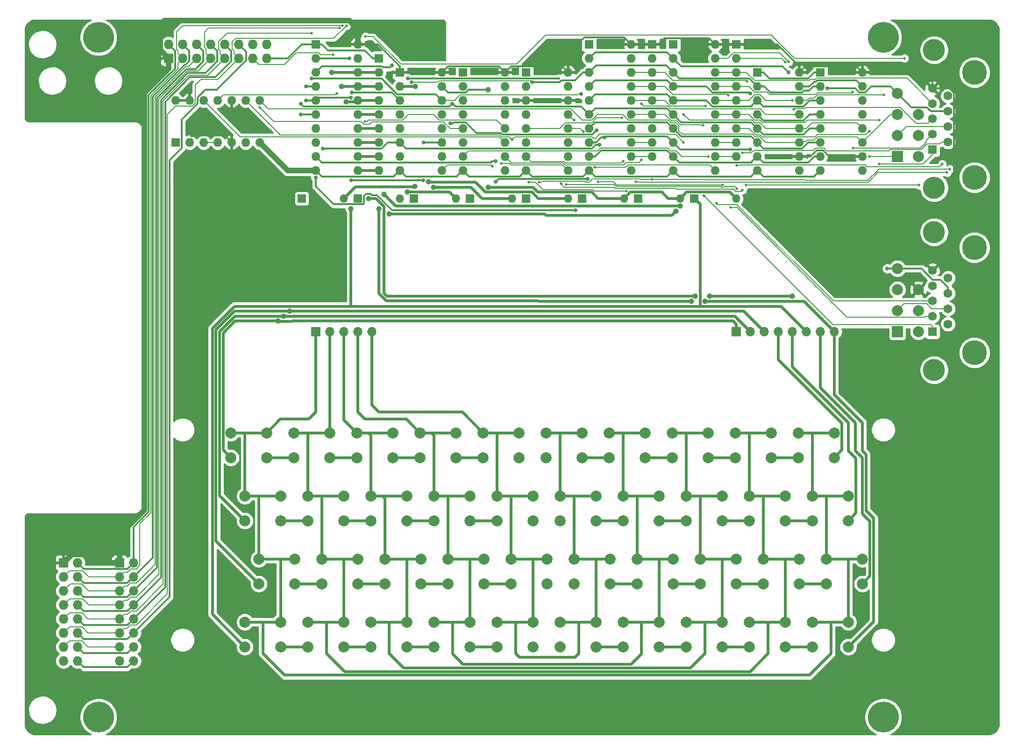
<source format=gbl>
G04 #@! TF.GenerationSoftware,KiCad,Pcbnew,(5.1.2-1)-1*
G04 #@! TF.CreationDate,2022-11-22T18:58:20+01:00*
G04 #@! TF.ProjectId,top5x8kbd,746f7035-7838-46b6-9264-2e6b69636164,rev?*
G04 #@! TF.SameCoordinates,Original*
G04 #@! TF.FileFunction,Copper,L2,Bot*
G04 #@! TF.FilePolarity,Positive*
%FSLAX46Y46*%
G04 Gerber Fmt 4.6, Leading zero omitted, Abs format (unit mm)*
G04 Created by KiCad (PCBNEW (5.1.2-1)-1) date 2022-11-22 18:58:20*
%MOMM*%
%LPD*%
G04 APERTURE LIST*
%ADD10O,1.600000X1.600000*%
%ADD11R,1.600000X1.600000*%
%ADD12C,2.000000*%
%ADD13R,2.000000X2.000000*%
%ADD14C,4.500000*%
%ADD15C,4.000000*%
%ADD16C,1.600000*%
%ADD17O,1.727200X1.727200*%
%ADD18R,1.727200X1.727200*%
%ADD19O,1.700000X1.700000*%
%ADD20R,1.700000X1.700000*%
%ADD21O,1.500000X1.500000*%
%ADD22R,1.500000X1.500000*%
%ADD23C,5.600000*%
%ADD24C,1.000000*%
%ADD25C,0.700000*%
%ADD26C,0.500000*%
%ADD27C,0.500000*%
%ADD28C,0.300000*%
%ADD29C,1.000000*%
%ADD30C,0.150000*%
%ADD31C,0.254000*%
G04 APERTURE END LIST*
D10*
X111760000Y-22860000D03*
X104140000Y-40640000D03*
X111760000Y-25400000D03*
X104140000Y-38100000D03*
X111760000Y-27940000D03*
X104140000Y-35560000D03*
X111760000Y-30480000D03*
X104140000Y-33020000D03*
X111760000Y-33020000D03*
X104140000Y-30480000D03*
X111760000Y-35560000D03*
X104140000Y-27940000D03*
X111760000Y-38100000D03*
X104140000Y-25400000D03*
X111760000Y-40640000D03*
D11*
X104140000Y-22860000D03*
D12*
X171450000Y-34290000D03*
X175260000Y-38100000D03*
X175260000Y-34290000D03*
X171450000Y-30480000D03*
D13*
X171450000Y-38100000D03*
D12*
X175260000Y-30480000D03*
D14*
X185420000Y-22860000D03*
D12*
X171450000Y-26670000D03*
D14*
X185420000Y-41910000D03*
D12*
X171450000Y-66040000D03*
X175260000Y-69850000D03*
X175260000Y-66040000D03*
X171450000Y-62230000D03*
D13*
X171450000Y-69850000D03*
D12*
X175260000Y-62230000D03*
D14*
X185420000Y-54610000D03*
D12*
X171450000Y-58420000D03*
D14*
X185420000Y-73660000D03*
D10*
X142240000Y-38100000D03*
X142240000Y-35560000D03*
X142240000Y-33020000D03*
X142240000Y-30480000D03*
X142240000Y-27940000D03*
X142240000Y-25400000D03*
X142240000Y-22860000D03*
X142240000Y-20320000D03*
D11*
X142240000Y-17780000D03*
D15*
X178100000Y-18790000D03*
X178100000Y-43790000D03*
D16*
X180640000Y-27135000D03*
X180640000Y-29905000D03*
X180640000Y-32675000D03*
X180640000Y-35445000D03*
X177800000Y-25750000D03*
X177800000Y-28520000D03*
X177800000Y-31290000D03*
X177800000Y-34060000D03*
D11*
X177800000Y-36830000D03*
D10*
X165100000Y-22860000D03*
X157480000Y-40640000D03*
X165100000Y-25400000D03*
X157480000Y-38100000D03*
X165100000Y-27940000D03*
X157480000Y-35560000D03*
X165100000Y-30480000D03*
X157480000Y-33020000D03*
X165100000Y-33020000D03*
X157480000Y-30480000D03*
X165100000Y-35560000D03*
X157480000Y-27940000D03*
X165100000Y-38100000D03*
X157480000Y-25400000D03*
X165100000Y-40640000D03*
D11*
X157480000Y-22860000D03*
D10*
X138430000Y-17780000D03*
X130810000Y-40640000D03*
X138430000Y-20320000D03*
X130810000Y-38100000D03*
X138430000Y-22860000D03*
X130810000Y-35560000D03*
X138430000Y-25400000D03*
X130810000Y-33020000D03*
X138430000Y-27940000D03*
X130810000Y-30480000D03*
X138430000Y-30480000D03*
X130810000Y-27940000D03*
X138430000Y-33020000D03*
X130810000Y-25400000D03*
X138430000Y-35560000D03*
X130810000Y-22860000D03*
X138430000Y-38100000D03*
X130810000Y-20320000D03*
X138430000Y-40640000D03*
D11*
X130810000Y-17780000D03*
D10*
X153670000Y-22860000D03*
X146050000Y-40640000D03*
X153670000Y-25400000D03*
X146050000Y-38100000D03*
X153670000Y-27940000D03*
X146050000Y-35560000D03*
X153670000Y-30480000D03*
X146050000Y-33020000D03*
X153670000Y-33020000D03*
X146050000Y-30480000D03*
X153670000Y-35560000D03*
X146050000Y-27940000D03*
X153670000Y-38100000D03*
X146050000Y-25400000D03*
X153670000Y-40640000D03*
D11*
X146050000Y-22860000D03*
D10*
X123190000Y-17780000D03*
X115570000Y-40640000D03*
X123190000Y-20320000D03*
X115570000Y-38100000D03*
X123190000Y-22860000D03*
X115570000Y-35560000D03*
X123190000Y-25400000D03*
X115570000Y-33020000D03*
X123190000Y-27940000D03*
X115570000Y-30480000D03*
X123190000Y-30480000D03*
X115570000Y-27940000D03*
X123190000Y-33020000D03*
X115570000Y-25400000D03*
X123190000Y-35560000D03*
X115570000Y-22860000D03*
X123190000Y-38100000D03*
X115570000Y-20320000D03*
X123190000Y-40640000D03*
D11*
X115570000Y-17780000D03*
D10*
X73660000Y-17780000D03*
X66040000Y-40640000D03*
X73660000Y-20320000D03*
X66040000Y-38100000D03*
X73660000Y-22860000D03*
X66040000Y-35560000D03*
X73660000Y-25400000D03*
X66040000Y-33020000D03*
X73660000Y-27940000D03*
X66040000Y-30480000D03*
X73660000Y-30480000D03*
X66040000Y-27940000D03*
X73660000Y-33020000D03*
X66040000Y-25400000D03*
X73660000Y-35560000D03*
X66040000Y-22860000D03*
X73660000Y-38100000D03*
X66040000Y-20320000D03*
X73660000Y-40640000D03*
D11*
X66040000Y-17780000D03*
D10*
X88900000Y-22860000D03*
X81280000Y-40640000D03*
X88900000Y-25400000D03*
X81280000Y-38100000D03*
X88900000Y-27940000D03*
X81280000Y-35560000D03*
X88900000Y-30480000D03*
X81280000Y-33020000D03*
X88900000Y-33020000D03*
X81280000Y-30480000D03*
X88900000Y-35560000D03*
X81280000Y-27940000D03*
X88900000Y-38100000D03*
X81280000Y-25400000D03*
X88900000Y-40640000D03*
D11*
X81280000Y-22860000D03*
D10*
X40640000Y-27940000D03*
X55880000Y-35560000D03*
X43180000Y-27940000D03*
X53340000Y-35560000D03*
X45720000Y-27940000D03*
X50800000Y-35560000D03*
X48260000Y-27940000D03*
X48260000Y-35560000D03*
X50800000Y-27940000D03*
X45720000Y-35560000D03*
X53340000Y-27940000D03*
X43180000Y-35560000D03*
X55880000Y-27940000D03*
D11*
X40640000Y-35560000D03*
D10*
X100330000Y-22860000D03*
X92710000Y-40640000D03*
X100330000Y-25400000D03*
X92710000Y-38100000D03*
X100330000Y-27940000D03*
X92710000Y-35560000D03*
X100330000Y-30480000D03*
X92710000Y-33020000D03*
X100330000Y-33020000D03*
X92710000Y-30480000D03*
X100330000Y-35560000D03*
X92710000Y-27940000D03*
X100330000Y-38100000D03*
X92710000Y-25400000D03*
X100330000Y-40640000D03*
D11*
X92710000Y-22860000D03*
D10*
X127000000Y-38100000D03*
X127000000Y-35560000D03*
X127000000Y-33020000D03*
X127000000Y-30480000D03*
X127000000Y-27940000D03*
X127000000Y-25400000D03*
X127000000Y-22860000D03*
X127000000Y-20320000D03*
D11*
X127000000Y-17780000D03*
D17*
X57150000Y-17780000D03*
X57150000Y-20320000D03*
X54610000Y-17780000D03*
X54610000Y-20320000D03*
X52070000Y-17780000D03*
X52070000Y-20320000D03*
X49530000Y-17780000D03*
X49530000Y-20320000D03*
X46990000Y-17780000D03*
X46990000Y-20320000D03*
X44450000Y-17780000D03*
X44450000Y-20320000D03*
X41910000Y-17780000D03*
X41910000Y-20320000D03*
X39370000Y-17780000D03*
D18*
X39370000Y-20320000D03*
D19*
X160020000Y-69850000D03*
X157480000Y-69850000D03*
X154940000Y-69850000D03*
X152400000Y-69850000D03*
X149860000Y-69850000D03*
X147320000Y-69850000D03*
X144780000Y-69850000D03*
D20*
X142240000Y-69850000D03*
D19*
X76200000Y-69850000D03*
X73660000Y-69850000D03*
X71120000Y-69850000D03*
X68580000Y-69850000D03*
D20*
X66040000Y-69850000D03*
D21*
X142240000Y-45720000D03*
D22*
X134620000Y-45720000D03*
D21*
X132080000Y-45720000D03*
D22*
X124460000Y-45720000D03*
D21*
X121920000Y-45720000D03*
D22*
X114300000Y-45720000D03*
D10*
X77470000Y-40640000D03*
X77470000Y-38100000D03*
X77470000Y-35560000D03*
X77470000Y-33020000D03*
X77470000Y-30480000D03*
X77470000Y-27940000D03*
X77470000Y-25400000D03*
X77470000Y-22860000D03*
D11*
X77470000Y-20320000D03*
D21*
X111760000Y-45720000D03*
D22*
X104140000Y-45720000D03*
D21*
X101600000Y-45720000D03*
D22*
X93980000Y-45720000D03*
D21*
X91440000Y-45720000D03*
D22*
X83820000Y-45720000D03*
D21*
X81280000Y-45720000D03*
D22*
X73660000Y-45720000D03*
D21*
X71120000Y-45720000D03*
D22*
X63500000Y-45720000D03*
D19*
X33020000Y-129540000D03*
X30480000Y-129540000D03*
X33020000Y-127000000D03*
X30480000Y-127000000D03*
X33020000Y-124460000D03*
X30480000Y-124460000D03*
X33020000Y-121920000D03*
X30480000Y-121920000D03*
X33020000Y-119380000D03*
X30480000Y-119380000D03*
X33020000Y-116840000D03*
X30480000Y-116840000D03*
X33020000Y-114300000D03*
X30480000Y-114300000D03*
X33020000Y-111760000D03*
D20*
X30480000Y-111760000D03*
D15*
X178100000Y-51810000D03*
X178100000Y-76810000D03*
D16*
X180640000Y-60155000D03*
X180640000Y-62925000D03*
X180640000Y-65695000D03*
X180640000Y-68465000D03*
X177800000Y-58770000D03*
X177800000Y-61540000D03*
X177800000Y-64310000D03*
X177800000Y-67080000D03*
D11*
X177800000Y-69850000D03*
D17*
X22860000Y-129540000D03*
X20320000Y-129540000D03*
X22860000Y-127000000D03*
X20320000Y-127000000D03*
X22860000Y-124460000D03*
X20320000Y-124460000D03*
X22860000Y-121920000D03*
X20320000Y-121920000D03*
X22860000Y-119380000D03*
X20320000Y-119380000D03*
X22860000Y-116840000D03*
X20320000Y-116840000D03*
X22860000Y-114300000D03*
X20320000Y-114300000D03*
X22860000Y-111760000D03*
D18*
X20320000Y-111760000D03*
D23*
X168910000Y-139700000D03*
X168910000Y-16510000D03*
X26670000Y-139700000D03*
X26670000Y-16510000D03*
D12*
X156060000Y-127000000D03*
X156060000Y-122500000D03*
X162560000Y-127000000D03*
X162560000Y-122500000D03*
X144630000Y-127000000D03*
X144630000Y-122500000D03*
X151130000Y-127000000D03*
X151130000Y-122500000D03*
X133200000Y-127000000D03*
X133200000Y-122500000D03*
X139700000Y-127000000D03*
X139700000Y-122500000D03*
X121770000Y-127000000D03*
X121770000Y-122500000D03*
X128270000Y-127000000D03*
X128270000Y-122500000D03*
X110340000Y-127000000D03*
X110340000Y-122500000D03*
X116840000Y-127000000D03*
X116840000Y-122500000D03*
X98910000Y-127000000D03*
X98910000Y-122500000D03*
X105410000Y-127000000D03*
X105410000Y-122500000D03*
X87480000Y-127000000D03*
X87480000Y-122500000D03*
X93980000Y-127000000D03*
X93980000Y-122500000D03*
X76050000Y-127000000D03*
X76050000Y-122500000D03*
X82550000Y-127000000D03*
X82550000Y-122500000D03*
X64620000Y-127000000D03*
X64620000Y-122500000D03*
X71120000Y-127000000D03*
X71120000Y-122500000D03*
X53190000Y-127000000D03*
X53190000Y-122500000D03*
X59690000Y-127000000D03*
X59690000Y-122500000D03*
X158600000Y-115570000D03*
X158600000Y-111070000D03*
X165100000Y-115570000D03*
X165100000Y-111070000D03*
X147170000Y-115570000D03*
X147170000Y-111070000D03*
X153670000Y-115570000D03*
X153670000Y-111070000D03*
X135740000Y-115570000D03*
X135740000Y-111070000D03*
X142240000Y-115570000D03*
X142240000Y-111070000D03*
X124310000Y-115570000D03*
X124310000Y-111070000D03*
X130810000Y-115570000D03*
X130810000Y-111070000D03*
X112880000Y-115570000D03*
X112880000Y-111070000D03*
X119380000Y-115570000D03*
X119380000Y-111070000D03*
X101450000Y-115570000D03*
X101450000Y-111070000D03*
X107950000Y-115570000D03*
X107950000Y-111070000D03*
X90020000Y-115570000D03*
X90020000Y-111070000D03*
X96520000Y-115570000D03*
X96520000Y-111070000D03*
X78590000Y-115570000D03*
X78590000Y-111070000D03*
X85090000Y-115570000D03*
X85090000Y-111070000D03*
X67160000Y-115570000D03*
X67160000Y-111070000D03*
X73660000Y-115570000D03*
X73660000Y-111070000D03*
X55730000Y-115570000D03*
X55730000Y-111070000D03*
X62230000Y-115570000D03*
X62230000Y-111070000D03*
X156060000Y-104140000D03*
X156060000Y-99640000D03*
X162560000Y-104140000D03*
X162560000Y-99640000D03*
X144630000Y-104140000D03*
X144630000Y-99640000D03*
X151130000Y-104140000D03*
X151130000Y-99640000D03*
X133200000Y-104140000D03*
X133200000Y-99640000D03*
X139700000Y-104140000D03*
X139700000Y-99640000D03*
X121770000Y-104140000D03*
X121770000Y-99640000D03*
X128270000Y-104140000D03*
X128270000Y-99640000D03*
X110340000Y-104140000D03*
X110340000Y-99640000D03*
X116840000Y-104140000D03*
X116840000Y-99640000D03*
X98910000Y-104140000D03*
X98910000Y-99640000D03*
X105410000Y-104140000D03*
X105410000Y-99640000D03*
X87480000Y-104140000D03*
X87480000Y-99640000D03*
X93980000Y-104140000D03*
X93980000Y-99640000D03*
X76050000Y-104140000D03*
X76050000Y-99640000D03*
X82550000Y-104140000D03*
X82550000Y-99640000D03*
X64620000Y-104140000D03*
X64620000Y-99640000D03*
X71120000Y-104140000D03*
X71120000Y-99640000D03*
X53190000Y-104140000D03*
X53190000Y-99640000D03*
X59690000Y-104140000D03*
X59690000Y-99640000D03*
X153520000Y-92710000D03*
X153520000Y-88210000D03*
X160020000Y-92710000D03*
X160020000Y-88210000D03*
X142090000Y-92710000D03*
X142090000Y-88210000D03*
X148590000Y-92710000D03*
X148590000Y-88210000D03*
X130660000Y-92710000D03*
X130660000Y-88210000D03*
X137160000Y-92710000D03*
X137160000Y-88210000D03*
X119230000Y-92710000D03*
X119230000Y-88210000D03*
X125730000Y-92710000D03*
X125730000Y-88210000D03*
X107800000Y-92710000D03*
X107800000Y-88210000D03*
X114300000Y-92710000D03*
X114300000Y-88210000D03*
X96370000Y-92710000D03*
X96370000Y-88210000D03*
X102870000Y-92710000D03*
X102870000Y-88210000D03*
X84940000Y-92710000D03*
X84940000Y-88210000D03*
X91440000Y-92710000D03*
X91440000Y-88210000D03*
X73510000Y-92710000D03*
X73510000Y-88210000D03*
X80010000Y-92710000D03*
X80010000Y-88210000D03*
X62080000Y-92710000D03*
X62080000Y-88210000D03*
X68580000Y-92710000D03*
X68580000Y-88210000D03*
X50650000Y-92710000D03*
X50650000Y-88210000D03*
X57150000Y-92710000D03*
X57150000Y-88210000D03*
D24*
X68961000Y-22860000D03*
X59182000Y-67945000D03*
X79375000Y-48514000D03*
X131318000Y-48020002D03*
X70739000Y-25400000D03*
X60198000Y-67056000D03*
X78370000Y-44989978D03*
X132080000Y-47120002D03*
X71538451Y-28232000D03*
X61284970Y-66167000D03*
X152419002Y-63444998D03*
X137395274Y-63444998D03*
X134817970Y-63444998D03*
X75603000Y-45720000D03*
X72425324Y-47570001D03*
X136617970Y-64344998D03*
X77470000Y-47570001D03*
X134078771Y-64344998D03*
D25*
X115316000Y-42190011D03*
X98679000Y-42672000D03*
X98679000Y-38989000D03*
X169605000Y-58420000D03*
X158750000Y-25781000D03*
X144780000Y-36830000D03*
X118374999Y-34659990D03*
X113157000Y-47870002D03*
X66040000Y-41940003D03*
X114173000Y-26797000D03*
X65278000Y-24003000D03*
X90805000Y-28575000D03*
X63373000Y-28575000D03*
X63373000Y-30480000D03*
X116967000Y-33401000D03*
X90424000Y-32131000D03*
X72517000Y-42390001D03*
X85532112Y-42390001D03*
X85598000Y-35560000D03*
X64262000Y-27940000D03*
X72359997Y-27432000D03*
X117475000Y-36010010D03*
X67310000Y-36703000D03*
X144780000Y-26670000D03*
X64262000Y-25400000D03*
X105283000Y-24638000D03*
X79883000Y-21590000D03*
X83433814Y-24631777D03*
X151765000Y-22860000D03*
X82719999Y-23960001D03*
D26*
X110109000Y-23960001D03*
D25*
X72559999Y-26500001D03*
X72136000Y-20320000D03*
X43630001Y-34290000D03*
D26*
X69215000Y-19685000D03*
X71626603Y-14372399D03*
X65274817Y-15744817D03*
X70393296Y-14847399D03*
X70866000Y-14372399D03*
X55880000Y-29210000D03*
X99695000Y-39370000D03*
X74930000Y-31750000D03*
D24*
X84010378Y-43561000D03*
X84074000Y-25400000D03*
X82610379Y-44510379D03*
X87376000Y-43669999D03*
X86476000Y-42720269D03*
X97282000Y-43669999D03*
X97282000Y-26039999D03*
D26*
X125095000Y-28575000D03*
X125095000Y-38735000D03*
X151765000Y-20955000D03*
X137160000Y-38100000D03*
X98044000Y-39878000D03*
X172720000Y-20320000D03*
X75057000Y-16383000D03*
X69850000Y-26670000D03*
X127000000Y-42291000D03*
X180975000Y-40386000D03*
X106553000Y-42740011D03*
X180467000Y-41021000D03*
X104632997Y-42740011D03*
X122349380Y-44371380D03*
X124079000Y-42672000D03*
X144230000Y-24510001D03*
X144018000Y-43241001D03*
X175387000Y-43307000D03*
X136685000Y-28956000D03*
X138684000Y-46609000D03*
X140843000Y-27050001D03*
X141211407Y-47371000D03*
X136379624Y-45219999D03*
X136210000Y-32469999D03*
X179578408Y-39497408D03*
X142367000Y-39750001D03*
X142367000Y-43942000D03*
X112903000Y-31519999D03*
X111393989Y-43194989D03*
X143383000Y-37465000D03*
X143383000Y-44196000D03*
X110490000Y-43053000D03*
X152400000Y-27940000D03*
X152654000Y-29590001D03*
X163355000Y-26416000D03*
X163449000Y-36599999D03*
X168157001Y-31505001D03*
X168148000Y-39497000D03*
X121539000Y-31115000D03*
X121793000Y-38989000D03*
X114525053Y-33609989D03*
X139827000Y-43241001D03*
X117221000Y-42672000D03*
X116636536Y-40089999D03*
X151104122Y-20965875D03*
X169037000Y-26924000D03*
X166370000Y-33528000D03*
X166370000Y-38100000D03*
X132715000Y-30480000D03*
X132715000Y-35560000D03*
X101600000Y-35052000D03*
D27*
X50650000Y-88210000D02*
X52064213Y-88210000D01*
X53190000Y-99640000D02*
X54604213Y-99640000D01*
X55730000Y-111070000D02*
X57144213Y-111070000D01*
X53190000Y-122500000D02*
X54604213Y-122500000D01*
X156060000Y-122500000D02*
X157474213Y-122500000D01*
X158600000Y-111070000D02*
X160014213Y-111070000D01*
X54604213Y-122500000D02*
X56460000Y-122500000D01*
X56460000Y-122500000D02*
X59690000Y-122500000D01*
X157474213Y-122500000D02*
X159440000Y-122500000D01*
X159440000Y-122500000D02*
X162560000Y-122500000D01*
X159440000Y-128215000D02*
X159440000Y-122500000D01*
X155529972Y-132125028D02*
X159440000Y-128215000D01*
X60370028Y-132125028D02*
X155529972Y-132125028D01*
X56460000Y-128215000D02*
X60370028Y-132125028D01*
X56460000Y-122500000D02*
X56460000Y-128215000D01*
X53190000Y-99640000D02*
X53190000Y-88305000D01*
X53285000Y-88210000D02*
X57150000Y-88210000D01*
X53190000Y-88305000D02*
X53285000Y-88210000D01*
X52064213Y-88210000D02*
X53285000Y-88210000D01*
X55730000Y-111070000D02*
X55730000Y-99735000D01*
X55730000Y-99735000D02*
X55825000Y-99640000D01*
X55825000Y-99640000D02*
X59690000Y-99640000D01*
X54604213Y-99640000D02*
X55825000Y-99640000D01*
X59690000Y-111125000D02*
X59635000Y-111070000D01*
X59690000Y-122500000D02*
X59690000Y-111125000D01*
X59635000Y-111070000D02*
X62230000Y-111070000D01*
X57144213Y-111070000D02*
X59635000Y-111070000D01*
X162560000Y-111125000D02*
X162615000Y-111070000D01*
X162560000Y-122500000D02*
X162560000Y-111125000D01*
X162615000Y-111070000D02*
X165100000Y-111070000D01*
X160014213Y-111070000D02*
X162615000Y-111070000D01*
X158600000Y-111070000D02*
X158600000Y-99735000D01*
X158600000Y-99735000D02*
X158695000Y-99640000D01*
X158695000Y-99640000D02*
X162560000Y-99640000D01*
X156060000Y-99640000D02*
X158695000Y-99640000D01*
X156155000Y-88210000D02*
X153520000Y-88210000D01*
X156060000Y-88305000D02*
X156155000Y-88210000D01*
X156060000Y-99640000D02*
X156060000Y-88305000D01*
X160020000Y-88210000D02*
X156155000Y-88210000D01*
X66040000Y-84455000D02*
X64770000Y-85725000D01*
X59635000Y-85725000D02*
X57150000Y-88210000D01*
X64770000Y-85725000D02*
X59635000Y-85725000D01*
X66040000Y-84455000D02*
X66040000Y-69850000D01*
X73660000Y-22860000D02*
X77470000Y-22860000D01*
X57150000Y-92710000D02*
X62080000Y-92710000D01*
X80010000Y-92710000D02*
X84940000Y-92710000D01*
X91440000Y-92710000D02*
X96370000Y-92710000D01*
X73660000Y-22860000D02*
X68961000Y-22860000D01*
X142240000Y-68500000D02*
X142240000Y-69850000D01*
X141685000Y-67945000D02*
X142240000Y-68500000D01*
X61849000Y-67945001D02*
X141685000Y-67945000D01*
X59193001Y-67956001D02*
X59182000Y-67945000D01*
X61838000Y-67956001D02*
X59193001Y-67956001D01*
X61849000Y-67945001D02*
X61838000Y-67956001D01*
X49249999Y-91309999D02*
X50650000Y-92710000D01*
X49249999Y-70130001D02*
X49249999Y-91309999D01*
X51435000Y-67945000D02*
X49249999Y-70130001D01*
X59182000Y-67945000D02*
X51435000Y-67945000D01*
X68580000Y-92710000D02*
X73510000Y-92710000D01*
X62080000Y-88210000D02*
X63494213Y-88210000D01*
X64620000Y-122500000D02*
X66034213Y-122500000D01*
X67160000Y-111070000D02*
X68574213Y-111070000D01*
X64620000Y-99640000D02*
X66034213Y-99640000D01*
X144630000Y-122500000D02*
X146044213Y-122500000D01*
X144630000Y-99640000D02*
X146044213Y-99640000D01*
X66034213Y-122500000D02*
X68000000Y-122500000D01*
X68000000Y-122500000D02*
X71120000Y-122500000D01*
X146044213Y-122500000D02*
X148010000Y-122500000D01*
X148010000Y-122500000D02*
X151130000Y-122500000D01*
X148010000Y-128215000D02*
X148010000Y-122500000D01*
X71260018Y-131475018D02*
X144749982Y-131475018D01*
X144749982Y-131475018D02*
X148010000Y-128215000D01*
X68000000Y-128215000D02*
X71260018Y-131475018D01*
X68000000Y-122500000D02*
X68000000Y-128215000D01*
X71120000Y-122500000D02*
X71120000Y-111125000D01*
X71175000Y-111070000D02*
X73660000Y-111070000D01*
X71120000Y-111125000D02*
X71175000Y-111070000D01*
X68574213Y-111070000D02*
X71175000Y-111070000D01*
X67160000Y-99735000D02*
X67255000Y-99640000D01*
X67160000Y-111070000D02*
X67160000Y-99735000D01*
X67255000Y-99640000D02*
X71120000Y-99640000D01*
X66034213Y-99640000D02*
X67255000Y-99640000D01*
X64620000Y-99640000D02*
X64620000Y-88305000D01*
X64715000Y-88210000D02*
X68580000Y-88210000D01*
X64620000Y-88305000D02*
X64715000Y-88210000D01*
X63494213Y-88210000D02*
X64715000Y-88210000D01*
X151130000Y-111125000D02*
X151185000Y-111070000D01*
X151130000Y-122500000D02*
X151130000Y-111125000D01*
X151185000Y-111070000D02*
X147170000Y-111070000D01*
X153670000Y-111070000D02*
X151185000Y-111070000D01*
X147170000Y-99735000D02*
X147265000Y-99640000D01*
X147265000Y-99640000D02*
X151130000Y-99640000D01*
X147170000Y-111070000D02*
X147170000Y-99735000D01*
X146044213Y-99640000D02*
X147265000Y-99640000D01*
X144630000Y-99640000D02*
X144630000Y-88305000D01*
X144725000Y-88210000D02*
X142090000Y-88210000D01*
X144630000Y-88305000D02*
X144725000Y-88210000D01*
X148590000Y-88210000D02*
X144725000Y-88210000D01*
X68580000Y-88210000D02*
X68580000Y-69850000D01*
X73510000Y-88210000D02*
X74924213Y-88210000D01*
X78590000Y-111070000D02*
X80004213Y-111070000D01*
X76050000Y-122500000D02*
X77464213Y-122500000D01*
X133200000Y-122500000D02*
X134614213Y-122500000D01*
X133200000Y-99640000D02*
X134614213Y-99640000D01*
X79320000Y-122500000D02*
X79320000Y-128215000D01*
X77464213Y-122500000D02*
X79320000Y-122500000D01*
X79320000Y-122500000D02*
X82550000Y-122500000D01*
X136580000Y-122500000D02*
X136580000Y-128215000D01*
X134614213Y-122500000D02*
X136580000Y-122500000D01*
X136580000Y-122500000D02*
X139700000Y-122500000D01*
X92495756Y-130825008D02*
X92495758Y-130825010D01*
X81930008Y-130825008D02*
X92495756Y-130825008D01*
X79320000Y-128215000D02*
X81930008Y-130825008D01*
X92495758Y-130825010D02*
X133969990Y-130825010D01*
X133969990Y-130825010D02*
X136580000Y-128215000D01*
X82550000Y-111125000D02*
X82495000Y-111070000D01*
X82550000Y-122500000D02*
X82550000Y-111125000D01*
X82495000Y-111070000D02*
X85090000Y-111070000D01*
X80004213Y-111070000D02*
X82495000Y-111070000D01*
X76050000Y-99640000D02*
X76050000Y-88640000D01*
X76050000Y-88640000D02*
X75620000Y-88210000D01*
X75620000Y-88210000D02*
X80010000Y-88210000D01*
X74924213Y-88210000D02*
X75620000Y-88210000D01*
X78590000Y-100070000D02*
X78160000Y-99640000D01*
X78590000Y-111070000D02*
X78590000Y-100070000D01*
X78160000Y-99640000D02*
X82550000Y-99640000D01*
X76050000Y-99640000D02*
X78160000Y-99640000D01*
X139700000Y-111125000D02*
X139645000Y-111070000D01*
X139700000Y-122500000D02*
X139700000Y-111125000D01*
X139645000Y-111070000D02*
X135740000Y-111070000D01*
X142240000Y-111070000D02*
X139645000Y-111070000D01*
X135740000Y-111070000D02*
X135740000Y-99845000D01*
X135740000Y-99845000D02*
X135945000Y-99640000D01*
X135945000Y-99640000D02*
X139700000Y-99640000D01*
X134614213Y-99640000D02*
X135945000Y-99640000D01*
X133200000Y-99640000D02*
X133200000Y-88305000D01*
X133295000Y-88210000D02*
X130660000Y-88210000D01*
X133200000Y-88305000D02*
X133295000Y-88210000D01*
X137160000Y-88210000D02*
X133295000Y-88210000D01*
X71120000Y-85820000D02*
X73510000Y-88210000D01*
X71120000Y-69850000D02*
X71120000Y-85820000D01*
X90020000Y-111070000D02*
X91434213Y-111070000D01*
X87480000Y-99640000D02*
X88894213Y-99640000D01*
X84940000Y-88210000D02*
X86354213Y-88210000D01*
X87480000Y-122500000D02*
X88894213Y-122500000D01*
X121770000Y-122500000D02*
X123184213Y-122500000D01*
X121770000Y-99640000D02*
X123184213Y-99640000D01*
X88894213Y-122500000D02*
X90860000Y-122500000D01*
X90860000Y-122500000D02*
X93980000Y-122500000D01*
X125150000Y-122500000D02*
X128270000Y-122500000D01*
X123184213Y-122500000D02*
X125150000Y-122500000D01*
X125095000Y-122555000D02*
X125150000Y-122500000D01*
X90860000Y-122500000D02*
X90860000Y-128270000D01*
X125095000Y-128270000D02*
X125095000Y-122555000D01*
X123190000Y-130175000D02*
X125095000Y-128270000D01*
X92710000Y-130175000D02*
X123190000Y-130175000D01*
X90860000Y-128270000D02*
X92710000Y-130175000D01*
X93980000Y-111125000D02*
X93925000Y-111070000D01*
X93980000Y-122500000D02*
X93980000Y-111125000D01*
X93925000Y-111070000D02*
X96520000Y-111070000D01*
X91434213Y-111070000D02*
X93925000Y-111070000D01*
X90115000Y-99640000D02*
X93980000Y-99640000D01*
X90020000Y-99735000D02*
X90115000Y-99640000D01*
X90020000Y-111070000D02*
X90020000Y-99735000D01*
X88894213Y-99640000D02*
X90115000Y-99640000D01*
X87480000Y-88640000D02*
X87050000Y-88210000D01*
X87480000Y-99640000D02*
X87480000Y-88640000D01*
X87050000Y-88210000D02*
X91440000Y-88210000D01*
X86354213Y-88210000D02*
X87050000Y-88210000D01*
X128270000Y-111125000D02*
X128215000Y-111070000D01*
X128270000Y-122500000D02*
X128270000Y-111125000D01*
X128215000Y-111070000D02*
X124310000Y-111070000D01*
X130810000Y-111070000D02*
X128215000Y-111070000D01*
X124310000Y-99735000D02*
X124405000Y-99640000D01*
X124405000Y-99640000D02*
X128270000Y-99640000D01*
X124310000Y-111070000D02*
X124310000Y-99735000D01*
X123184213Y-99640000D02*
X124405000Y-99640000D01*
X121770000Y-99640000D02*
X121770000Y-88415000D01*
X121975000Y-88210000D02*
X119230000Y-88210000D01*
X121770000Y-88415000D02*
X121975000Y-88210000D01*
X125730000Y-88210000D02*
X121975000Y-88210000D01*
X82455000Y-85725000D02*
X84940000Y-88210000D01*
X74930000Y-85725000D02*
X82455000Y-85725000D01*
X73660000Y-84455000D02*
X74930000Y-85725000D01*
X73660000Y-69850000D02*
X73660000Y-84455000D01*
X101450000Y-111070000D02*
X102864213Y-111070000D01*
X98910000Y-99640000D02*
X100324213Y-99640000D01*
X96370000Y-88210000D02*
X102870000Y-88210000D01*
X98910000Y-122500000D02*
X100324213Y-122500000D01*
X110340000Y-122500000D02*
X111754213Y-122500000D01*
X110340000Y-99640000D02*
X111754213Y-99640000D01*
X100324213Y-122500000D02*
X102290000Y-122500000D01*
X102290000Y-122500000D02*
X105410000Y-122500000D01*
X113030000Y-128905000D02*
X113720000Y-128215000D01*
X113720000Y-128215000D02*
X113720000Y-122500000D01*
X102980000Y-128905000D02*
X113030000Y-128905000D01*
X111754213Y-122500000D02*
X113720000Y-122500000D01*
X102290000Y-122500000D02*
X102290000Y-128215000D01*
X102290000Y-128215000D02*
X102980000Y-128905000D01*
X113720000Y-122500000D02*
X116840000Y-122500000D01*
X98910000Y-99640000D02*
X98910000Y-88415000D01*
X101450000Y-99735000D02*
X101545000Y-99640000D01*
X101450000Y-111070000D02*
X101450000Y-99735000D01*
X101545000Y-99640000D02*
X105410000Y-99640000D01*
X100324213Y-99640000D02*
X101545000Y-99640000D01*
X105410000Y-111125000D02*
X105355000Y-111070000D01*
X105410000Y-122500000D02*
X105410000Y-111125000D01*
X105355000Y-111070000D02*
X107950000Y-111070000D01*
X102864213Y-111070000D02*
X105355000Y-111070000D01*
X116840000Y-111125000D02*
X116785000Y-111070000D01*
X116840000Y-122500000D02*
X116840000Y-111125000D01*
X116785000Y-111070000D02*
X112880000Y-111070000D01*
X119380000Y-111070000D02*
X116785000Y-111070000D01*
X113085000Y-99640000D02*
X116840000Y-99640000D01*
X112880000Y-99845000D02*
X113085000Y-99640000D01*
X112880000Y-111070000D02*
X112880000Y-99845000D01*
X111754213Y-99640000D02*
X113085000Y-99640000D01*
X110340000Y-88305000D02*
X110435000Y-88210000D01*
X110340000Y-99640000D02*
X110340000Y-88305000D01*
X110435000Y-88210000D02*
X107800000Y-88210000D01*
X114300000Y-88210000D02*
X110435000Y-88210000D01*
X76200000Y-83185000D02*
X77470000Y-84455000D01*
X92615000Y-84455000D02*
X96370000Y-88210000D01*
X77470000Y-84455000D02*
X92615000Y-84455000D01*
X76200000Y-69850000D02*
X76200000Y-83185000D01*
X73660000Y-30480000D02*
X77470000Y-30480000D01*
X114300000Y-92710000D02*
X119230000Y-92710000D01*
X125730000Y-92710000D02*
X130660000Y-92710000D01*
X137160000Y-92710000D02*
X142090000Y-92710000D01*
X148590000Y-92710000D02*
X153520000Y-92710000D01*
X79375000Y-48514000D02*
X79756000Y-48514000D01*
X79756000Y-48514000D02*
X80010000Y-48514000D01*
X80010000Y-48514000D02*
X107569000Y-48514000D01*
X130570002Y-48768000D02*
X131318000Y-48020002D01*
X107823000Y-48768000D02*
X130570002Y-48768000D01*
X107569000Y-48514000D02*
X107823000Y-48768000D01*
X149860000Y-74930000D02*
X149860000Y-69850000D01*
X161420001Y-91309999D02*
X161420001Y-86490001D01*
X161420001Y-86490001D02*
X149860000Y-74930000D01*
X160020000Y-92710000D02*
X161420001Y-91309999D01*
X73660000Y-25400000D02*
X77470000Y-25400000D01*
X59690000Y-104140000D02*
X64620000Y-104140000D01*
X71120000Y-104140000D02*
X76050000Y-104140000D01*
X82550000Y-104140000D02*
X87480000Y-104140000D01*
X93980000Y-104140000D02*
X98910000Y-104140000D01*
X73660000Y-25400000D02*
X70739000Y-25400000D01*
X52190001Y-103140001D02*
X53190000Y-104140000D01*
X48599989Y-99549989D02*
X52190001Y-103140001D01*
X48599989Y-69860759D02*
X48599989Y-99549989D01*
X51415749Y-67044999D02*
X48599989Y-69860759D01*
X141975000Y-67045000D02*
X144780000Y-69850000D01*
X61849000Y-67045000D02*
X141975000Y-67045000D01*
X60209001Y-67067001D02*
X60198000Y-67056000D01*
X61826999Y-67067001D02*
X60209001Y-67067001D01*
X61849000Y-67045000D02*
X61826999Y-67067001D01*
X59479893Y-67044999D02*
X51415749Y-67044999D01*
X59490894Y-67056000D02*
X59479893Y-67044999D01*
X60198000Y-67056000D02*
X59490894Y-67056000D01*
X73660000Y-33020000D02*
X77470000Y-33020000D01*
X156060000Y-104140000D02*
X151130000Y-104140000D01*
X144630000Y-104140000D02*
X139700000Y-104140000D01*
X133200000Y-104140000D02*
X128270000Y-104140000D01*
X121770000Y-104140000D02*
X116840000Y-104140000D01*
X152400000Y-76200000D02*
X152400000Y-69850000D01*
X162560000Y-86360000D02*
X152400000Y-76200000D01*
X162560000Y-91440000D02*
X162560000Y-86360000D01*
X163960001Y-92840001D02*
X162560000Y-91440000D01*
X163960001Y-102739999D02*
X163960001Y-92840001D01*
X162560000Y-104140000D02*
X163960001Y-102739999D01*
X132080000Y-47120002D02*
X80500024Y-47120002D01*
X80500024Y-47120002D02*
X78370000Y-44989978D01*
X73660000Y-27940000D02*
X77470000Y-27940000D01*
X62230000Y-115570000D02*
X67160000Y-115570000D01*
X73660000Y-115570000D02*
X78590000Y-115570000D01*
X85090000Y-115570000D02*
X90020000Y-115570000D01*
X96520000Y-115570000D02*
X101450000Y-115570000D01*
X47949979Y-107789979D02*
X47949979Y-69525021D01*
X47949979Y-69525021D02*
X51330000Y-66145000D01*
X55730000Y-115570000D02*
X47949979Y-107789979D01*
X73368000Y-28232000D02*
X71538451Y-28232000D01*
X73660000Y-27940000D02*
X73368000Y-28232000D01*
X60555864Y-66145000D02*
X51330000Y-66145000D01*
X60577864Y-66167000D02*
X60555864Y-66145000D01*
X61284970Y-66167000D02*
X60577864Y-66167000D01*
X143637000Y-66167000D02*
X147320000Y-69850000D01*
X61284970Y-66167000D02*
X143637000Y-66167000D01*
X73660000Y-38100000D02*
X77470000Y-38100000D01*
X119380000Y-115570000D02*
X124310000Y-115570000D01*
X130810000Y-115570000D02*
X135740000Y-115570000D01*
X142240000Y-115570000D02*
X147170000Y-115570000D01*
X153670000Y-115570000D02*
X158600000Y-115570000D01*
X163830000Y-86360000D02*
X157480000Y-80010000D01*
X165100000Y-92710000D02*
X163830000Y-91440000D01*
X165100000Y-102870000D02*
X165100000Y-92710000D01*
X157480000Y-80010000D02*
X157480000Y-69850000D01*
X166500001Y-104270001D02*
X165100000Y-102870000D01*
X166500001Y-114169999D02*
X166500001Y-104270001D01*
X163830000Y-91440000D02*
X163830000Y-86360000D01*
X165100000Y-115570000D02*
X166500001Y-114169999D01*
X152419002Y-63444998D02*
X137395274Y-63444998D01*
X79121000Y-63444998D02*
X134817970Y-63444998D01*
X78370001Y-47138000D02*
X78370000Y-62876000D01*
X78938998Y-63444998D02*
X79121000Y-63444998D01*
X78370000Y-62876000D02*
X78938998Y-63444998D01*
X76952001Y-45720000D02*
X78370001Y-47138000D01*
X75603000Y-45720000D02*
X76952001Y-45720000D01*
X73660000Y-35560000D02*
X77470000Y-35560000D01*
X59690000Y-127000000D02*
X64620000Y-127000000D01*
X71120000Y-127000000D02*
X76050000Y-127000000D01*
X82550000Y-127000000D02*
X87480000Y-127000000D01*
X93980000Y-127000000D02*
X98910000Y-127000000D01*
X154090001Y-69000001D02*
X154940000Y-69850000D01*
X134679000Y-45720000D02*
X135717970Y-46758970D01*
X134620000Y-45720000D02*
X134679000Y-45720000D01*
X135717970Y-46758970D02*
X135717970Y-65196030D01*
X135717970Y-65196030D02*
X135669002Y-65244998D01*
X135669002Y-65244998D02*
X150334998Y-65244998D01*
X58820531Y-65245000D02*
X58820533Y-65244998D01*
X51310748Y-65245000D02*
X58820531Y-65245000D01*
X47299969Y-69255779D02*
X51310748Y-65245000D01*
X47299969Y-121109969D02*
X47299969Y-69255779D01*
X53190000Y-127000000D02*
X47299969Y-121109969D01*
X150685500Y-65595500D02*
X154090001Y-69000001D01*
X150368000Y-65278000D02*
X150685500Y-65595500D01*
X150334998Y-65244998D02*
X150685500Y-65595500D01*
X72425324Y-65242676D02*
X72390000Y-65278000D01*
X72425324Y-47570001D02*
X72425324Y-65242676D01*
X72390000Y-65278000D02*
X150368000Y-65278000D01*
X65786000Y-65278000D02*
X72390000Y-65278000D01*
X65753000Y-65245000D02*
X65786000Y-65278000D01*
X58820531Y-65245000D02*
X65753000Y-65245000D01*
X73660000Y-40640000D02*
X77470000Y-40640000D01*
X116840000Y-127000000D02*
X121770000Y-127000000D01*
X128270000Y-127000000D02*
X133200000Y-127000000D01*
X139700000Y-127000000D02*
X144630000Y-127000000D01*
X151130000Y-127000000D02*
X156060000Y-127000000D01*
X165750010Y-92090010D02*
X165100000Y-91440000D01*
X167150011Y-122409989D02*
X167150011Y-103650011D01*
X162560000Y-127000000D02*
X167150011Y-122409989D01*
X167150011Y-103650011D02*
X165750010Y-102250010D01*
X165750010Y-102250010D02*
X165750010Y-92090010D01*
X160020000Y-81280000D02*
X160020000Y-69850000D01*
X165100000Y-86360000D02*
X160020000Y-81280000D01*
X165100000Y-86360000D02*
X165100000Y-91440000D01*
X154514998Y-64344998D02*
X136617970Y-64344998D01*
X160020000Y-69850000D02*
X154514998Y-64344998D01*
X134078771Y-64344998D02*
X79121000Y-64262000D01*
X78836748Y-64262000D02*
X77470000Y-62895252D01*
X77470000Y-48277107D02*
X77470000Y-47570001D01*
X77470000Y-62895252D02*
X77470000Y-48277107D01*
X79121000Y-64262000D02*
X78836748Y-64262000D01*
D28*
X32170001Y-130389999D02*
X33020000Y-129540000D01*
X31869999Y-130690001D02*
X32170001Y-130389999D01*
X24010001Y-130690001D02*
X31869999Y-130690001D01*
X22860000Y-129540000D02*
X24010001Y-130690001D01*
X144949999Y-39200001D02*
X145250001Y-38899999D01*
X145250001Y-38899999D02*
X146050000Y-38100000D01*
X131910001Y-39200001D02*
X144949999Y-39200001D01*
X130810000Y-38100000D02*
X131910001Y-39200001D01*
X146849999Y-38899999D02*
X146050000Y-38100000D01*
X147150001Y-39200001D02*
X146849999Y-38899999D01*
X155248629Y-39200001D02*
X147150001Y-39200001D01*
X156348630Y-38100000D02*
X155248629Y-39200001D01*
X157480000Y-38100000D02*
X156348630Y-38100000D01*
X130010001Y-37300001D02*
X130810000Y-38100000D01*
X129709999Y-36999999D02*
X130010001Y-37300001D01*
X116701370Y-38100000D02*
X117801371Y-36999999D01*
X115570000Y-38100000D02*
X116701370Y-38100000D01*
X118067001Y-36999999D02*
X129709999Y-36999999D01*
X117801371Y-36999999D02*
X118067001Y-36999999D01*
X117856000Y-36999999D02*
X118067001Y-36999999D01*
X115316000Y-42190011D02*
X115316000Y-42190011D01*
X99187000Y-42190011D02*
X115316000Y-42190011D01*
X98679000Y-42672000D02*
X99187000Y-42190011D01*
X98001001Y-38989000D02*
X98679000Y-38989000D01*
X97790000Y-39200001D02*
X98001001Y-38989000D01*
X67140001Y-39200001D02*
X97790000Y-39200001D01*
X66040000Y-38100000D02*
X67140001Y-39200001D01*
D29*
X55880000Y-35560000D02*
X60960000Y-40640000D01*
X60960000Y-40640000D02*
X66040000Y-40640000D01*
D28*
X80179999Y-41740001D02*
X80480001Y-41439999D01*
X80480001Y-41439999D02*
X81280000Y-40640000D01*
X67140001Y-41740001D02*
X80179999Y-41740001D01*
X66040000Y-40640000D02*
X67140001Y-41740001D01*
X67140000Y-17780000D02*
X66040000Y-17780000D01*
X74930001Y-18880001D02*
X68240001Y-18880001D01*
X76370000Y-20320000D02*
X74930001Y-18880001D01*
X68240001Y-18880001D02*
X67140000Y-17780000D01*
X77470000Y-20320000D02*
X76370000Y-20320000D01*
X57150000Y-20320000D02*
X60960000Y-20320000D01*
X63500000Y-17780000D02*
X66040000Y-17780000D01*
X60960000Y-20320000D02*
X63500000Y-17780000D01*
X91910001Y-41439999D02*
X92710000Y-40640000D01*
X91609999Y-41740001D02*
X91910001Y-41439999D01*
X82380001Y-41740001D02*
X91609999Y-41740001D01*
X81280000Y-40640000D02*
X82380001Y-41740001D01*
X103340001Y-41439999D02*
X104140000Y-40640000D01*
X93810001Y-41740001D02*
X103039999Y-41740001D01*
X103039999Y-41740001D02*
X103340001Y-41439999D01*
X92710000Y-40640000D02*
X93810001Y-41740001D01*
X156680001Y-41439999D02*
X157480000Y-40640000D01*
X156379999Y-41740001D02*
X156680001Y-41439999D01*
X147150001Y-41740001D02*
X156379999Y-41740001D01*
X146050000Y-40640000D02*
X147150001Y-41740001D01*
X179508630Y-29905000D02*
X180640000Y-29905000D01*
X177556998Y-29905000D02*
X179508630Y-29905000D01*
X176831997Y-29179999D02*
X177556998Y-29905000D01*
X173959999Y-29179999D02*
X176831997Y-29179999D01*
X171450000Y-26670000D02*
X173959999Y-29179999D01*
X180640000Y-61793630D02*
X180640000Y-62925000D01*
X177841997Y-60439999D02*
X179286369Y-60439999D01*
X175821998Y-58420000D02*
X177841997Y-60439999D01*
X179286369Y-60439999D02*
X180640000Y-61793630D01*
X171450000Y-58420000D02*
X175821998Y-58420000D01*
X169605000Y-58420000D02*
X171450000Y-58420000D01*
X163830000Y-25781000D02*
X158750000Y-25781000D01*
X163999999Y-25928001D02*
X163977001Y-25928001D01*
X171450000Y-26670000D02*
X170180000Y-25400000D01*
X164571999Y-26500001D02*
X163999999Y-25928001D01*
X170180000Y-25400000D02*
X166751000Y-25400000D01*
X165650999Y-26500001D02*
X164571999Y-26500001D01*
X163977001Y-25928001D02*
X163830000Y-25781000D01*
X166751000Y-25400000D02*
X165650999Y-26500001D01*
X145250001Y-41439999D02*
X146050000Y-40640000D01*
X144949999Y-41740001D02*
X145250001Y-41439999D01*
X131910001Y-41740001D02*
X144949999Y-41740001D01*
X130810000Y-40640000D02*
X131910001Y-41740001D01*
X114469999Y-41740001D02*
X115570000Y-40640000D01*
X105240001Y-41740001D02*
X114469999Y-41740001D01*
X104140000Y-40640000D02*
X105240001Y-41740001D01*
X116670001Y-41740001D02*
X115570000Y-40640000D01*
X129709999Y-41740001D02*
X116670001Y-41740001D01*
X130810000Y-40640000D02*
X129709999Y-41740001D01*
X32170001Y-127849999D02*
X33020000Y-127000000D01*
X24010001Y-128150001D02*
X31869999Y-128150001D01*
X31869999Y-128150001D02*
X32170001Y-127849999D01*
X22860000Y-127000000D02*
X24010001Y-128150001D01*
X155575000Y-30480000D02*
X157480000Y-30480000D01*
X154474999Y-31580001D02*
X155575000Y-30480000D01*
X147150001Y-31580001D02*
X154474999Y-31580001D01*
X146050000Y-30480000D02*
X147150001Y-31580001D01*
X130810000Y-35560000D02*
X132080000Y-36830000D01*
X132080000Y-36830000D02*
X144780000Y-36830000D01*
X144780000Y-36830000D02*
X144780000Y-36830000D01*
X129709999Y-34459999D02*
X130810000Y-35560000D01*
X115570000Y-35560000D02*
X116840000Y-35560000D01*
X117740010Y-34659990D02*
X118374999Y-34659990D01*
X116840000Y-35560000D02*
X117740010Y-34659990D01*
X118702001Y-34459999D02*
X129709999Y-34459999D01*
X118502010Y-34659990D02*
X118702001Y-34459999D01*
X118374999Y-34659990D02*
X118502010Y-34659990D01*
X79883000Y-47879000D02*
X113148002Y-47879000D01*
X78920009Y-46916009D02*
X79883000Y-47879000D01*
X77179822Y-45169990D02*
X78920009Y-46910178D01*
X76236992Y-45169990D02*
X77179822Y-45169990D01*
X75987001Y-44919999D02*
X76236992Y-45169990D01*
X75218999Y-44919999D02*
X75987001Y-44919999D01*
X74803000Y-45335998D02*
X75218999Y-44919999D01*
X74803000Y-46617002D02*
X74803000Y-45335998D01*
X74650001Y-46770001D02*
X74803000Y-46617002D01*
X78920009Y-46910178D02*
X78920009Y-46916009D01*
X66040000Y-43561000D02*
X69249001Y-46770001D01*
X113148002Y-47879000D02*
X113157000Y-47870002D01*
X69249001Y-46770001D02*
X74650001Y-46770001D01*
X66040000Y-41940003D02*
X66040000Y-43561000D01*
X32170001Y-125309999D02*
X33020000Y-124460000D01*
X31869999Y-125610001D02*
X32170001Y-125309999D01*
X24010001Y-125610001D02*
X31869999Y-125610001D01*
X22860000Y-124460000D02*
X24010001Y-125610001D01*
X130010001Y-32220001D02*
X130810000Y-33020000D01*
X129709999Y-31919999D02*
X130010001Y-32220001D01*
X116670001Y-31919999D02*
X129709999Y-31919999D01*
X115570000Y-33020000D02*
X116670001Y-31919999D01*
X156348630Y-35560000D02*
X157480000Y-35560000D01*
X154198001Y-36660001D02*
X155298002Y-35560000D01*
X155298002Y-35560000D02*
X156348630Y-35560000D01*
X147150001Y-36660001D02*
X154198001Y-36660001D01*
X146050000Y-35560000D02*
X147150001Y-36660001D01*
X145250001Y-34760001D02*
X146050000Y-35560000D01*
X132249999Y-34459999D02*
X144949999Y-34459999D01*
X144949999Y-34459999D02*
X145250001Y-34760001D01*
X130810000Y-33020000D02*
X132249999Y-34459999D01*
X80816409Y-26839999D02*
X87799999Y-26839999D01*
X77979410Y-24003000D02*
X80816409Y-26839999D01*
X65278000Y-24003000D02*
X77979410Y-24003000D01*
X87799999Y-26839999D02*
X88900000Y-27940000D01*
X31451345Y-125610001D02*
X29927999Y-125610001D01*
X33020000Y-124460000D02*
X39515117Y-117964883D01*
X39515117Y-117075883D02*
X39515117Y-117546229D01*
X39515117Y-117964883D02*
X39515117Y-117075883D01*
X53446399Y-19156399D02*
X52070000Y-17780000D01*
X46000009Y-26031989D02*
X48080141Y-26031989D01*
X48080141Y-26031989D02*
X53446399Y-20665731D01*
X44619999Y-27411999D02*
X46000009Y-26031989D01*
X53446399Y-20665731D02*
X53446399Y-19156399D01*
X41740001Y-31427345D02*
X44619999Y-28547347D01*
X44619999Y-28547347D02*
X44619999Y-27411999D01*
X41740001Y-36600001D02*
X41740001Y-31427345D01*
X39515117Y-38824885D02*
X41740001Y-36600001D01*
X39515117Y-117075883D02*
X39515117Y-38824885D01*
D30*
X113646998Y-26797000D02*
X114173000Y-26797000D01*
X111267999Y-26914999D02*
X113528999Y-26914999D01*
X113528999Y-26914999D02*
X113646998Y-26797000D01*
X111258998Y-26924000D02*
X111267999Y-26914999D01*
X105146999Y-26914999D02*
X105156000Y-26924000D01*
X92217999Y-26914999D02*
X105146999Y-26914999D01*
X105156000Y-26924000D02*
X111258998Y-26924000D01*
X91192998Y-27940000D02*
X92217999Y-26914999D01*
X88900000Y-27940000D02*
X91192998Y-27940000D01*
D28*
X32170001Y-122769999D02*
X33020000Y-121920000D01*
X31869999Y-123070001D02*
X32170001Y-122769999D01*
X24010001Y-123070001D02*
X31869999Y-123070001D01*
X22860000Y-121920000D02*
X24010001Y-123070001D01*
X130010001Y-29680001D02*
X130810000Y-30480000D01*
X129709999Y-29379999D02*
X130010001Y-29680001D01*
X116670001Y-29379999D02*
X129709999Y-29379999D01*
X115570000Y-30480000D02*
X116670001Y-29379999D01*
X147150001Y-34120001D02*
X154474999Y-34120001D01*
X146050000Y-33020000D02*
X147150001Y-34120001D01*
X154474999Y-34120001D02*
X155575000Y-33020000D01*
X155575000Y-33020000D02*
X157480000Y-33020000D01*
X144949999Y-31919999D02*
X145250001Y-32220001D01*
X132249999Y-31919999D02*
X144949999Y-31919999D01*
X145250001Y-32220001D02*
X146050000Y-33020000D01*
X130810000Y-30480000D02*
X132249999Y-31919999D01*
X91440000Y-29040001D02*
X90805000Y-28575000D01*
X114130001Y-29040001D02*
X91440000Y-29040001D01*
X115570000Y-30480000D02*
X114130001Y-29040001D01*
X90805000Y-28575000D02*
X90805000Y-28575000D01*
X50693601Y-20878529D02*
X50693601Y-18943601D01*
X50393599Y-18643599D02*
X49530000Y-17780000D01*
X47838472Y-23733658D02*
X50693601Y-20878529D01*
X50693601Y-18943601D02*
X50393599Y-18643599D01*
X38765098Y-115756248D02*
X38765098Y-28162638D01*
X43194077Y-23733659D02*
X47838472Y-23733658D01*
X38765098Y-28162638D02*
X43194077Y-23733659D01*
X38765097Y-116174903D02*
X38765098Y-115756248D01*
X33020000Y-121920000D02*
X38765097Y-116174903D01*
X63877989Y-29079989D02*
X63373000Y-28575000D01*
X90300011Y-29079989D02*
X63877989Y-29079989D01*
X90805000Y-28575000D02*
X90300011Y-29079989D01*
X63373000Y-30480000D02*
X66040000Y-30480000D01*
X31869999Y-120530001D02*
X32170001Y-120229999D01*
X24010001Y-120530001D02*
X31869999Y-120530001D01*
X32170001Y-120229999D02*
X33020000Y-119380000D01*
X22860000Y-119380000D02*
X24010001Y-120530001D01*
X130010001Y-27140001D02*
X130810000Y-27940000D01*
X129709999Y-26839999D02*
X130010001Y-27140001D01*
X116670001Y-26839999D02*
X129709999Y-26839999D01*
X115570000Y-27940000D02*
X116670001Y-26839999D01*
X145250001Y-28739999D02*
X146050000Y-27940000D01*
X144949999Y-29040001D02*
X145250001Y-28739999D01*
X137901999Y-29040001D02*
X144949999Y-29040001D01*
X136801998Y-27940000D02*
X137901999Y-29040001D01*
X130810000Y-27940000D02*
X136801998Y-27940000D01*
X116208011Y-34159989D02*
X116967000Y-33401000D01*
X95177983Y-33859981D02*
X99584601Y-33859981D01*
X99884611Y-34159989D02*
X116208011Y-34159989D01*
X93238001Y-31919999D02*
X95177983Y-33859981D01*
X99584601Y-33859981D02*
X99884611Y-34159989D01*
X90918974Y-32131000D02*
X90424000Y-32131000D01*
X91129975Y-31919999D02*
X90918974Y-32131000D01*
X93238001Y-31919999D02*
X91129975Y-31919999D01*
X72517000Y-42390001D02*
X85532112Y-42390001D01*
X88900000Y-35560000D02*
X85598000Y-35560000D01*
X48153601Y-18943601D02*
X47853599Y-18643599D01*
X48153601Y-20878529D02*
X48153601Y-18943601D01*
X47853599Y-18643599D02*
X46990000Y-17780000D01*
X46048491Y-22983639D02*
X48153601Y-20878529D01*
X42883407Y-22983641D02*
X46048491Y-22983639D01*
X38015078Y-27851970D02*
X42883407Y-22983641D01*
X38015078Y-114384922D02*
X38015078Y-27851970D01*
X33020000Y-119380000D02*
X38015078Y-114384922D01*
X64262000Y-27940000D02*
X66040000Y-27940000D01*
X155575000Y-27940000D02*
X155829000Y-27940000D01*
X154474999Y-29040001D02*
X155575000Y-27940000D01*
X147150001Y-29040001D02*
X154474999Y-29040001D01*
X146050000Y-27940000D02*
X147150001Y-29040001D01*
X155829000Y-27940000D02*
X157480000Y-27940000D01*
X66548000Y-27432000D02*
X66040000Y-27940000D01*
X72359997Y-27432000D02*
X66548000Y-27432000D01*
X130010001Y-24600001D02*
X130810000Y-25400000D01*
X129709999Y-24299999D02*
X130010001Y-24600001D01*
X116670001Y-24299999D02*
X129709999Y-24299999D01*
X115570000Y-25400000D02*
X116670001Y-24299999D01*
X148250001Y-23960001D02*
X147150000Y-22860000D01*
X155279999Y-23960001D02*
X148250001Y-23960001D01*
X147150000Y-22860000D02*
X146050000Y-22860000D01*
X156380000Y-22860000D02*
X155279999Y-23960001D01*
X157480000Y-22860000D02*
X156380000Y-22860000D01*
X144780000Y-26670000D02*
X144780000Y-26670000D01*
X116747992Y-36010010D02*
X117475000Y-36010010D01*
X116058013Y-36699989D02*
X116747992Y-36010010D01*
X117475000Y-36010010D02*
X117475000Y-36010010D01*
X79098002Y-35560000D02*
X77955002Y-36703000D01*
X81280000Y-35560000D02*
X79098002Y-35560000D01*
X77955002Y-36703000D02*
X67310000Y-36703000D01*
X67310000Y-36703000D02*
X67310000Y-36703000D01*
X136801998Y-25400000D02*
X130810000Y-25400000D01*
X137901999Y-26500001D02*
X136801998Y-25400000D01*
X144610001Y-26500001D02*
X137901999Y-26500001D01*
X144780000Y-26670000D02*
X144610001Y-26500001D01*
X82419989Y-36699989D02*
X88769989Y-36699989D01*
X81280000Y-35560000D02*
X82419989Y-36699989D01*
X88769989Y-36699989D02*
X116058013Y-36699989D01*
X88411987Y-36699989D02*
X88769989Y-36699989D01*
X45613601Y-18943601D02*
X45313599Y-18643599D01*
X45313599Y-18643599D02*
X44450000Y-17780000D01*
X44258509Y-22233621D02*
X45613601Y-20878529D01*
X42572739Y-22233621D02*
X44258509Y-22233621D01*
X37265058Y-27541302D02*
X42572739Y-22233621D01*
X45613601Y-20878529D02*
X45613601Y-18943601D01*
X37265058Y-112594942D02*
X37265058Y-27541302D01*
X33020000Y-116840000D02*
X37265058Y-112594942D01*
X64262000Y-25400000D02*
X66040000Y-25400000D01*
X31877000Y-117983000D02*
X33020000Y-116840000D01*
X22860000Y-116840000D02*
X24003000Y-117983000D01*
X31869999Y-117990001D02*
X31877000Y-117983000D01*
X29927999Y-117990001D02*
X31869999Y-117990001D01*
X29920998Y-117983000D02*
X29927999Y-117990001D01*
X24003000Y-117983000D02*
X29920998Y-117983000D01*
X31869999Y-115450001D02*
X33020000Y-114300000D01*
X24010001Y-115450001D02*
X31869999Y-115450001D01*
X22860000Y-114300000D02*
X24010001Y-115450001D01*
X130010001Y-22060001D02*
X130810000Y-22860000D01*
X129540000Y-21590000D02*
X130010001Y-22060001D01*
X116840000Y-21590000D02*
X129540000Y-21590000D01*
X115570000Y-22860000D02*
X115570000Y-22860000D01*
X146050000Y-25400000D02*
X147320000Y-25400000D01*
X115570000Y-22860000D02*
X116840000Y-21590000D01*
X114438630Y-22860000D02*
X115570000Y-22860000D01*
X112998631Y-24299999D02*
X114438630Y-22860000D01*
X110583004Y-24299999D02*
X112998631Y-24299999D01*
X110373001Y-24510002D02*
X110583004Y-24299999D01*
X110363998Y-24510002D02*
X110373001Y-24510002D01*
X110236000Y-24638000D02*
X110363998Y-24510002D01*
X105283000Y-24638000D02*
X110236000Y-24638000D01*
X79883000Y-21590000D02*
X79883000Y-21590000D01*
X131609999Y-23659999D02*
X130810000Y-22860000D01*
X131910001Y-23960001D02*
X131609999Y-23659999D01*
X144610001Y-23960001D02*
X131910001Y-23960001D01*
X146050000Y-25400000D02*
X144610001Y-23960001D01*
X156210000Y-25400000D02*
X157480000Y-25400000D01*
X155448000Y-26162000D02*
X156210000Y-25400000D01*
X148420001Y-26500001D02*
X147320000Y-25400000D01*
X154536002Y-26162000D02*
X154198001Y-26500001D01*
X154198001Y-26500001D02*
X148420001Y-26500001D01*
X155448000Y-26162000D02*
X154536002Y-26162000D01*
X42773599Y-18643599D02*
X41910000Y-17780000D01*
X43073601Y-18943601D02*
X42773599Y-18643599D01*
X43073601Y-20878529D02*
X43073601Y-18943601D01*
X42468529Y-21483601D02*
X43073601Y-20878529D01*
X42262071Y-21483601D02*
X42468529Y-21483601D01*
X36515039Y-27230633D02*
X42262071Y-21483601D01*
X36515038Y-110804962D02*
X36515039Y-27230633D01*
X33020000Y-114300000D02*
X36515038Y-110804962D01*
X78232000Y-21971000D02*
X79502000Y-21971000D01*
X78020999Y-21759999D02*
X78232000Y-21971000D01*
X67140001Y-21759999D02*
X78020999Y-21759999D01*
X79502000Y-21971000D02*
X79883000Y-21590000D01*
X66040000Y-22860000D02*
X67140001Y-21759999D01*
D30*
X105019999Y-24374999D02*
X105283000Y-24638000D01*
X88407999Y-24374999D02*
X105019999Y-24374999D01*
X88151221Y-24631777D02*
X88407999Y-24374999D01*
X83433814Y-24631777D02*
X88151221Y-24631777D01*
D28*
X130010001Y-19520001D02*
X130810000Y-20320000D01*
X129709999Y-19219999D02*
X130010001Y-19520001D01*
X116670001Y-19219999D02*
X129709999Y-19219999D01*
X115570000Y-20320000D02*
X116670001Y-19219999D01*
X132249999Y-21759999D02*
X150664999Y-21759999D01*
X130810000Y-20320000D02*
X132249999Y-21759999D01*
X150664999Y-21759999D02*
X151765000Y-22860000D01*
X151765000Y-22860000D02*
X151765000Y-22860000D01*
X155573590Y-25400000D02*
X153670000Y-25400000D01*
X156373589Y-24600001D02*
X155573590Y-25400000D01*
X156651997Y-24600001D02*
X156373589Y-24600001D01*
X163999999Y-24299999D02*
X156951999Y-24299999D01*
X156951999Y-24299999D02*
X156651997Y-24600001D01*
X165100000Y-25400000D02*
X163999999Y-24299999D01*
X82719999Y-23960001D02*
X82719999Y-23960001D01*
X109728000Y-23960001D02*
X109728000Y-23960001D01*
X110109000Y-23960001D02*
X82719999Y-23960001D01*
X79840001Y-26500001D02*
X72559999Y-26500001D01*
X81280000Y-27940000D02*
X79840001Y-26500001D01*
X72559999Y-26500001D02*
X72559999Y-26500001D01*
X72136000Y-20320000D02*
X66040000Y-20320000D01*
X40233599Y-18643599D02*
X39370000Y-17780000D01*
X40533601Y-18943601D02*
X40233599Y-18643599D01*
X40533601Y-22151383D02*
X40533601Y-18943601D01*
X35765020Y-26919964D02*
X40533601Y-22151383D01*
X35765020Y-102526364D02*
X35765020Y-26919964D01*
X33020000Y-105271384D02*
X35765020Y-102526364D01*
X33020000Y-111760000D02*
X33020000Y-105271384D01*
X22860000Y-111760000D02*
X24003000Y-112903000D01*
X32170001Y-112609999D02*
X33020000Y-111760000D01*
X31869999Y-112910001D02*
X32170001Y-112609999D01*
X29389999Y-112910001D02*
X31869999Y-112910001D01*
X29382998Y-112903000D02*
X29389999Y-112910001D01*
X24003000Y-112903000D02*
X29382998Y-112903000D01*
D29*
X25400000Y-111760000D02*
X30480000Y-111760000D01*
X24130000Y-110246399D02*
X25400000Y-111760000D01*
X21833601Y-110246399D02*
X24130000Y-110246399D01*
X20320000Y-111760000D02*
X21833601Y-110246399D01*
X39370000Y-22183600D02*
X39370000Y-20320000D01*
X34965010Y-26588590D02*
X39370000Y-22183600D01*
X34965010Y-102194990D02*
X34965010Y-26588590D01*
X30480000Y-106680000D02*
X34965010Y-102194990D01*
X30480000Y-111760000D02*
X30480000Y-106680000D01*
D28*
X40640000Y-27940000D02*
X43180000Y-27940000D01*
X164300001Y-22060001D02*
X165100000Y-22860000D01*
X163999999Y-21759999D02*
X164300001Y-22060001D01*
X154770001Y-21759999D02*
X163999999Y-21759999D01*
X153670000Y-22860000D02*
X154770001Y-21759999D01*
X143340000Y-17780000D02*
X142240000Y-17780000D01*
X149721370Y-17780000D02*
X143340000Y-17780000D01*
X153670000Y-21728630D02*
X149721370Y-17780000D01*
X153670000Y-22860000D02*
X153670000Y-21728630D01*
X142240000Y-17780000D02*
X138430000Y-17780000D01*
X137630001Y-16980001D02*
X138430000Y-17780000D01*
X129200001Y-16679999D02*
X137329999Y-16679999D01*
X137329999Y-16679999D02*
X137630001Y-16980001D01*
X128100000Y-17780000D02*
X129200001Y-16679999D01*
X127000000Y-17780000D02*
X128100000Y-17780000D01*
X127000000Y-17780000D02*
X123190000Y-17780000D01*
X81280000Y-21760000D02*
X81280000Y-22860000D01*
X77300000Y-17780000D02*
X81280000Y-21760000D01*
X73660000Y-17780000D02*
X77300000Y-17780000D01*
X81280000Y-22860000D02*
X88900000Y-22860000D01*
X90000001Y-21759999D02*
X99229999Y-21759999D01*
X99530001Y-22060001D02*
X100330000Y-22860000D01*
X99229999Y-21759999D02*
X99530001Y-22060001D01*
X88900000Y-22860000D02*
X90000001Y-21759999D01*
X110960001Y-22060001D02*
X111760000Y-22860000D01*
X110659999Y-21759999D02*
X110960001Y-22060001D01*
X100330000Y-22860000D02*
X101430001Y-21759999D01*
X101430001Y-21759999D02*
X110659999Y-21759999D01*
X111760000Y-19449998D02*
X111760000Y-21728630D01*
X114699998Y-16510000D02*
X111760000Y-19449998D01*
X121920000Y-16510000D02*
X114699998Y-16510000D01*
X111760000Y-21728630D02*
X111760000Y-22860000D01*
X123190000Y-17780000D02*
X121920000Y-16510000D01*
X176530000Y-22860000D02*
X177800000Y-24130000D01*
X177800000Y-24130000D02*
X177800000Y-25750000D01*
X165100000Y-22860000D02*
X176530000Y-22860000D01*
X156812221Y-36999999D02*
X158008001Y-36999999D01*
X155712220Y-38100000D02*
X156812221Y-36999999D01*
X159108002Y-38100000D02*
X165100000Y-38100000D01*
X158008001Y-36999999D02*
X159108002Y-38100000D01*
X153670000Y-38100000D02*
X155712220Y-38100000D01*
X111760000Y-27940000D02*
X104140000Y-27940000D01*
X180883002Y-25750000D02*
X178931370Y-25750000D01*
X181740001Y-26606999D02*
X180883002Y-25750000D01*
X181740001Y-54829999D02*
X181740001Y-26606999D01*
X178931370Y-25750000D02*
X177800000Y-25750000D01*
X177800000Y-58770000D02*
X181740001Y-54829999D01*
X49530000Y-34290000D02*
X50800000Y-35560000D01*
X43630001Y-34290000D02*
X49530000Y-34290000D01*
D29*
X37856399Y-18806399D02*
X39370000Y-20320000D01*
X37856399Y-14259471D02*
X37856399Y-18806399D01*
X38643471Y-13472399D02*
X37856399Y-14259471D01*
X73660000Y-17780000D02*
X73660000Y-14986000D01*
X72146399Y-13472399D02*
X38643471Y-13472399D01*
X73660000Y-14986000D02*
X72146399Y-13472399D01*
D30*
X21408601Y-125911399D02*
X23676399Y-125911399D01*
X20320000Y-127000000D02*
X21408601Y-125911399D01*
X24765000Y-127000000D02*
X30480000Y-127000000D01*
X23676399Y-125911399D02*
X24765000Y-127000000D01*
X66922002Y-19685000D02*
X69215000Y-19685000D01*
X66532001Y-19294999D02*
X66922002Y-19685000D01*
X62515345Y-19294999D02*
X66532001Y-19294999D01*
X55698601Y-21408601D02*
X60401743Y-21408601D01*
X60401743Y-21408601D02*
X62515345Y-19294999D01*
X54610000Y-20320000D02*
X55698601Y-21408601D01*
X21408601Y-123371399D02*
X23676399Y-123371399D01*
X20320000Y-124460000D02*
X21408601Y-123371399D01*
X24765000Y-124460000D02*
X30480000Y-124460000D01*
X23676399Y-123371399D02*
X24765000Y-124460000D01*
X44205001Y-28432001D02*
X43672001Y-28965001D01*
X44205001Y-25136999D02*
X44205001Y-28432001D01*
X45233333Y-24108667D02*
X44205001Y-25136999D01*
X48281333Y-24108667D02*
X45233333Y-24108667D01*
X52070000Y-20320000D02*
X48281333Y-24108667D01*
X40630999Y-28965001D02*
X39140108Y-30455892D01*
X43672001Y-28965001D02*
X40630999Y-28965001D01*
X31860343Y-123610001D02*
X31329999Y-123610001D01*
X31329999Y-123610001D02*
X30480000Y-124460000D01*
X32475343Y-122995001D02*
X31860343Y-123610001D01*
X33536001Y-122995001D02*
X32475343Y-122995001D01*
X39140108Y-117390894D02*
X33536001Y-122995001D01*
X39140108Y-30455892D02*
X39140108Y-117390894D01*
X51206401Y-18926057D02*
X51206401Y-19456401D01*
X51206401Y-19456401D02*
X52070000Y-20320000D01*
X50927000Y-18646656D02*
X51206401Y-18926057D01*
X50927000Y-17311870D02*
X50927000Y-18646656D01*
X51547471Y-16691399D02*
X50927000Y-17311870D01*
X69307603Y-16691399D02*
X51547471Y-16691399D01*
X71626603Y-14372399D02*
X69307603Y-16691399D01*
X21408601Y-120831399D02*
X23676399Y-120831399D01*
X20320000Y-121920000D02*
X21408601Y-120831399D01*
X24765000Y-121920000D02*
X30480000Y-121920000D01*
X23676399Y-120831399D02*
X24765000Y-121920000D01*
X46491351Y-23358649D02*
X48666401Y-21183599D01*
X48666401Y-21183599D02*
X49530000Y-20320000D01*
X38390088Y-28007304D02*
X43038743Y-23358649D01*
X32503999Y-120455001D02*
X33536001Y-120455001D01*
X31888999Y-121070001D02*
X32503999Y-120455001D01*
X38390088Y-115600914D02*
X38390088Y-28007304D01*
X33536001Y-120455001D02*
X38390088Y-115600914D01*
X31329999Y-121070001D02*
X31888999Y-121070001D01*
X43038743Y-23358649D02*
X46491351Y-23358649D01*
X30480000Y-121920000D02*
X31329999Y-121070001D01*
X48666401Y-18926057D02*
X48666401Y-19456401D01*
X48441399Y-18701055D02*
X48666401Y-18926057D01*
X48441399Y-17257471D02*
X48441399Y-18701055D01*
X48666401Y-19456401D02*
X49530000Y-20320000D01*
X49954053Y-15744817D02*
X48441399Y-17257471D01*
X65274817Y-15744817D02*
X49954053Y-15744817D01*
X29277919Y-119380000D02*
X30480000Y-119380000D01*
X24869656Y-119380000D02*
X29277919Y-119380000D01*
X23781055Y-118291399D02*
X24869656Y-119380000D01*
X21408601Y-118291399D02*
X23781055Y-118291399D01*
X20320000Y-119380000D02*
X21408601Y-118291399D01*
X42728073Y-22608631D02*
X44701369Y-22608631D01*
X37640068Y-27696636D02*
X42728073Y-22608631D01*
X33536001Y-117915001D02*
X37640068Y-113810934D01*
X32503999Y-117915001D02*
X33536001Y-117915001D01*
X44701369Y-22608631D02*
X46126401Y-21183599D01*
X37640068Y-113810934D02*
X37640068Y-27696636D01*
X30480000Y-119380000D02*
X31329999Y-118530001D01*
X31888999Y-118530001D02*
X32503999Y-117915001D01*
X46126401Y-21183599D02*
X46990000Y-20320000D01*
X31329999Y-118530001D02*
X31888999Y-118530001D01*
X45901399Y-15566601D02*
X46609000Y-14859000D01*
X45901399Y-18302529D02*
X45901399Y-15566601D01*
X46126401Y-18527531D02*
X45901399Y-18302529D01*
X46126401Y-19456401D02*
X46126401Y-18527531D01*
X46990000Y-20320000D02*
X46126401Y-19456401D01*
X46609000Y-14859000D02*
X70393296Y-14847399D01*
X29277919Y-116840000D02*
X30480000Y-116840000D01*
X24869656Y-116840000D02*
X29277919Y-116840000D01*
X21590000Y-115570000D02*
X23599656Y-115570000D01*
X23599656Y-115570000D02*
X24869656Y-116840000D01*
X20320000Y-116840000D02*
X21590000Y-115570000D01*
X33536001Y-115375001D02*
X36890047Y-112020955D01*
X36890047Y-112020955D02*
X36890047Y-110960295D01*
X36890047Y-110960295D02*
X36890048Y-52832000D01*
X36890048Y-112020954D02*
X33536001Y-115375001D01*
X36890048Y-52832000D02*
X36890048Y-112020954D01*
X36890048Y-52832000D02*
X36890048Y-27385968D01*
X43586401Y-21183599D02*
X44450000Y-20320000D01*
X42911389Y-21858611D02*
X43586401Y-21183599D01*
X42417405Y-21858611D02*
X42911389Y-21858611D01*
X36890048Y-27385968D02*
X42417405Y-21858611D01*
X31329999Y-115990001D02*
X30480000Y-116840000D01*
X31877000Y-115990001D02*
X31329999Y-115990001D01*
X31877000Y-115973344D02*
X31877000Y-115990001D01*
X32475343Y-115375001D02*
X31877000Y-115973344D01*
X33536001Y-115375001D02*
X32475343Y-115375001D01*
X29277919Y-114300000D02*
X30480000Y-114300000D01*
X24869656Y-114300000D02*
X29277919Y-114300000D01*
X23781055Y-113211399D02*
X24869656Y-114300000D01*
X21408601Y-113211399D02*
X23781055Y-113211399D01*
X20320000Y-114300000D02*
X21408601Y-113211399D01*
X36140030Y-27075298D02*
X36140029Y-102681699D01*
X41046401Y-21183599D02*
X41046401Y-22168927D01*
X41046401Y-22168927D02*
X36140030Y-27075298D01*
X41910000Y-20320000D02*
X41046401Y-21183599D01*
X34163000Y-112208002D02*
X34163000Y-104658728D01*
X33536001Y-112835001D02*
X34163000Y-112208002D01*
X32503999Y-112835001D02*
X33536001Y-112835001D01*
X31888999Y-113450001D02*
X32503999Y-112835001D01*
X31329999Y-113450001D02*
X31888999Y-113450001D01*
X30480000Y-114300000D02*
X31329999Y-113450001D01*
X34163000Y-104658728D02*
X36140029Y-102681699D01*
X70866000Y-14372399D02*
X41931399Y-14372399D01*
X41046401Y-19456401D02*
X41910000Y-20320000D01*
X41046401Y-18926057D02*
X41046401Y-19456401D01*
X40821399Y-15482399D02*
X40821399Y-18701055D01*
X40821399Y-18701055D02*
X41046401Y-18926057D01*
X41931399Y-14372399D02*
X40821399Y-15482399D01*
X89202013Y-31805011D02*
X90417002Y-33020000D01*
X90417002Y-33020000D02*
X92710000Y-33020000D01*
X76200000Y-31805011D02*
X89202013Y-31805011D01*
X74738497Y-32261499D02*
X75743512Y-32261499D01*
X75743512Y-32261499D02*
X76200000Y-31805011D01*
X74226998Y-31750000D02*
X74738497Y-32261499D01*
X58420000Y-31750000D02*
X74226998Y-31750000D01*
X55880000Y-29210000D02*
X58420000Y-31750000D01*
X99530001Y-34760001D02*
X100330000Y-35560000D01*
X99304999Y-34534999D02*
X99530001Y-34760001D01*
X52314999Y-34534999D02*
X99304999Y-34534999D01*
X45720000Y-27940000D02*
X52314999Y-34534999D01*
X110960001Y-39840001D02*
X111760000Y-40640000D01*
X101420721Y-39614999D02*
X110734999Y-39614999D01*
X101175722Y-39370000D02*
X101420721Y-39614999D01*
X110734999Y-39614999D02*
X110960001Y-39840001D01*
X99695000Y-39370000D02*
X101175722Y-39370000D01*
X45720000Y-35560000D02*
X48260000Y-35560000D01*
X74930000Y-31750000D02*
X74930000Y-31750000D01*
X81772001Y-31505001D02*
X75565000Y-31505001D01*
X82797002Y-30480000D02*
X81772001Y-31505001D01*
X87382998Y-30480000D02*
X82797002Y-30480000D01*
X88407999Y-31505001D02*
X87382998Y-30480000D01*
X98815001Y-31505001D02*
X88407999Y-31505001D01*
X100330000Y-33020000D02*
X98815001Y-31505001D01*
X75320001Y-31750000D02*
X74930000Y-31750000D01*
X75565000Y-31505001D02*
X75320001Y-31750000D01*
D27*
X83961000Y-43610378D02*
X84010378Y-43561000D01*
X73229622Y-43610378D02*
X83961000Y-43610378D01*
X71120000Y-45720000D02*
X73229622Y-43610378D01*
X84074000Y-25400000D02*
X81280000Y-25400000D01*
X82669999Y-44569999D02*
X82610379Y-44510379D01*
X90289999Y-44569999D02*
X82669999Y-44569999D01*
X91440000Y-45720000D02*
X90289999Y-44569999D01*
X96200002Y-45720000D02*
X101600000Y-45720000D01*
X94150001Y-43669999D02*
X96200002Y-45720000D01*
X87376000Y-43669999D02*
X94150001Y-43669999D01*
X111760000Y-45720000D02*
X110699340Y-45720000D01*
X110699340Y-45720000D02*
X106553000Y-45720000D01*
X105210001Y-44569999D02*
X96781001Y-44569999D01*
X106360002Y-45720000D02*
X105210001Y-44569999D01*
X106553000Y-45720000D02*
X106360002Y-45720000D01*
X86525729Y-42769998D02*
X86476000Y-42720269D01*
X94981000Y-42769998D02*
X86525729Y-42769998D01*
X96781001Y-44569999D02*
X94981000Y-42769998D01*
X132829999Y-44970001D02*
X132080000Y-45720000D01*
X133230001Y-44569999D02*
X132829999Y-44970001D01*
X141089999Y-44569999D02*
X133230001Y-44569999D01*
X142240000Y-45720000D02*
X141089999Y-44569999D01*
X129921000Y-45720000D02*
X132080000Y-45720000D01*
X128778000Y-44569999D02*
X128778000Y-44577000D01*
X123070001Y-44569999D02*
X128778000Y-44569999D01*
X128778000Y-44577000D02*
X129921000Y-45720000D01*
X121920000Y-45720000D02*
X123070001Y-44569999D01*
X117221000Y-45720000D02*
X121920000Y-45720000D01*
X116070999Y-44569999D02*
X117221000Y-45720000D01*
X106291999Y-44569999D02*
X116070999Y-44569999D01*
X105410000Y-43688000D02*
X106291999Y-44569999D01*
X105410000Y-43669999D02*
X105410000Y-43688000D01*
X97282000Y-43669999D02*
X105410000Y-43669999D01*
D28*
X89699999Y-26199999D02*
X88900000Y-25400000D01*
X90000001Y-26500001D02*
X89699999Y-26199999D01*
X93238001Y-26500001D02*
X90000001Y-26500001D01*
X93698003Y-26039999D02*
X93238001Y-26500001D01*
X97282000Y-26039999D02*
X93698003Y-26039999D01*
D30*
X125095000Y-28575000D02*
X125095000Y-28575000D01*
X111159277Y-39614999D02*
X121870003Y-39614999D01*
X110859268Y-39314990D02*
X111159277Y-39614999D01*
X101544989Y-39314989D02*
X110859268Y-39314990D01*
X100330000Y-38100000D02*
X101544989Y-39314989D01*
X121870003Y-39614999D02*
X122301000Y-39184002D01*
X124645998Y-39184002D02*
X125095000Y-38735000D01*
X122301000Y-39184002D02*
X124645998Y-39184002D01*
X147567002Y-30480000D02*
X146558000Y-29464000D01*
X153670000Y-30480000D02*
X147567002Y-30480000D01*
X146542001Y-29454999D02*
X130317999Y-29454999D01*
X146551002Y-29464000D02*
X146542001Y-29454999D01*
X146558000Y-29464000D02*
X146551002Y-29464000D01*
X130197344Y-29337000D02*
X129865333Y-29004989D01*
X130200000Y-29337000D02*
X130197344Y-29337000D01*
X130317999Y-29454999D02*
X130200000Y-29337000D01*
X125524989Y-29004989D02*
X125349000Y-28829000D01*
X129865333Y-29004989D02*
X125524989Y-29004989D01*
X125349000Y-28829000D02*
X125095000Y-28575000D01*
X125485001Y-28965001D02*
X125349000Y-28829000D01*
X141747999Y-19294999D02*
X150104999Y-19294999D01*
X140722998Y-20320000D02*
X141747999Y-19294999D01*
X138430000Y-20320000D02*
X140722998Y-20320000D01*
X150104999Y-19294999D02*
X151765000Y-20955000D01*
X151765000Y-20955000D02*
X151765000Y-20955000D01*
X132327002Y-38100000D02*
X137160000Y-38100000D01*
X131299830Y-37072828D02*
X132327002Y-38100000D01*
X130313172Y-37072828D02*
X131299830Y-37072828D01*
X129865333Y-36624989D02*
X129932172Y-36691828D01*
X117646037Y-36624989D02*
X129865333Y-36624989D01*
X117196027Y-37074999D02*
X117646037Y-36624989D01*
X93735001Y-37074999D02*
X117196027Y-37074999D01*
X92710000Y-38100000D02*
X93735001Y-37074999D01*
X129932172Y-36691828D02*
X130313172Y-37072828D01*
X129865334Y-36624990D02*
X129932172Y-36691828D01*
X89925001Y-39614999D02*
X97536000Y-39614999D01*
X88900000Y-40640000D02*
X89925001Y-39614999D01*
X97536000Y-39614999D02*
X97780999Y-39614999D01*
X97780999Y-39614999D02*
X98044000Y-39878000D01*
X173065000Y-32675000D02*
X180640000Y-32675000D01*
X171450000Y-34290000D02*
X173065000Y-32675000D01*
X179508630Y-65695000D02*
X180640000Y-65695000D01*
X177667998Y-65695000D02*
X179508630Y-65695000D01*
X176787997Y-64814999D02*
X177667998Y-65695000D01*
X172675001Y-64814999D02*
X176787997Y-64814999D01*
X171450000Y-66040000D02*
X172675001Y-64814999D01*
X49285001Y-26914999D02*
X69605001Y-26914999D01*
X48260000Y-27940000D02*
X49285001Y-26914999D01*
X69605001Y-26914999D02*
X69850000Y-26670000D01*
X69850000Y-26670000D02*
X69850000Y-26670000D01*
X81435333Y-21384989D02*
X77089000Y-17018000D01*
X102440011Y-21384989D02*
X81435333Y-21384989D01*
X107690009Y-16134991D02*
X102440011Y-21384989D01*
X148606705Y-16134991D02*
X107690009Y-16134991D01*
X152791714Y-20320000D02*
X148606705Y-16134991D01*
X172720000Y-20320000D02*
X152791714Y-20320000D01*
X77089000Y-17018000D02*
X76454000Y-16383000D01*
X76454000Y-16383000D02*
X75057000Y-16383000D01*
X125868630Y-38100000D02*
X123190000Y-38100000D01*
X127000000Y-38100000D02*
X125868630Y-38100000D01*
X166074000Y-42460000D02*
X165354000Y-42460000D01*
X166078642Y-42455358D02*
X164300642Y-42455358D01*
X168148000Y-40386000D02*
X166078642Y-42455358D01*
X164300642Y-42455358D02*
X127000000Y-42291000D01*
X180975000Y-40386000D02*
X168148000Y-40386000D01*
X165354000Y-42460000D02*
X164300642Y-42455358D01*
X115039999Y-42765012D02*
X114840008Y-42565021D01*
X115592001Y-42765012D02*
X115039999Y-42765012D01*
X116193013Y-42164000D02*
X115592001Y-42765012D01*
X124782002Y-42164000D02*
X116193013Y-42164000D01*
X124909002Y-42291000D02*
X124782002Y-42164000D01*
X127000000Y-42291000D02*
X124909002Y-42291000D01*
X106906553Y-42740011D02*
X107081543Y-42565021D01*
X107335021Y-42565021D02*
X107188000Y-42565021D01*
X107081543Y-42565021D02*
X107335021Y-42565021D01*
X106553000Y-42740011D02*
X106906553Y-42740011D01*
X114840008Y-42565021D02*
X107335021Y-42565021D01*
X127000000Y-35560000D02*
X123190000Y-35560000D01*
X116544145Y-44371380D02*
X122349380Y-44371380D01*
X116267754Y-44094989D02*
X116544145Y-44371380D01*
X107204976Y-44094989D02*
X116267754Y-44094989D01*
X105849998Y-42740011D02*
X107204976Y-44094989D01*
X104632997Y-42740011D02*
X105849998Y-42740011D01*
X167937278Y-41021000D02*
X180467000Y-41021000D01*
X166192277Y-42766001D02*
X167937278Y-41021000D01*
X124681001Y-42766001D02*
X166192277Y-42766001D01*
X124587000Y-42672000D02*
X124079000Y-42672000D01*
X124681001Y-42766001D02*
X124587000Y-42672000D01*
X127000000Y-22860000D02*
X123190000Y-22860000D01*
X129292998Y-22860000D02*
X130768009Y-24335011D01*
X144055010Y-24335011D02*
X144230000Y-24510001D01*
X130768009Y-24335011D02*
X144055010Y-24335011D01*
X127000000Y-22860000D02*
X129292998Y-22860000D01*
X175321001Y-43241001D02*
X175387000Y-43307000D01*
X144018000Y-43241001D02*
X175321001Y-43241001D01*
X127000000Y-27940000D02*
X123190000Y-27940000D01*
X130317999Y-28965001D02*
X136675999Y-28965001D01*
X129292998Y-27940000D02*
X130317999Y-28965001D01*
X136675999Y-28965001D02*
X136685000Y-28956000D01*
X127000000Y-27940000D02*
X129292998Y-27940000D01*
X177800000Y-64310000D02*
X159820276Y-64310000D01*
X142369275Y-46858999D02*
X142497138Y-46986862D01*
X138933999Y-46858999D02*
X142369275Y-46858999D01*
X138684000Y-46609000D02*
X138933999Y-46858999D01*
X159820276Y-64310000D02*
X142497138Y-46986862D01*
X127000000Y-25400000D02*
X123190000Y-25400000D01*
X130768009Y-26875011D02*
X139573000Y-26875011D01*
X129292998Y-25400000D02*
X130768009Y-26875011D01*
X127000000Y-25400000D02*
X129292998Y-25400000D01*
X140668010Y-26875011D02*
X140843000Y-27050001D01*
X139573000Y-26875011D02*
X140668010Y-26875011D01*
X176668630Y-67080000D02*
X177800000Y-67080000D01*
X176483629Y-67265001D02*
X176668630Y-67080000D01*
X142456998Y-47371000D02*
X162350999Y-67265001D01*
X141211407Y-47371000D02*
X142456998Y-47371000D01*
X162350999Y-67265001D02*
X176483629Y-67265001D01*
X125868630Y-30480000D02*
X123190000Y-30480000D01*
X127000000Y-30480000D02*
X125868630Y-30480000D01*
X159810999Y-68624999D02*
X136271000Y-45085000D01*
X177524999Y-68624999D02*
X159810999Y-68624999D01*
X177800000Y-68900000D02*
X177524999Y-68624999D01*
X177800000Y-69850000D02*
X177800000Y-68900000D01*
X131494645Y-31694989D02*
X132184656Y-32385000D01*
X130544267Y-31694989D02*
X131494645Y-31694989D01*
X129329278Y-30480000D02*
X130544267Y-31694989D01*
X127000000Y-30480000D02*
X129329278Y-30480000D01*
X133858000Y-32385000D02*
X133096000Y-32385000D01*
X132184656Y-32385000D02*
X133858000Y-32385000D01*
X135771448Y-32385000D02*
X133858000Y-32385000D01*
X135856447Y-32469999D02*
X136210000Y-32469999D01*
X135771448Y-32385000D02*
X135856447Y-32469999D01*
X142240000Y-38100000D02*
X138430000Y-38100000D01*
X179070816Y-40005000D02*
X179578408Y-39497408D01*
X165982002Y-40005000D02*
X179070816Y-40005000D01*
X165592001Y-39614999D02*
X165982002Y-40005000D01*
X142720553Y-39750001D02*
X142855555Y-39614999D01*
X142855555Y-39614999D02*
X165592001Y-39614999D01*
X142367000Y-39750001D02*
X142720553Y-39750001D01*
X111760000Y-30480000D02*
X112799999Y-31519999D01*
X112799999Y-31519999D02*
X112903000Y-31519999D01*
X111393989Y-43194989D02*
X111325979Y-43194989D01*
X140052998Y-43716002D02*
X140208000Y-43561000D01*
X140208000Y-43561000D02*
X141986000Y-43561000D01*
X111393989Y-43194989D02*
X120113711Y-43194989D01*
X139598999Y-43716002D02*
X140052998Y-43716002D01*
X139424008Y-43541011D02*
X139598999Y-43716002D01*
X141986000Y-43561000D02*
X142367000Y-43942000D01*
X120459733Y-43541011D02*
X139424008Y-43541011D01*
X120113711Y-43194989D02*
X120459733Y-43541011D01*
X142240000Y-35560000D02*
X138430000Y-35560000D01*
X179148631Y-35804999D02*
X179508630Y-35445000D01*
X176819999Y-35804999D02*
X179148631Y-35804999D01*
X175749999Y-36874999D02*
X176819999Y-35804999D01*
X169935001Y-37074999D02*
X170135001Y-36874999D01*
X158613345Y-37074999D02*
X169935001Y-37074999D01*
X156656887Y-36624989D02*
X158163336Y-36624990D01*
X156246865Y-37035011D02*
X156656887Y-36624989D01*
X179508630Y-35445000D02*
X180640000Y-35445000D01*
X170135001Y-36874999D02*
X175749999Y-36874999D01*
X145425991Y-37035011D02*
X156246865Y-37035011D01*
X143383000Y-37465000D02*
X144996002Y-37465000D01*
X144996002Y-37465000D02*
X145425991Y-37035011D01*
X158163336Y-36624990D02*
X158613345Y-37074999D01*
X120164434Y-43669990D02*
X120335465Y-43841021D01*
X119615990Y-43669990D02*
X120164434Y-43669990D01*
X120335465Y-43841021D02*
X121793000Y-43841021D01*
X121793000Y-43841021D02*
X124841000Y-43841021D01*
X124841000Y-43841021D02*
X129032000Y-43841021D01*
X129032000Y-43841021D02*
X131318000Y-43841021D01*
X131318000Y-43841021D02*
X131492991Y-44016012D01*
X143161999Y-44417001D02*
X143383000Y-44196000D01*
X142138999Y-44417001D02*
X143161999Y-44417001D01*
X141738010Y-44016012D02*
X142138999Y-44417001D01*
X131492991Y-44016012D02*
X141738010Y-44016012D01*
X111106990Y-43669990D02*
X111270010Y-43669990D01*
X110490000Y-43053000D02*
X111106990Y-43669990D01*
X111270010Y-43669990D02*
X119615990Y-43669990D01*
X142240000Y-22860000D02*
X138430000Y-22860000D01*
X145515355Y-24335011D02*
X144040344Y-22860000D01*
X155435333Y-24335011D02*
X145515355Y-24335011D01*
X143371370Y-22860000D02*
X142240000Y-22860000D01*
X156591654Y-24130000D02*
X155640344Y-24130000D01*
X156796665Y-23924989D02*
X156591654Y-24130000D01*
X155640344Y-24130000D02*
X155435333Y-24335011D01*
X173204989Y-23924989D02*
X156796665Y-23924989D01*
X144040344Y-22860000D02*
X143371370Y-22860000D01*
X177800000Y-28520000D02*
X173204989Y-23924989D01*
X138430000Y-27940000D02*
X142240000Y-27940000D01*
X171993002Y-29210000D02*
X154835344Y-29210000D01*
X174873001Y-32089999D02*
X171993002Y-29210000D01*
X177000001Y-32089999D02*
X174873001Y-32089999D01*
X177800000Y-31290000D02*
X177000001Y-32089999D01*
X146542001Y-26914999D02*
X147567002Y-27940000D01*
X145557999Y-26914999D02*
X146542001Y-26914999D01*
X144532998Y-27940000D02*
X145557999Y-26914999D01*
X142240000Y-27940000D02*
X144532998Y-27940000D01*
X147567002Y-27940000D02*
X152400000Y-27940000D01*
X152400000Y-27940000D02*
X152400000Y-27940000D01*
X152828990Y-29415011D02*
X152654000Y-29590001D01*
X154630333Y-29415011D02*
X152828990Y-29415011D01*
X154835344Y-29210000D02*
X154630333Y-29415011D01*
X138430000Y-25400000D02*
X142240000Y-25400000D01*
X163156011Y-26614989D02*
X163355000Y-26416000D01*
X156863731Y-26614989D02*
X163156011Y-26614989D01*
X156603709Y-26875011D02*
X156863731Y-26614989D01*
X148264667Y-26875011D02*
X156603709Y-26875011D01*
X145557999Y-26425001D02*
X147814657Y-26425001D01*
X144532998Y-25400000D02*
X145557999Y-26425001D01*
X147814657Y-26425001D02*
X148264667Y-26875011D01*
X142240000Y-25400000D02*
X144532998Y-25400000D01*
X176695731Y-35164269D02*
X177800000Y-34060000D01*
X176695731Y-35504989D02*
X176695731Y-35164269D01*
X175625731Y-36574989D02*
X176695731Y-35504989D01*
X169985723Y-36599999D02*
X170010733Y-36574989D01*
X170010733Y-36574989D02*
X175625731Y-36574989D01*
X163449000Y-36599999D02*
X169985723Y-36599999D01*
X142240000Y-30480000D02*
X138430000Y-30480000D01*
X155080343Y-31505001D02*
X168157001Y-31505001D01*
X154630334Y-31955010D02*
X155080343Y-31505001D01*
X144532998Y-30480000D02*
X145557999Y-31505001D01*
X146544657Y-31505001D02*
X146994667Y-31955011D01*
X146994667Y-31955011D02*
X154630334Y-31955010D01*
X145557999Y-31505001D02*
X146544657Y-31505001D01*
X142240000Y-30480000D02*
X144532998Y-30480000D01*
X168157001Y-31505001D02*
X168157001Y-31505001D01*
X177800000Y-37780000D02*
X177800000Y-36830000D01*
X176083000Y-39497000D02*
X177800000Y-37780000D01*
X168148000Y-39497000D02*
X176083000Y-39497000D01*
X116064657Y-31994999D02*
X116944656Y-31115000D01*
X111267999Y-31994999D02*
X116064657Y-31994999D01*
X110242998Y-33020000D02*
X111267999Y-31994999D01*
X104140000Y-33020000D02*
X110242998Y-33020000D01*
X116944656Y-31115000D02*
X121539000Y-31115000D01*
X121539000Y-31115000D02*
X121539000Y-31115000D01*
X105054980Y-39014980D02*
X106019020Y-39014980D01*
X104140000Y-38100000D02*
X105054980Y-39014980D01*
X110983537Y-39014981D02*
X111283545Y-39314989D01*
X106019020Y-39014980D02*
X110983537Y-39014981D01*
X111283545Y-39314989D02*
X113665000Y-39314989D01*
X113665000Y-39314989D02*
X121285000Y-39314989D01*
X121285000Y-39314989D02*
X121467011Y-39314989D01*
X121467011Y-39314989D02*
X121793000Y-38989000D01*
X121793000Y-38989000D02*
X121793000Y-38989000D01*
X113935064Y-33020000D02*
X114525053Y-33609989D01*
X111760000Y-33020000D02*
X113935064Y-33020000D01*
X120015000Y-42672000D02*
X120584001Y-43241001D01*
X117221000Y-42672000D02*
X120015000Y-42672000D01*
X139827000Y-43241001D02*
X120584001Y-43241001D01*
X122222999Y-40089999D02*
X116636536Y-40089999D01*
X137404999Y-39614999D02*
X122697999Y-39614999D01*
X122697999Y-39614999D02*
X122222999Y-40089999D01*
X138430000Y-40640000D02*
X137404999Y-39614999D01*
X150458247Y-20320000D02*
X151104122Y-20965875D01*
X142240000Y-20320000D02*
X150458247Y-20320000D01*
X155044656Y-27940000D02*
X153670000Y-27940000D01*
X165592001Y-26914999D02*
X156987999Y-26914999D01*
X156987999Y-26914999D02*
X156338008Y-27564990D01*
X165601002Y-26924000D02*
X165592001Y-26914999D01*
X155419665Y-27564991D02*
X155044656Y-27940000D01*
X156338008Y-27564990D02*
X155419665Y-27564991D01*
X169037000Y-26924000D02*
X165601002Y-26924000D01*
X142240000Y-33020000D02*
X144569278Y-33020000D01*
X146666270Y-34234990D02*
X146966279Y-34534999D01*
X156935720Y-34163000D02*
X165735000Y-34163000D01*
X145784267Y-34234989D02*
X146666270Y-34234990D01*
X156563721Y-34534999D02*
X156935720Y-34163000D01*
X144569278Y-33020000D02*
X145784267Y-34234989D01*
X146966279Y-34534999D02*
X156563721Y-34534999D01*
X165735000Y-34163000D02*
X166370000Y-33528000D01*
X166370000Y-38100000D02*
X171450000Y-38100000D01*
X170180000Y-30480000D02*
X171450000Y-30480000D01*
X165100000Y-35560000D02*
X170180000Y-30480000D01*
X147567002Y-35560000D02*
X148209000Y-35560000D01*
X146542001Y-34534999D02*
X147567002Y-35560000D01*
X145659999Y-34534999D02*
X146542001Y-34534999D01*
X145209989Y-34084989D02*
X145659999Y-34534999D01*
X148209000Y-35560000D02*
X148082000Y-35560000D01*
X153670000Y-35560000D02*
X148209000Y-35560000D01*
X153797000Y-35433000D02*
X153670000Y-35560000D01*
X154894658Y-35433000D02*
X153797000Y-35433000D01*
X156987999Y-34534999D02*
X156338008Y-35184990D01*
X164074999Y-34534999D02*
X156987999Y-34534999D01*
X155142667Y-35184991D02*
X154894658Y-35433000D01*
X156338008Y-35184990D02*
X155142667Y-35184991D01*
X165100000Y-35560000D02*
X164074999Y-34534999D01*
X131835001Y-33514657D02*
X132405333Y-34084989D01*
X131835001Y-32527999D02*
X131835001Y-33514657D01*
X122697999Y-31505001D02*
X129930001Y-31505001D01*
X117087002Y-30480000D02*
X121672998Y-30480000D01*
X129930001Y-31505001D02*
X130419999Y-31994999D01*
X114302003Y-31505001D02*
X116062001Y-31505001D01*
X121672998Y-30480000D02*
X122697999Y-31505001D01*
X116062001Y-31505001D02*
X117087002Y-30480000D01*
X112252001Y-29454999D02*
X114302003Y-31505001D01*
X131302001Y-31994999D02*
X131835001Y-32527999D01*
X57394999Y-29454999D02*
X112252001Y-29454999D01*
X130419999Y-31994999D02*
X131302001Y-31994999D01*
X55880000Y-27940000D02*
X57394999Y-29454999D01*
X132405333Y-34084989D02*
X133779989Y-34084989D01*
X133779989Y-34084989D02*
X145209989Y-34084989D01*
X133391991Y-34084989D02*
X133779989Y-34084989D01*
X132715000Y-30480000D02*
X132715000Y-30480000D01*
X132715000Y-35560000D02*
X132715000Y-35560000D01*
X129943344Y-34163000D02*
X131318000Y-34163000D01*
X117475000Y-34084990D02*
X129865333Y-34084989D01*
X116761990Y-34798000D02*
X117475000Y-34084990D01*
X102108000Y-34544000D02*
X102108000Y-34534999D01*
X116325002Y-34798000D02*
X116761990Y-34798000D01*
X116062001Y-34534999D02*
X116325002Y-34798000D01*
X131318000Y-34163000D02*
X132715000Y-35560000D01*
X129865333Y-34084989D02*
X129943344Y-34163000D01*
X102108000Y-34534999D02*
X116062001Y-34534999D01*
X101600000Y-35052000D02*
X102108000Y-34544000D01*
X147567002Y-33020000D02*
X153670000Y-33020000D01*
X145105334Y-31544990D02*
X145556671Y-31996327D01*
X146542001Y-31994999D02*
X147567002Y-33020000D01*
X133779989Y-31544989D02*
X145105334Y-31544990D01*
X145557999Y-31994999D02*
X146542001Y-31994999D01*
X145556671Y-31996327D02*
X145557999Y-31994999D01*
X132715000Y-30480000D02*
X133779989Y-31544989D01*
X164300001Y-32220001D02*
X165100000Y-33020000D01*
X164074999Y-31994999D02*
X164300001Y-32220001D01*
X153670000Y-33020000D02*
X154940000Y-33020000D01*
X155965001Y-31994999D02*
X156327999Y-31994999D01*
X154940000Y-33020000D02*
X155965001Y-31994999D01*
X156327999Y-31994999D02*
X164074999Y-31994999D01*
X156210000Y-31994999D02*
X156327999Y-31994999D01*
X99729277Y-34534999D02*
X101082999Y-34534999D01*
X101082999Y-34534999D02*
X101600000Y-35052000D01*
X59634989Y-34234989D02*
X99429268Y-34234990D01*
X99429268Y-34234990D02*
X99729277Y-34534999D01*
X53340000Y-27940000D02*
X59634989Y-34234989D01*
D31*
G36*
X25042918Y-13465943D02*
G01*
X24480315Y-13841862D01*
X24001862Y-14320315D01*
X23625943Y-14882918D01*
X23367006Y-15508048D01*
X23235000Y-16171682D01*
X23235000Y-16848318D01*
X23367006Y-17511952D01*
X23625943Y-18137082D01*
X24001862Y-18699685D01*
X24480315Y-19178138D01*
X25042918Y-19554057D01*
X25668048Y-19812994D01*
X26331682Y-19945000D01*
X27008318Y-19945000D01*
X27671952Y-19812994D01*
X28297082Y-19554057D01*
X28859685Y-19178138D01*
X29338138Y-18699685D01*
X29714057Y-18137082D01*
X29972994Y-17511952D01*
X30105000Y-16848318D01*
X30105000Y-16171682D01*
X29972994Y-15508048D01*
X29714057Y-14882918D01*
X29338138Y-14320315D01*
X28859685Y-13841862D01*
X28297082Y-13465943D01*
X28041313Y-13360000D01*
X88867721Y-13360000D01*
X89017869Y-13374722D01*
X89131246Y-13408953D01*
X89235819Y-13464555D01*
X89327596Y-13539407D01*
X89403091Y-13630664D01*
X89459419Y-13734844D01*
X89494440Y-13847976D01*
X89510000Y-13996022D01*
X89510001Y-20352419D01*
X89512758Y-20380410D01*
X89512731Y-20384255D01*
X89513631Y-20393426D01*
X89526586Y-20516677D01*
X89538615Y-20575274D01*
X89549822Y-20634028D01*
X89552486Y-20642850D01*
X89562435Y-20674989D01*
X81730411Y-20674989D01*
X77616243Y-16541269D01*
X77615707Y-16540616D01*
X77591619Y-16516528D01*
X77567631Y-16492426D01*
X77566981Y-16491890D01*
X76980712Y-15905621D01*
X76958475Y-15878525D01*
X76850363Y-15789800D01*
X76727020Y-15723872D01*
X76593184Y-15683273D01*
X76488877Y-15673000D01*
X76488875Y-15673000D01*
X76454000Y-15669565D01*
X76419125Y-15673000D01*
X75587368Y-15673000D01*
X75476205Y-15598723D01*
X75315145Y-15532010D01*
X75144165Y-15498000D01*
X74969835Y-15498000D01*
X74798855Y-15532010D01*
X74637795Y-15598723D01*
X74492845Y-15695576D01*
X74369576Y-15818845D01*
X74272723Y-15963795D01*
X74206010Y-16124855D01*
X74172000Y-16295835D01*
X74172000Y-16446447D01*
X74009040Y-16388091D01*
X73787000Y-16509376D01*
X73787000Y-17653000D01*
X74929915Y-17653000D01*
X75051904Y-17430961D01*
X75011246Y-17296913D01*
X74997580Y-17268000D01*
X75144165Y-17268000D01*
X75315145Y-17233990D01*
X75476205Y-17167277D01*
X75587368Y-17093000D01*
X76159909Y-17093000D01*
X76586411Y-17519502D01*
X77942392Y-18881928D01*
X76670000Y-18881928D01*
X76545518Y-18894188D01*
X76425820Y-18930498D01*
X76315506Y-18989463D01*
X76224394Y-19064236D01*
X75512348Y-18352191D01*
X75487765Y-18322237D01*
X75368234Y-18224139D01*
X75231861Y-18151247D01*
X75083888Y-18106360D01*
X75036901Y-18101732D01*
X74929915Y-17907000D01*
X73787000Y-17907000D01*
X73787000Y-17927000D01*
X73533000Y-17927000D01*
X73533000Y-17907000D01*
X72390085Y-17907000D01*
X72286797Y-18095001D01*
X68565159Y-18095001D01*
X67901119Y-17430961D01*
X72268096Y-17430961D01*
X72390085Y-17653000D01*
X73533000Y-17653000D01*
X73533000Y-16509376D01*
X73310960Y-16388091D01*
X73046119Y-16482930D01*
X72804869Y-16627615D01*
X72596481Y-16816586D01*
X72428963Y-17042580D01*
X72308754Y-17296913D01*
X72268096Y-17430961D01*
X67901119Y-17430961D01*
X67871556Y-17401399D01*
X69272728Y-17401399D01*
X69307603Y-17404834D01*
X69342478Y-17401399D01*
X69342480Y-17401399D01*
X69446787Y-17391126D01*
X69580623Y-17350527D01*
X69703966Y-17284599D01*
X69812078Y-17195874D01*
X69834315Y-17168778D01*
X71753622Y-15249471D01*
X71884748Y-15223389D01*
X72045808Y-15156676D01*
X72190758Y-15059823D01*
X72314027Y-14936554D01*
X72410880Y-14791604D01*
X72477593Y-14630544D01*
X72511603Y-14459564D01*
X72511603Y-14285234D01*
X72477593Y-14114254D01*
X72410880Y-13953194D01*
X72314027Y-13808244D01*
X72190758Y-13684975D01*
X72045808Y-13588122D01*
X71884748Y-13521409D01*
X71713768Y-13487399D01*
X71539438Y-13487399D01*
X71368458Y-13521409D01*
X71246302Y-13572008D01*
X71124145Y-13521409D01*
X70953165Y-13487399D01*
X70778835Y-13487399D01*
X70607855Y-13521409D01*
X70446795Y-13588122D01*
X70335632Y-13662399D01*
X41966273Y-13662399D01*
X41931398Y-13658964D01*
X41896523Y-13662399D01*
X41896522Y-13662399D01*
X41792215Y-13672672D01*
X41658379Y-13713271D01*
X41535036Y-13779199D01*
X41426924Y-13867924D01*
X41404691Y-13895015D01*
X40344016Y-14955691D01*
X40316924Y-14977925D01*
X40228199Y-15086037D01*
X40162271Y-15209380D01*
X40121672Y-15343216D01*
X40112606Y-15435265D01*
X40107964Y-15482399D01*
X40111399Y-15517274D01*
X40111399Y-16477042D01*
X39946264Y-16388775D01*
X39663777Y-16303084D01*
X39443619Y-16281400D01*
X39296381Y-16281400D01*
X39076223Y-16303084D01*
X38793736Y-16388775D01*
X38533394Y-16527931D01*
X38305203Y-16715203D01*
X38117931Y-16943394D01*
X37978775Y-17203736D01*
X37893084Y-17486223D01*
X37864149Y-17780000D01*
X37893084Y-18073777D01*
X37978775Y-18356264D01*
X38117931Y-18616606D01*
X38305203Y-18844797D01*
X38313265Y-18851414D01*
X38262220Y-18866898D01*
X38151906Y-18925863D01*
X38055215Y-19005215D01*
X37975863Y-19101906D01*
X37916898Y-19212220D01*
X37880588Y-19331918D01*
X37868328Y-19456400D01*
X37871400Y-20034250D01*
X38030150Y-20193000D01*
X39243000Y-20193000D01*
X39243000Y-20173000D01*
X39497000Y-20173000D01*
X39497000Y-20193000D01*
X39517000Y-20193000D01*
X39517000Y-20447000D01*
X39497000Y-20447000D01*
X39497000Y-21659850D01*
X39655750Y-21818600D01*
X39748601Y-21819094D01*
X39748601Y-21826225D01*
X35237205Y-26337622D01*
X35207257Y-26362200D01*
X35182679Y-26392148D01*
X35182675Y-26392152D01*
X35155717Y-26425001D01*
X35109159Y-26481731D01*
X35079009Y-26538139D01*
X35036266Y-26618105D01*
X34991379Y-26766078D01*
X34976223Y-26919964D01*
X34980021Y-26958527D01*
X34980020Y-102201207D01*
X32492185Y-104689042D01*
X32462237Y-104713620D01*
X32437659Y-104743568D01*
X32437655Y-104743572D01*
X32420842Y-104764059D01*
X32364139Y-104833151D01*
X32339413Y-104879411D01*
X32291246Y-104969525D01*
X32246359Y-105117498D01*
X32231203Y-105271384D01*
X32235001Y-105309947D01*
X32235000Y-110495768D01*
X32190986Y-110519294D01*
X31964866Y-110704866D01*
X31940393Y-110734687D01*
X31919502Y-110665820D01*
X31860537Y-110555506D01*
X31781185Y-110458815D01*
X31684494Y-110379463D01*
X31574180Y-110320498D01*
X31454482Y-110284188D01*
X31330000Y-110271928D01*
X30765750Y-110275000D01*
X30607000Y-110433750D01*
X30607000Y-111633000D01*
X30627000Y-111633000D01*
X30627000Y-111887000D01*
X30607000Y-111887000D01*
X30607000Y-111907000D01*
X30353000Y-111907000D01*
X30353000Y-111887000D01*
X29153750Y-111887000D01*
X28995000Y-112045750D01*
X28994607Y-112118000D01*
X24328158Y-112118000D01*
X24319930Y-112109772D01*
X24336916Y-112053777D01*
X24365851Y-111760000D01*
X24336916Y-111466223D01*
X24251225Y-111183736D01*
X24112069Y-110923394D01*
X24101077Y-110910000D01*
X28991928Y-110910000D01*
X28995000Y-111474250D01*
X29153750Y-111633000D01*
X30353000Y-111633000D01*
X30353000Y-110433750D01*
X30194250Y-110275000D01*
X29630000Y-110271928D01*
X29505518Y-110284188D01*
X29385820Y-110320498D01*
X29275506Y-110379463D01*
X29178815Y-110458815D01*
X29099463Y-110555506D01*
X29040498Y-110665820D01*
X29004188Y-110785518D01*
X28991928Y-110910000D01*
X24101077Y-110910000D01*
X23924797Y-110695203D01*
X23696606Y-110507931D01*
X23436264Y-110368775D01*
X23153777Y-110283084D01*
X22933619Y-110261400D01*
X22786381Y-110261400D01*
X22566223Y-110283084D01*
X22283736Y-110368775D01*
X22023394Y-110507931D01*
X21795203Y-110695203D01*
X21788586Y-110703265D01*
X21773102Y-110652220D01*
X21714137Y-110541906D01*
X21634785Y-110445215D01*
X21538094Y-110365863D01*
X21427780Y-110306898D01*
X21308082Y-110270588D01*
X21183600Y-110258328D01*
X20605750Y-110261400D01*
X20447000Y-110420150D01*
X20447000Y-111633000D01*
X20467000Y-111633000D01*
X20467000Y-111887000D01*
X20447000Y-111887000D01*
X20447000Y-111907000D01*
X20193000Y-111907000D01*
X20193000Y-111887000D01*
X18980150Y-111887000D01*
X18821400Y-112045750D01*
X18818328Y-112623600D01*
X18830588Y-112748082D01*
X18866898Y-112867780D01*
X18925863Y-112978094D01*
X19005215Y-113074785D01*
X19101906Y-113154137D01*
X19212220Y-113213102D01*
X19263265Y-113228586D01*
X19255203Y-113235203D01*
X19067931Y-113463394D01*
X18928775Y-113723736D01*
X18843084Y-114006223D01*
X18814149Y-114300000D01*
X18843084Y-114593777D01*
X18928775Y-114876264D01*
X19067931Y-115136606D01*
X19255203Y-115364797D01*
X19483394Y-115552069D01*
X19516940Y-115570000D01*
X19483394Y-115587931D01*
X19255203Y-115775203D01*
X19067931Y-116003394D01*
X18928775Y-116263736D01*
X18843084Y-116546223D01*
X18814149Y-116840000D01*
X18843084Y-117133777D01*
X18928775Y-117416264D01*
X19067931Y-117676606D01*
X19255203Y-117904797D01*
X19483394Y-118092069D01*
X19516940Y-118110000D01*
X19483394Y-118127931D01*
X19255203Y-118315203D01*
X19067931Y-118543394D01*
X18928775Y-118803736D01*
X18843084Y-119086223D01*
X18814149Y-119380000D01*
X18843084Y-119673777D01*
X18928775Y-119956264D01*
X19067931Y-120216606D01*
X19255203Y-120444797D01*
X19483394Y-120632069D01*
X19516940Y-120650000D01*
X19483394Y-120667931D01*
X19255203Y-120855203D01*
X19067931Y-121083394D01*
X18928775Y-121343736D01*
X18843084Y-121626223D01*
X18814149Y-121920000D01*
X18843084Y-122213777D01*
X18928775Y-122496264D01*
X19067931Y-122756606D01*
X19255203Y-122984797D01*
X19483394Y-123172069D01*
X19516940Y-123190000D01*
X19483394Y-123207931D01*
X19255203Y-123395203D01*
X19067931Y-123623394D01*
X18928775Y-123883736D01*
X18843084Y-124166223D01*
X18814149Y-124460000D01*
X18843084Y-124753777D01*
X18928775Y-125036264D01*
X19067931Y-125296606D01*
X19255203Y-125524797D01*
X19483394Y-125712069D01*
X19516940Y-125730000D01*
X19483394Y-125747931D01*
X19255203Y-125935203D01*
X19067931Y-126163394D01*
X18928775Y-126423736D01*
X18843084Y-126706223D01*
X18814149Y-127000000D01*
X18843084Y-127293777D01*
X18928775Y-127576264D01*
X19067931Y-127836606D01*
X19255203Y-128064797D01*
X19483394Y-128252069D01*
X19516940Y-128270000D01*
X19483394Y-128287931D01*
X19255203Y-128475203D01*
X19067931Y-128703394D01*
X18928775Y-128963736D01*
X18843084Y-129246223D01*
X18814149Y-129540000D01*
X18843084Y-129833777D01*
X18928775Y-130116264D01*
X19067931Y-130376606D01*
X19255203Y-130604797D01*
X19483394Y-130792069D01*
X19743736Y-130931225D01*
X20026223Y-131016916D01*
X20246381Y-131038600D01*
X20393619Y-131038600D01*
X20613777Y-131016916D01*
X20896264Y-130931225D01*
X21156606Y-130792069D01*
X21384797Y-130604797D01*
X21572069Y-130376606D01*
X21590000Y-130343060D01*
X21607931Y-130376606D01*
X21795203Y-130604797D01*
X22023394Y-130792069D01*
X22283736Y-130931225D01*
X22566223Y-131016916D01*
X22786381Y-131038600D01*
X22933619Y-131038600D01*
X23153777Y-131016916D01*
X23209772Y-130999930D01*
X23427659Y-131217816D01*
X23452237Y-131247765D01*
X23482185Y-131272343D01*
X23482188Y-131272346D01*
X23511560Y-131296451D01*
X23571768Y-131345863D01*
X23708141Y-131418755D01*
X23856114Y-131463642D01*
X23971440Y-131475001D01*
X23971447Y-131475001D01*
X24010000Y-131478798D01*
X24048553Y-131475001D01*
X31831446Y-131475001D01*
X31869999Y-131478798D01*
X31908552Y-131475001D01*
X31908560Y-131475001D01*
X32023886Y-131463642D01*
X32171859Y-131418755D01*
X32308232Y-131345863D01*
X32427763Y-131247765D01*
X32452346Y-131217811D01*
X32681131Y-130989026D01*
X32728889Y-131003513D01*
X32947050Y-131025000D01*
X33092950Y-131025000D01*
X33311111Y-131003513D01*
X33591034Y-130918599D01*
X33849014Y-130780706D01*
X34075134Y-130595134D01*
X34260706Y-130369014D01*
X34398599Y-130111034D01*
X34483513Y-129831111D01*
X34512185Y-129540000D01*
X34483513Y-129248889D01*
X34398599Y-128968966D01*
X34260706Y-128710986D01*
X34075134Y-128484866D01*
X33849014Y-128299294D01*
X33794209Y-128270000D01*
X33849014Y-128240706D01*
X34075134Y-128055134D01*
X34260706Y-127829014D01*
X34398599Y-127571034D01*
X34483513Y-127291111D01*
X34512185Y-127000000D01*
X34483513Y-126708889D01*
X34398599Y-126428966D01*
X34260706Y-126170986D01*
X34075134Y-125944866D01*
X33849014Y-125759294D01*
X33794209Y-125730000D01*
X33849014Y-125700706D01*
X34075134Y-125515134D01*
X34079452Y-125509872D01*
X39675000Y-125509872D01*
X39675000Y-125950128D01*
X39760890Y-126381925D01*
X39929369Y-126788669D01*
X40173962Y-127154729D01*
X40485271Y-127466038D01*
X40851331Y-127710631D01*
X41258075Y-127879110D01*
X41689872Y-127965000D01*
X42130128Y-127965000D01*
X42561925Y-127879110D01*
X42968669Y-127710631D01*
X43334729Y-127466038D01*
X43646038Y-127154729D01*
X43890631Y-126788669D01*
X44059110Y-126381925D01*
X44145000Y-125950128D01*
X44145000Y-125509872D01*
X44059110Y-125078075D01*
X43890631Y-124671331D01*
X43646038Y-124305271D01*
X43334729Y-123993962D01*
X42968669Y-123749369D01*
X42561925Y-123580890D01*
X42130128Y-123495000D01*
X41689872Y-123495000D01*
X41258075Y-123580890D01*
X40851331Y-123749369D01*
X40485271Y-123993962D01*
X40173962Y-124305271D01*
X39929369Y-124671331D01*
X39760890Y-125078075D01*
X39675000Y-125509872D01*
X34079452Y-125509872D01*
X34260706Y-125289014D01*
X34398599Y-125031034D01*
X34483513Y-124751111D01*
X34512185Y-124460000D01*
X34483513Y-124168889D01*
X34469026Y-124121131D01*
X40042928Y-118547229D01*
X40072881Y-118522647D01*
X40170979Y-118403116D01*
X40243871Y-118266743D01*
X40254645Y-118231225D01*
X40288759Y-118118770D01*
X40298646Y-118018379D01*
X40300117Y-118003444D01*
X40300117Y-118003439D01*
X40303914Y-117964883D01*
X40300117Y-117926327D01*
X40300117Y-89180884D01*
X40485271Y-89366038D01*
X40851331Y-89610631D01*
X41258075Y-89779110D01*
X41689872Y-89865000D01*
X42130128Y-89865000D01*
X42561925Y-89779110D01*
X42968669Y-89610631D01*
X43334729Y-89366038D01*
X43646038Y-89054729D01*
X43890631Y-88688669D01*
X44059110Y-88281925D01*
X44145000Y-87850128D01*
X44145000Y-87409872D01*
X44059110Y-86978075D01*
X43890631Y-86571331D01*
X43646038Y-86205271D01*
X43334729Y-85893962D01*
X42968669Y-85649369D01*
X42561925Y-85480890D01*
X42130128Y-85395000D01*
X41689872Y-85395000D01*
X41258075Y-85480890D01*
X40851331Y-85649369D01*
X40485271Y-85893962D01*
X40300117Y-86079116D01*
X40300117Y-44970000D01*
X62111928Y-44970000D01*
X62111928Y-46470000D01*
X62124188Y-46594482D01*
X62160498Y-46714180D01*
X62219463Y-46824494D01*
X62298815Y-46921185D01*
X62395506Y-47000537D01*
X62505820Y-47059502D01*
X62625518Y-47095812D01*
X62750000Y-47108072D01*
X64250000Y-47108072D01*
X64374482Y-47095812D01*
X64494180Y-47059502D01*
X64604494Y-47000537D01*
X64701185Y-46921185D01*
X64780537Y-46824494D01*
X64839502Y-46714180D01*
X64875812Y-46594482D01*
X64888072Y-46470000D01*
X64888072Y-44970000D01*
X64875812Y-44845518D01*
X64839502Y-44725820D01*
X64780537Y-44615506D01*
X64701185Y-44518815D01*
X64604494Y-44439463D01*
X64494180Y-44380498D01*
X64374482Y-44344188D01*
X64250000Y-44331928D01*
X62750000Y-44331928D01*
X62625518Y-44344188D01*
X62505820Y-44380498D01*
X62395506Y-44439463D01*
X62298815Y-44518815D01*
X62219463Y-44615506D01*
X62160498Y-44725820D01*
X62124188Y-44845518D01*
X62111928Y-44970000D01*
X40300117Y-44970000D01*
X40300117Y-39150042D01*
X42267818Y-37182342D01*
X42297765Y-37157765D01*
X42341501Y-37104474D01*
X42362026Y-37079464D01*
X42395863Y-37038234D01*
X42468755Y-36901861D01*
X42475386Y-36880000D01*
X42493526Y-36820202D01*
X42628192Y-36892182D01*
X42898691Y-36974236D01*
X43109508Y-36995000D01*
X43250492Y-36995000D01*
X43461309Y-36974236D01*
X43731808Y-36892182D01*
X43981101Y-36758932D01*
X44199608Y-36579608D01*
X44378932Y-36361101D01*
X44450000Y-36228142D01*
X44521068Y-36361101D01*
X44700392Y-36579608D01*
X44918899Y-36758932D01*
X45168192Y-36892182D01*
X45438691Y-36974236D01*
X45649508Y-36995000D01*
X45790492Y-36995000D01*
X46001309Y-36974236D01*
X46271808Y-36892182D01*
X46521101Y-36758932D01*
X46739608Y-36579608D01*
X46918932Y-36361101D01*
X46967627Y-36270000D01*
X47012373Y-36270000D01*
X47061068Y-36361101D01*
X47240392Y-36579608D01*
X47458899Y-36758932D01*
X47708192Y-36892182D01*
X47978691Y-36974236D01*
X48189508Y-36995000D01*
X48330492Y-36995000D01*
X48541309Y-36974236D01*
X48811808Y-36892182D01*
X49061101Y-36758932D01*
X49279608Y-36579608D01*
X49458932Y-36361101D01*
X49532579Y-36223318D01*
X49647615Y-36415131D01*
X49836586Y-36623519D01*
X50062580Y-36791037D01*
X50316913Y-36911246D01*
X50450961Y-36951904D01*
X50673000Y-36829915D01*
X50673000Y-35687000D01*
X50653000Y-35687000D01*
X50653000Y-35433000D01*
X50673000Y-35433000D01*
X50673000Y-34290085D01*
X50450961Y-34168096D01*
X50316913Y-34208754D01*
X50062580Y-34328963D01*
X49836586Y-34496481D01*
X49647615Y-34704869D01*
X49532579Y-34896682D01*
X49458932Y-34758899D01*
X49279608Y-34540392D01*
X49061101Y-34361068D01*
X48811808Y-34227818D01*
X48541309Y-34145764D01*
X48330492Y-34125000D01*
X48189508Y-34125000D01*
X47978691Y-34145764D01*
X47708192Y-34227818D01*
X47458899Y-34361068D01*
X47240392Y-34540392D01*
X47061068Y-34758899D01*
X47012373Y-34850000D01*
X46967627Y-34850000D01*
X46918932Y-34758899D01*
X46739608Y-34540392D01*
X46521101Y-34361068D01*
X46271808Y-34227818D01*
X46001309Y-34145764D01*
X45790492Y-34125000D01*
X45649508Y-34125000D01*
X45438691Y-34145764D01*
X45168192Y-34227818D01*
X44918899Y-34361068D01*
X44700392Y-34540392D01*
X44521068Y-34758899D01*
X44450000Y-34891858D01*
X44378932Y-34758899D01*
X44199608Y-34540392D01*
X43981101Y-34361068D01*
X43731808Y-34227818D01*
X43461309Y-34145764D01*
X43250492Y-34125000D01*
X43109508Y-34125000D01*
X42898691Y-34145764D01*
X42628192Y-34227818D01*
X42525001Y-34282975D01*
X42525001Y-31752502D01*
X45062054Y-29215450D01*
X45168192Y-29272182D01*
X45438691Y-29354236D01*
X45649508Y-29375000D01*
X45790492Y-29375000D01*
X46001309Y-29354236D01*
X46100159Y-29324250D01*
X51016708Y-34240799D01*
X50927000Y-34290085D01*
X50927000Y-35433000D01*
X50947000Y-35433000D01*
X50947000Y-35687000D01*
X50927000Y-35687000D01*
X50927000Y-36829915D01*
X51149039Y-36951904D01*
X51283087Y-36911246D01*
X51537420Y-36791037D01*
X51763414Y-36623519D01*
X51952385Y-36415131D01*
X52067421Y-36223318D01*
X52141068Y-36361101D01*
X52320392Y-36579608D01*
X52538899Y-36758932D01*
X52788192Y-36892182D01*
X53058691Y-36974236D01*
X53269508Y-36995000D01*
X53410492Y-36995000D01*
X53621309Y-36974236D01*
X53891808Y-36892182D01*
X54141101Y-36758932D01*
X54359608Y-36579608D01*
X54538932Y-36361101D01*
X54610000Y-36228142D01*
X54681068Y-36361101D01*
X54860392Y-36579608D01*
X55078899Y-36758932D01*
X55328192Y-36892182D01*
X55598691Y-36974236D01*
X55698983Y-36984114D01*
X60118009Y-41403141D01*
X60153551Y-41446449D01*
X60326377Y-41588284D01*
X60523553Y-41693676D01*
X60737501Y-41758577D01*
X60844913Y-41769156D01*
X60960000Y-41780491D01*
X61015751Y-41775000D01*
X65068524Y-41775000D01*
X65055000Y-41842989D01*
X65055000Y-42037017D01*
X65092853Y-42227317D01*
X65167104Y-42406575D01*
X65255000Y-42538121D01*
X65255001Y-43522438D01*
X65251203Y-43561000D01*
X65266359Y-43714886D01*
X65311246Y-43862859D01*
X65331167Y-43900129D01*
X65384139Y-43999233D01*
X65401706Y-44020638D01*
X65457655Y-44088812D01*
X65457659Y-44088816D01*
X65482237Y-44118764D01*
X65512185Y-44143342D01*
X68666654Y-47297811D01*
X68691237Y-47327765D01*
X68810768Y-47425863D01*
X68933263Y-47491337D01*
X68947141Y-47498755D01*
X69095114Y-47543643D01*
X69170027Y-47551021D01*
X69210440Y-47555001D01*
X69210445Y-47555001D01*
X69249001Y-47558798D01*
X69287557Y-47555001D01*
X71290324Y-47555001D01*
X71290324Y-47681789D01*
X71333941Y-47901068D01*
X71419500Y-48107625D01*
X71540324Y-48288451D01*
X71540325Y-64393000D01*
X65993063Y-64393000D01*
X65926490Y-64372805D01*
X65796477Y-64360000D01*
X65796469Y-64360000D01*
X65753000Y-64355719D01*
X65709531Y-64360000D01*
X58864022Y-64360000D01*
X58820533Y-64355717D01*
X58777044Y-64360000D01*
X51354214Y-64360000D01*
X51310747Y-64355719D01*
X51267281Y-64360000D01*
X51267271Y-64360000D01*
X51137258Y-64372805D01*
X50970435Y-64423411D01*
X50816689Y-64505589D01*
X50816687Y-64505590D01*
X50816688Y-64505590D01*
X50715701Y-64588468D01*
X50715699Y-64588470D01*
X50681931Y-64616183D01*
X50654218Y-64649951D01*
X46704920Y-68599249D01*
X46671153Y-68626962D01*
X46643440Y-68660730D01*
X46643437Y-68660733D01*
X46560559Y-68761720D01*
X46478381Y-68915466D01*
X46427774Y-69082289D01*
X46410688Y-69255779D01*
X46414970Y-69299258D01*
X46414969Y-121066500D01*
X46410688Y-121109969D01*
X46414969Y-121153438D01*
X46414969Y-121153445D01*
X46427774Y-121283458D01*
X46478380Y-121450281D01*
X46560558Y-121604027D01*
X46671152Y-121738786D01*
X46704925Y-121766503D01*
X51591896Y-126653475D01*
X51555000Y-126838967D01*
X51555000Y-127161033D01*
X51617832Y-127476912D01*
X51741082Y-127774463D01*
X51920013Y-128042252D01*
X52147748Y-128269987D01*
X52415537Y-128448918D01*
X52713088Y-128572168D01*
X53028967Y-128635000D01*
X53351033Y-128635000D01*
X53666912Y-128572168D01*
X53964463Y-128448918D01*
X54232252Y-128269987D01*
X54459987Y-128042252D01*
X54638918Y-127774463D01*
X54762168Y-127476912D01*
X54825000Y-127161033D01*
X54825000Y-126838967D01*
X54762168Y-126523088D01*
X54638918Y-126225537D01*
X54459987Y-125957748D01*
X54232252Y-125730013D01*
X53964463Y-125551082D01*
X53666912Y-125427832D01*
X53351033Y-125365000D01*
X53028967Y-125365000D01*
X52843475Y-125401896D01*
X48184969Y-120743391D01*
X48184969Y-109276547D01*
X54131896Y-115223475D01*
X54095000Y-115408967D01*
X54095000Y-115731033D01*
X54157832Y-116046912D01*
X54281082Y-116344463D01*
X54460013Y-116612252D01*
X54687748Y-116839987D01*
X54955537Y-117018918D01*
X55253088Y-117142168D01*
X55568967Y-117205000D01*
X55891033Y-117205000D01*
X56206912Y-117142168D01*
X56504463Y-117018918D01*
X56772252Y-116839987D01*
X56999987Y-116612252D01*
X57178918Y-116344463D01*
X57302168Y-116046912D01*
X57365000Y-115731033D01*
X57365000Y-115408967D01*
X57302168Y-115093088D01*
X57178918Y-114795537D01*
X56999987Y-114527748D01*
X56772252Y-114300013D01*
X56504463Y-114121082D01*
X56206912Y-113997832D01*
X55891033Y-113935000D01*
X55568967Y-113935000D01*
X55383475Y-113971896D01*
X48834979Y-107423401D01*
X48834979Y-101036557D01*
X51591896Y-103793475D01*
X51555000Y-103978967D01*
X51555000Y-104301033D01*
X51617832Y-104616912D01*
X51741082Y-104914463D01*
X51920013Y-105182252D01*
X52147748Y-105409987D01*
X52415537Y-105588918D01*
X52713088Y-105712168D01*
X53028967Y-105775000D01*
X53351033Y-105775000D01*
X53666912Y-105712168D01*
X53964463Y-105588918D01*
X54232252Y-105409987D01*
X54459987Y-105182252D01*
X54638918Y-104914463D01*
X54762168Y-104616912D01*
X54825000Y-104301033D01*
X54825000Y-103978967D01*
X54762168Y-103663088D01*
X54638918Y-103365537D01*
X54459987Y-103097748D01*
X54232252Y-102870013D01*
X53964463Y-102691082D01*
X53666912Y-102567832D01*
X53351033Y-102505000D01*
X53028967Y-102505000D01*
X52843475Y-102541896D01*
X49484989Y-99183411D01*
X49484989Y-93857228D01*
X49607748Y-93979987D01*
X49875537Y-94158918D01*
X50173088Y-94282168D01*
X50488967Y-94345000D01*
X50811033Y-94345000D01*
X51126912Y-94282168D01*
X51424463Y-94158918D01*
X51692252Y-93979987D01*
X51919987Y-93752252D01*
X52098918Y-93484463D01*
X52222168Y-93186912D01*
X52285000Y-92871033D01*
X52285000Y-92548967D01*
X52222168Y-92233088D01*
X52098918Y-91935537D01*
X51919987Y-91667748D01*
X51692252Y-91440013D01*
X51424463Y-91261082D01*
X51126912Y-91137832D01*
X50811033Y-91075000D01*
X50488967Y-91075000D01*
X50303475Y-91111897D01*
X50134999Y-90943421D01*
X50134999Y-89766391D01*
X50173088Y-89782168D01*
X50488967Y-89845000D01*
X50811033Y-89845000D01*
X51126912Y-89782168D01*
X51424463Y-89658918D01*
X51692252Y-89479987D01*
X51919987Y-89252252D01*
X52025059Y-89095000D01*
X52305001Y-89095000D01*
X52305000Y-98264940D01*
X52147748Y-98370013D01*
X51920013Y-98597748D01*
X51741082Y-98865537D01*
X51617832Y-99163088D01*
X51555000Y-99478967D01*
X51555000Y-99801033D01*
X51617832Y-100116912D01*
X51741082Y-100414463D01*
X51920013Y-100682252D01*
X52147748Y-100909987D01*
X52415537Y-101088918D01*
X52713088Y-101212168D01*
X53028967Y-101275000D01*
X53351033Y-101275000D01*
X53666912Y-101212168D01*
X53964463Y-101088918D01*
X54232252Y-100909987D01*
X54459987Y-100682252D01*
X54565059Y-100525000D01*
X54845001Y-100525000D01*
X54845000Y-109694940D01*
X54687748Y-109800013D01*
X54460013Y-110027748D01*
X54281082Y-110295537D01*
X54157832Y-110593088D01*
X54095000Y-110908967D01*
X54095000Y-111231033D01*
X54157832Y-111546912D01*
X54281082Y-111844463D01*
X54460013Y-112112252D01*
X54687748Y-112339987D01*
X54955537Y-112518918D01*
X55253088Y-112642168D01*
X55568967Y-112705000D01*
X55891033Y-112705000D01*
X56206912Y-112642168D01*
X56504463Y-112518918D01*
X56772252Y-112339987D01*
X56999987Y-112112252D01*
X57105059Y-111955000D01*
X58805001Y-111955000D01*
X58805000Y-121124940D01*
X58647748Y-121230013D01*
X58420013Y-121457748D01*
X58314941Y-121615000D01*
X56503476Y-121615000D01*
X56460000Y-121610718D01*
X56416523Y-121615000D01*
X54565059Y-121615000D01*
X54459987Y-121457748D01*
X54232252Y-121230013D01*
X53964463Y-121051082D01*
X53666912Y-120927832D01*
X53351033Y-120865000D01*
X53028967Y-120865000D01*
X52713088Y-120927832D01*
X52415537Y-121051082D01*
X52147748Y-121230013D01*
X51920013Y-121457748D01*
X51741082Y-121725537D01*
X51617832Y-122023088D01*
X51555000Y-122338967D01*
X51555000Y-122661033D01*
X51617832Y-122976912D01*
X51741082Y-123274463D01*
X51920013Y-123542252D01*
X52147748Y-123769987D01*
X52415537Y-123948918D01*
X52713088Y-124072168D01*
X53028967Y-124135000D01*
X53351033Y-124135000D01*
X53666912Y-124072168D01*
X53964463Y-123948918D01*
X54232252Y-123769987D01*
X54459987Y-123542252D01*
X54565059Y-123385000D01*
X55575000Y-123385000D01*
X55575001Y-128171521D01*
X55570719Y-128215000D01*
X55587805Y-128388490D01*
X55638412Y-128555313D01*
X55720590Y-128709059D01*
X55803468Y-128810046D01*
X55803469Y-128810047D01*
X55831184Y-128843817D01*
X55864951Y-128871530D01*
X59713498Y-132720077D01*
X59741211Y-132753845D01*
X59774979Y-132781558D01*
X59774981Y-132781560D01*
X59875969Y-132864439D01*
X60029714Y-132946617D01*
X60196538Y-132997223D01*
X60326551Y-133010028D01*
X60326559Y-133010028D01*
X60370028Y-133014309D01*
X60413497Y-133010028D01*
X155486503Y-133010028D01*
X155529972Y-133014309D01*
X155573441Y-133010028D01*
X155573449Y-133010028D01*
X155703462Y-132997223D01*
X155870285Y-132946617D01*
X156024031Y-132864439D01*
X156158789Y-132753845D01*
X156186506Y-132720072D01*
X160035050Y-128871528D01*
X160068817Y-128843817D01*
X160096533Y-128810046D01*
X160179411Y-128709059D01*
X160261589Y-128555314D01*
X160312195Y-128388490D01*
X160320527Y-128303888D01*
X160325000Y-128258477D01*
X160325000Y-128258469D01*
X160329281Y-128215000D01*
X160325000Y-128171531D01*
X160325000Y-123385000D01*
X161184941Y-123385000D01*
X161290013Y-123542252D01*
X161517748Y-123769987D01*
X161785537Y-123948918D01*
X162083088Y-124072168D01*
X162398967Y-124135000D01*
X162721033Y-124135000D01*
X163036912Y-124072168D01*
X163334463Y-123948918D01*
X163602252Y-123769987D01*
X163829987Y-123542252D01*
X164008918Y-123274463D01*
X164132168Y-122976912D01*
X164195000Y-122661033D01*
X164195000Y-122338967D01*
X164132168Y-122023088D01*
X164008918Y-121725537D01*
X163829987Y-121457748D01*
X163602252Y-121230013D01*
X163445000Y-121124941D01*
X163445000Y-111955000D01*
X163724941Y-111955000D01*
X163830013Y-112112252D01*
X164057748Y-112339987D01*
X164325537Y-112518918D01*
X164623088Y-112642168D01*
X164938967Y-112705000D01*
X165261033Y-112705000D01*
X165576912Y-112642168D01*
X165615001Y-112626391D01*
X165615001Y-113803420D01*
X165446525Y-113971896D01*
X165261033Y-113935000D01*
X164938967Y-113935000D01*
X164623088Y-113997832D01*
X164325537Y-114121082D01*
X164057748Y-114300013D01*
X163830013Y-114527748D01*
X163651082Y-114795537D01*
X163527832Y-115093088D01*
X163465000Y-115408967D01*
X163465000Y-115731033D01*
X163527832Y-116046912D01*
X163651082Y-116344463D01*
X163830013Y-116612252D01*
X164057748Y-116839987D01*
X164325537Y-117018918D01*
X164623088Y-117142168D01*
X164938967Y-117205000D01*
X165261033Y-117205000D01*
X165576912Y-117142168D01*
X165874463Y-117018918D01*
X166142252Y-116839987D01*
X166265011Y-116717228D01*
X166265011Y-122043410D01*
X162906525Y-125401897D01*
X162721033Y-125365000D01*
X162398967Y-125365000D01*
X162083088Y-125427832D01*
X161785537Y-125551082D01*
X161517748Y-125730013D01*
X161290013Y-125957748D01*
X161111082Y-126225537D01*
X160987832Y-126523088D01*
X160925000Y-126838967D01*
X160925000Y-127161033D01*
X160987832Y-127476912D01*
X161111082Y-127774463D01*
X161290013Y-128042252D01*
X161517748Y-128269987D01*
X161785537Y-128448918D01*
X162083088Y-128572168D01*
X162398967Y-128635000D01*
X162721033Y-128635000D01*
X163036912Y-128572168D01*
X163334463Y-128448918D01*
X163602252Y-128269987D01*
X163829987Y-128042252D01*
X164008918Y-127774463D01*
X164132168Y-127476912D01*
X164195000Y-127161033D01*
X164195000Y-126838967D01*
X164158103Y-126653475D01*
X165301706Y-125509872D01*
X166675000Y-125509872D01*
X166675000Y-125950128D01*
X166760890Y-126381925D01*
X166929369Y-126788669D01*
X167173962Y-127154729D01*
X167485271Y-127466038D01*
X167851331Y-127710631D01*
X168258075Y-127879110D01*
X168689872Y-127965000D01*
X169130128Y-127965000D01*
X169561925Y-127879110D01*
X169968669Y-127710631D01*
X170334729Y-127466038D01*
X170646038Y-127154729D01*
X170890631Y-126788669D01*
X171059110Y-126381925D01*
X171145000Y-125950128D01*
X171145000Y-125509872D01*
X171059110Y-125078075D01*
X170890631Y-124671331D01*
X170646038Y-124305271D01*
X170334729Y-123993962D01*
X169968669Y-123749369D01*
X169561925Y-123580890D01*
X169130128Y-123495000D01*
X168689872Y-123495000D01*
X168258075Y-123580890D01*
X167851331Y-123749369D01*
X167485271Y-123993962D01*
X167173962Y-124305271D01*
X166929369Y-124671331D01*
X166760890Y-125078075D01*
X166675000Y-125509872D01*
X165301706Y-125509872D01*
X167745061Y-123066517D01*
X167778828Y-123038806D01*
X167814778Y-122995002D01*
X167889422Y-122904048D01*
X167921148Y-122844692D01*
X167971600Y-122750302D01*
X168022206Y-122583479D01*
X168035011Y-122453466D01*
X168035011Y-122453458D01*
X168039292Y-122409989D01*
X168035011Y-122366520D01*
X168035011Y-103693476D01*
X168039292Y-103650010D01*
X168035011Y-103606544D01*
X168035011Y-103606534D01*
X168022206Y-103476521D01*
X167971600Y-103309698D01*
X167889422Y-103155952D01*
X167853388Y-103112045D01*
X167806543Y-103054964D01*
X167806541Y-103054962D01*
X167778828Y-103021194D01*
X167745060Y-102993481D01*
X166635010Y-101883432D01*
X166635010Y-92133479D01*
X166639291Y-92090010D01*
X166635010Y-92046541D01*
X166635010Y-92046533D01*
X166622205Y-91916520D01*
X166618725Y-91905046D01*
X166593143Y-91820718D01*
X166571599Y-91749697D01*
X166489421Y-91595951D01*
X166378827Y-91461193D01*
X166345059Y-91433480D01*
X165985000Y-91073422D01*
X165985000Y-87409872D01*
X166675000Y-87409872D01*
X166675000Y-87850128D01*
X166760890Y-88281925D01*
X166929369Y-88688669D01*
X167173962Y-89054729D01*
X167485271Y-89366038D01*
X167851331Y-89610631D01*
X168258075Y-89779110D01*
X168689872Y-89865000D01*
X169130128Y-89865000D01*
X169561925Y-89779110D01*
X169968669Y-89610631D01*
X170334729Y-89366038D01*
X170646038Y-89054729D01*
X170890631Y-88688669D01*
X171059110Y-88281925D01*
X171145000Y-87850128D01*
X171145000Y-87409872D01*
X171059110Y-86978075D01*
X170890631Y-86571331D01*
X170646038Y-86205271D01*
X170334729Y-85893962D01*
X169968669Y-85649369D01*
X169561925Y-85480890D01*
X169130128Y-85395000D01*
X168689872Y-85395000D01*
X168258075Y-85480890D01*
X167851331Y-85649369D01*
X167485271Y-85893962D01*
X167173962Y-86205271D01*
X166929369Y-86571331D01*
X166760890Y-86978075D01*
X166675000Y-87409872D01*
X165985000Y-87409872D01*
X165985000Y-86403469D01*
X165989281Y-86360000D01*
X165985000Y-86316531D01*
X165985000Y-86316523D01*
X165972195Y-86186510D01*
X165921589Y-86019687D01*
X165839411Y-85865941D01*
X165728817Y-85731183D01*
X165695051Y-85703472D01*
X160905000Y-80913422D01*
X160905000Y-76550475D01*
X175465000Y-76550475D01*
X175465000Y-77069525D01*
X175566261Y-77578601D01*
X175764893Y-78058141D01*
X176053262Y-78489715D01*
X176420285Y-78856738D01*
X176851859Y-79145107D01*
X177331399Y-79343739D01*
X177840475Y-79445000D01*
X178359525Y-79445000D01*
X178868601Y-79343739D01*
X179348141Y-79145107D01*
X179779715Y-78856738D01*
X180146738Y-78489715D01*
X180435107Y-78058141D01*
X180633739Y-77578601D01*
X180735000Y-77069525D01*
X180735000Y-76550475D01*
X180633739Y-76041399D01*
X180435107Y-75561859D01*
X180146738Y-75130285D01*
X179779715Y-74763262D01*
X179348141Y-74474893D01*
X178868601Y-74276261D01*
X178359525Y-74175000D01*
X177840475Y-74175000D01*
X177331399Y-74276261D01*
X176851859Y-74474893D01*
X176420285Y-74763262D01*
X176053262Y-75130285D01*
X175764893Y-75561859D01*
X175566261Y-76041399D01*
X175465000Y-76550475D01*
X160905000Y-76550475D01*
X160905000Y-73375852D01*
X182535000Y-73375852D01*
X182535000Y-73944148D01*
X182645869Y-74501523D01*
X182863346Y-75026560D01*
X183179074Y-75499080D01*
X183580920Y-75900926D01*
X184053440Y-76216654D01*
X184578477Y-76434131D01*
X185135852Y-76545000D01*
X185704148Y-76545000D01*
X186261523Y-76434131D01*
X186786560Y-76216654D01*
X187259080Y-75900926D01*
X187660926Y-75499080D01*
X187976654Y-75026560D01*
X188194131Y-74501523D01*
X188305000Y-73944148D01*
X188305000Y-73375852D01*
X188194131Y-72818477D01*
X187976654Y-72293440D01*
X187660926Y-71820920D01*
X187259080Y-71419074D01*
X186786560Y-71103346D01*
X186261523Y-70885869D01*
X185704148Y-70775000D01*
X185135852Y-70775000D01*
X184578477Y-70885869D01*
X184053440Y-71103346D01*
X183580920Y-71419074D01*
X183179074Y-71820920D01*
X182863346Y-72293440D01*
X182645869Y-72818477D01*
X182535000Y-73375852D01*
X160905000Y-73375852D01*
X160905000Y-71044759D01*
X161075134Y-70905134D01*
X161260706Y-70679014D01*
X161398599Y-70421034D01*
X161483513Y-70141111D01*
X161512185Y-69850000D01*
X161483513Y-69558889D01*
X161415596Y-69334999D01*
X169811928Y-69334999D01*
X169811928Y-70850000D01*
X169824188Y-70974482D01*
X169860498Y-71094180D01*
X169919463Y-71204494D01*
X169998815Y-71301185D01*
X170095506Y-71380537D01*
X170205820Y-71439502D01*
X170325518Y-71475812D01*
X170450000Y-71488072D01*
X172450000Y-71488072D01*
X172574482Y-71475812D01*
X172694180Y-71439502D01*
X172804494Y-71380537D01*
X172901185Y-71301185D01*
X172980537Y-71204494D01*
X173039502Y-71094180D01*
X173075812Y-70974482D01*
X173088072Y-70850000D01*
X173088072Y-69334999D01*
X173703609Y-69334999D01*
X173687832Y-69373088D01*
X173625000Y-69688967D01*
X173625000Y-70011033D01*
X173687832Y-70326912D01*
X173811082Y-70624463D01*
X173990013Y-70892252D01*
X174217748Y-71119987D01*
X174485537Y-71298918D01*
X174783088Y-71422168D01*
X175098967Y-71485000D01*
X175421033Y-71485000D01*
X175736912Y-71422168D01*
X176034463Y-71298918D01*
X176302252Y-71119987D01*
X176451448Y-70970791D01*
X176469463Y-71004494D01*
X176548815Y-71101185D01*
X176645506Y-71180537D01*
X176755820Y-71239502D01*
X176875518Y-71275812D01*
X177000000Y-71288072D01*
X178600000Y-71288072D01*
X178724482Y-71275812D01*
X178844180Y-71239502D01*
X178954494Y-71180537D01*
X179051185Y-71101185D01*
X179130537Y-71004494D01*
X179189502Y-70894180D01*
X179225812Y-70774482D01*
X179238072Y-70650000D01*
X179238072Y-69050000D01*
X179225812Y-68925518D01*
X179189502Y-68805820D01*
X179130537Y-68695506D01*
X179051185Y-68598815D01*
X178954494Y-68519463D01*
X178844180Y-68460498D01*
X178724482Y-68424188D01*
X178600000Y-68411928D01*
X178334275Y-68411928D01*
X178479727Y-68351680D01*
X178714759Y-68194637D01*
X178914637Y-67994759D01*
X179071680Y-67759727D01*
X179179853Y-67498574D01*
X179235000Y-67221335D01*
X179235000Y-66938665D01*
X179179853Y-66661426D01*
X179073638Y-66405000D01*
X179388548Y-66405000D01*
X179525363Y-66609759D01*
X179725241Y-66809637D01*
X179960273Y-66966680D01*
X180221426Y-67074853D01*
X180247301Y-67080000D01*
X180221426Y-67085147D01*
X179960273Y-67193320D01*
X179725241Y-67350363D01*
X179525363Y-67550241D01*
X179368320Y-67785273D01*
X179260147Y-68046426D01*
X179205000Y-68323665D01*
X179205000Y-68606335D01*
X179260147Y-68883574D01*
X179368320Y-69144727D01*
X179525363Y-69379759D01*
X179725241Y-69579637D01*
X179960273Y-69736680D01*
X180221426Y-69844853D01*
X180498665Y-69900000D01*
X180781335Y-69900000D01*
X181058574Y-69844853D01*
X181319727Y-69736680D01*
X181554759Y-69579637D01*
X181754637Y-69379759D01*
X181911680Y-69144727D01*
X182019853Y-68883574D01*
X182075000Y-68606335D01*
X182075000Y-68323665D01*
X182019853Y-68046426D01*
X181911680Y-67785273D01*
X181754637Y-67550241D01*
X181554759Y-67350363D01*
X181319727Y-67193320D01*
X181058574Y-67085147D01*
X181032699Y-67080000D01*
X181058574Y-67074853D01*
X181319727Y-66966680D01*
X181554759Y-66809637D01*
X181754637Y-66609759D01*
X181911680Y-66374727D01*
X182019853Y-66113574D01*
X182075000Y-65836335D01*
X182075000Y-65553665D01*
X182019853Y-65276426D01*
X181911680Y-65015273D01*
X181754637Y-64780241D01*
X181554759Y-64580363D01*
X181319727Y-64423320D01*
X181058574Y-64315147D01*
X181032699Y-64310000D01*
X181058574Y-64304853D01*
X181319727Y-64196680D01*
X181554759Y-64039637D01*
X181754637Y-63839759D01*
X181911680Y-63604727D01*
X182019853Y-63343574D01*
X182075000Y-63066335D01*
X182075000Y-62783665D01*
X182019853Y-62506426D01*
X181911680Y-62245273D01*
X181754637Y-62010241D01*
X181554759Y-61810363D01*
X181421689Y-61721448D01*
X181413641Y-61639743D01*
X181368754Y-61491770D01*
X181330217Y-61419671D01*
X181554759Y-61269637D01*
X181754637Y-61069759D01*
X181911680Y-60834727D01*
X182019853Y-60573574D01*
X182075000Y-60296335D01*
X182075000Y-60013665D01*
X182019853Y-59736426D01*
X181911680Y-59475273D01*
X181754637Y-59240241D01*
X181554759Y-59040363D01*
X181319727Y-58883320D01*
X181058574Y-58775147D01*
X180781335Y-58720000D01*
X180498665Y-58720000D01*
X180221426Y-58775147D01*
X179960273Y-58883320D01*
X179725241Y-59040363D01*
X179525363Y-59240241D01*
X179368320Y-59475273D01*
X179295092Y-59652061D01*
X179286369Y-59651202D01*
X179247816Y-59654999D01*
X178864606Y-59654999D01*
X178792704Y-59583097D01*
X179036671Y-59511514D01*
X179157571Y-59256004D01*
X179226300Y-58981816D01*
X179240217Y-58699488D01*
X179198787Y-58419870D01*
X179103603Y-58153708D01*
X179036671Y-58028486D01*
X178792702Y-57956903D01*
X177979605Y-58770000D01*
X177993748Y-58784143D01*
X177814143Y-58963748D01*
X177800000Y-58949605D01*
X177785858Y-58963748D01*
X177606253Y-58784143D01*
X177620395Y-58770000D01*
X176807298Y-57956903D01*
X176563329Y-58028486D01*
X176556042Y-58043887D01*
X176404345Y-57892190D01*
X176379762Y-57862236D01*
X176276267Y-57777298D01*
X176986903Y-57777298D01*
X177800000Y-58590395D01*
X178613097Y-57777298D01*
X178541514Y-57533329D01*
X178286004Y-57412429D01*
X178011816Y-57343700D01*
X177729488Y-57329783D01*
X177449870Y-57371213D01*
X177183708Y-57466397D01*
X177058486Y-57533329D01*
X176986903Y-57777298D01*
X176276267Y-57777298D01*
X176260231Y-57764138D01*
X176123858Y-57691246D01*
X175975885Y-57646359D01*
X175860559Y-57635000D01*
X175860551Y-57635000D01*
X175821998Y-57631203D01*
X175783445Y-57635000D01*
X172891877Y-57635000D01*
X172719987Y-57377748D01*
X172492252Y-57150013D01*
X172224463Y-56971082D01*
X171926912Y-56847832D01*
X171611033Y-56785000D01*
X171288967Y-56785000D01*
X170973088Y-56847832D01*
X170675537Y-56971082D01*
X170407748Y-57150013D01*
X170180013Y-57377748D01*
X170067876Y-57545573D01*
X169892314Y-57472853D01*
X169702014Y-57435000D01*
X169507986Y-57435000D01*
X169317686Y-57472853D01*
X169138428Y-57547104D01*
X168977099Y-57654901D01*
X168839901Y-57792099D01*
X168732104Y-57953428D01*
X168657853Y-58132686D01*
X168620000Y-58322986D01*
X168620000Y-58517014D01*
X168657853Y-58707314D01*
X168732104Y-58886572D01*
X168839901Y-59047901D01*
X168977099Y-59185099D01*
X169138428Y-59292896D01*
X169317686Y-59367147D01*
X169507986Y-59405000D01*
X169702014Y-59405000D01*
X169892314Y-59367147D01*
X170067876Y-59294427D01*
X170180013Y-59462252D01*
X170407748Y-59689987D01*
X170675537Y-59868918D01*
X170973088Y-59992168D01*
X171288967Y-60055000D01*
X171611033Y-60055000D01*
X171926912Y-59992168D01*
X172224463Y-59868918D01*
X172492252Y-59689987D01*
X172719987Y-59462252D01*
X172891877Y-59205000D01*
X175496841Y-59205000D01*
X176801222Y-60509382D01*
X176685363Y-60625241D01*
X176528320Y-60860273D01*
X176420147Y-61121426D01*
X176388356Y-61281249D01*
X175439605Y-62230000D01*
X176395413Y-63185808D01*
X176659814Y-63090044D01*
X176800704Y-62800429D01*
X176848549Y-62617945D01*
X176885241Y-62654637D01*
X177120273Y-62811680D01*
X177381426Y-62919853D01*
X177407301Y-62925000D01*
X177381426Y-62930147D01*
X177120273Y-63038320D01*
X176885241Y-63195363D01*
X176685363Y-63395241D01*
X176548548Y-63600000D01*
X176130842Y-63600000D01*
X176215808Y-63365413D01*
X175260000Y-62409605D01*
X174304192Y-63365413D01*
X174389158Y-63600000D01*
X172342572Y-63600000D01*
X172492252Y-63499987D01*
X172719987Y-63272252D01*
X172898918Y-63004463D01*
X173022168Y-62706912D01*
X173085000Y-62391033D01*
X173085000Y-62292595D01*
X173618282Y-62292595D01*
X173662039Y-62611675D01*
X173767205Y-62916088D01*
X173860186Y-63090044D01*
X174124587Y-63185808D01*
X175080395Y-62230000D01*
X174124587Y-61274192D01*
X173860186Y-61369956D01*
X173719296Y-61659571D01*
X173637616Y-61971108D01*
X173618282Y-62292595D01*
X173085000Y-62292595D01*
X173085000Y-62068967D01*
X173022168Y-61753088D01*
X172898918Y-61455537D01*
X172719987Y-61187748D01*
X172626826Y-61094587D01*
X174304192Y-61094587D01*
X175260000Y-62050395D01*
X176215808Y-61094587D01*
X176120044Y-60830186D01*
X175830429Y-60689296D01*
X175518892Y-60607616D01*
X175197405Y-60588282D01*
X174878325Y-60632039D01*
X174573912Y-60737205D01*
X174399956Y-60830186D01*
X174304192Y-61094587D01*
X172626826Y-61094587D01*
X172492252Y-60960013D01*
X172224463Y-60781082D01*
X171926912Y-60657832D01*
X171611033Y-60595000D01*
X171288967Y-60595000D01*
X170973088Y-60657832D01*
X170675537Y-60781082D01*
X170407748Y-60960013D01*
X170180013Y-61187748D01*
X170001082Y-61455537D01*
X169877832Y-61753088D01*
X169815000Y-62068967D01*
X169815000Y-62391033D01*
X169877832Y-62706912D01*
X170001082Y-63004463D01*
X170180013Y-63272252D01*
X170407748Y-63499987D01*
X170557428Y-63600000D01*
X160114367Y-63600000D01*
X148064842Y-51550475D01*
X175465000Y-51550475D01*
X175465000Y-52069525D01*
X175566261Y-52578601D01*
X175764893Y-53058141D01*
X176053262Y-53489715D01*
X176420285Y-53856738D01*
X176851859Y-54145107D01*
X177331399Y-54343739D01*
X177840475Y-54445000D01*
X178359525Y-54445000D01*
X178868601Y-54343739D01*
X178911784Y-54325852D01*
X182535000Y-54325852D01*
X182535000Y-54894148D01*
X182645869Y-55451523D01*
X182863346Y-55976560D01*
X183179074Y-56449080D01*
X183580920Y-56850926D01*
X184053440Y-57166654D01*
X184578477Y-57384131D01*
X185135852Y-57495000D01*
X185704148Y-57495000D01*
X186261523Y-57384131D01*
X186786560Y-57166654D01*
X187259080Y-56850926D01*
X187660926Y-56449080D01*
X187976654Y-55976560D01*
X188194131Y-55451523D01*
X188305000Y-54894148D01*
X188305000Y-54325852D01*
X188194131Y-53768477D01*
X187976654Y-53243440D01*
X187660926Y-52770920D01*
X187259080Y-52369074D01*
X186786560Y-52053346D01*
X186261523Y-51835869D01*
X185704148Y-51725000D01*
X185135852Y-51725000D01*
X184578477Y-51835869D01*
X184053440Y-52053346D01*
X183580920Y-52369074D01*
X183179074Y-52770920D01*
X182863346Y-53243440D01*
X182645869Y-53768477D01*
X182535000Y-54325852D01*
X178911784Y-54325852D01*
X179348141Y-54145107D01*
X179779715Y-53856738D01*
X180146738Y-53489715D01*
X180435107Y-53058141D01*
X180633739Y-52578601D01*
X180735000Y-52069525D01*
X180735000Y-51550475D01*
X180633739Y-51041399D01*
X180435107Y-50561859D01*
X180146738Y-50130285D01*
X179779715Y-49763262D01*
X179348141Y-49474893D01*
X178868601Y-49276261D01*
X178359525Y-49175000D01*
X177840475Y-49175000D01*
X177331399Y-49276261D01*
X176851859Y-49474893D01*
X176420285Y-49763262D01*
X176053262Y-50130285D01*
X175764893Y-50561859D01*
X175566261Y-51041399D01*
X175465000Y-51550475D01*
X148064842Y-51550475D01*
X143220987Y-46706620D01*
X143224081Y-46704081D01*
X143397157Y-46493188D01*
X143525764Y-46252581D01*
X143604960Y-45991507D01*
X143631701Y-45720000D01*
X143604960Y-45448493D01*
X143525764Y-45187419D01*
X143468882Y-45081000D01*
X143470165Y-45081000D01*
X143641145Y-45046990D01*
X143802205Y-44980277D01*
X143947155Y-44883424D01*
X144070424Y-44760155D01*
X144167277Y-44615205D01*
X144233990Y-44454145D01*
X144268000Y-44283165D01*
X144268000Y-44108835D01*
X144265087Y-44094191D01*
X144276145Y-44091991D01*
X144437205Y-44025278D01*
X144548368Y-43951001D01*
X174779422Y-43951001D01*
X174822845Y-43994424D01*
X174967795Y-44091277D01*
X175128855Y-44157990D01*
X175299835Y-44192000D01*
X175474165Y-44192000D01*
X175492610Y-44188331D01*
X175566261Y-44558601D01*
X175764893Y-45038141D01*
X176053262Y-45469715D01*
X176420285Y-45836738D01*
X176851859Y-46125107D01*
X177331399Y-46323739D01*
X177840475Y-46425000D01*
X178359525Y-46425000D01*
X178868601Y-46323739D01*
X179348141Y-46125107D01*
X179779715Y-45836738D01*
X180146738Y-45469715D01*
X180435107Y-45038141D01*
X180633739Y-44558601D01*
X180735000Y-44049525D01*
X180735000Y-43530475D01*
X180633739Y-43021399D01*
X180435107Y-42541859D01*
X180146738Y-42110285D01*
X179779715Y-41743262D01*
X179761364Y-41731000D01*
X179936632Y-41731000D01*
X180047795Y-41805277D01*
X180208855Y-41871990D01*
X180379835Y-41906000D01*
X180554165Y-41906000D01*
X180725145Y-41871990D01*
X180886205Y-41805277D01*
X181031155Y-41708424D01*
X181113727Y-41625852D01*
X182535000Y-41625852D01*
X182535000Y-42194148D01*
X182645869Y-42751523D01*
X182863346Y-43276560D01*
X183179074Y-43749080D01*
X183580920Y-44150926D01*
X184053440Y-44466654D01*
X184578477Y-44684131D01*
X185135852Y-44795000D01*
X185704148Y-44795000D01*
X186261523Y-44684131D01*
X186786560Y-44466654D01*
X187259080Y-44150926D01*
X187660926Y-43749080D01*
X187976654Y-43276560D01*
X188194131Y-42751523D01*
X188305000Y-42194148D01*
X188305000Y-41625852D01*
X188194131Y-41068477D01*
X187976654Y-40543440D01*
X187660926Y-40070920D01*
X187259080Y-39669074D01*
X186786560Y-39353346D01*
X186261523Y-39135869D01*
X185704148Y-39025000D01*
X185135852Y-39025000D01*
X184578477Y-39135869D01*
X184053440Y-39353346D01*
X183580920Y-39669074D01*
X183179074Y-40070920D01*
X182863346Y-40543440D01*
X182645869Y-41068477D01*
X182535000Y-41625852D01*
X181113727Y-41625852D01*
X181154424Y-41585155D01*
X181251277Y-41440205D01*
X181317990Y-41279145D01*
X181334746Y-41194906D01*
X181394205Y-41170277D01*
X181539155Y-41073424D01*
X181662424Y-40950155D01*
X181759277Y-40805205D01*
X181825990Y-40644145D01*
X181860000Y-40473165D01*
X181860000Y-40298835D01*
X181825990Y-40127855D01*
X181759277Y-39966795D01*
X181662424Y-39821845D01*
X181539155Y-39698576D01*
X181394205Y-39601723D01*
X181233145Y-39535010D01*
X181062165Y-39501000D01*
X180887835Y-39501000D01*
X180716855Y-39535010D01*
X180555795Y-39601723D01*
X180445312Y-39675545D01*
X180463408Y-39584573D01*
X180463408Y-39410243D01*
X180429398Y-39239263D01*
X180362685Y-39078203D01*
X180265832Y-38933253D01*
X180142563Y-38809984D01*
X179997613Y-38713131D01*
X179836553Y-38646418D01*
X179665573Y-38612408D01*
X179491243Y-38612408D01*
X179320263Y-38646418D01*
X179159203Y-38713131D01*
X179014253Y-38809984D01*
X178890984Y-38933253D01*
X178794131Y-39078203D01*
X178727418Y-39239263D01*
X178716331Y-39295000D01*
X177289091Y-39295000D01*
X178277383Y-38306708D01*
X178304474Y-38284475D01*
X178317936Y-38268072D01*
X178600000Y-38268072D01*
X178724482Y-38255812D01*
X178844180Y-38219502D01*
X178954494Y-38160537D01*
X179051185Y-38081185D01*
X179130537Y-37984494D01*
X179189502Y-37874180D01*
X179225812Y-37754482D01*
X179238072Y-37630000D01*
X179238072Y-36509625D01*
X179287815Y-36504726D01*
X179421651Y-36464127D01*
X179544994Y-36398199D01*
X179555325Y-36389721D01*
X179725241Y-36559637D01*
X179960273Y-36716680D01*
X180221426Y-36824853D01*
X180498665Y-36880000D01*
X180781335Y-36880000D01*
X181058574Y-36824853D01*
X181319727Y-36716680D01*
X181554759Y-36559637D01*
X181754637Y-36359759D01*
X181911680Y-36124727D01*
X182019853Y-35863574D01*
X182075000Y-35586335D01*
X182075000Y-35303665D01*
X182019853Y-35026426D01*
X181911680Y-34765273D01*
X181754637Y-34530241D01*
X181554759Y-34330363D01*
X181319727Y-34173320D01*
X181058574Y-34065147D01*
X181032699Y-34060000D01*
X181058574Y-34054853D01*
X181319727Y-33946680D01*
X181554759Y-33789637D01*
X181754637Y-33589759D01*
X181911680Y-33354727D01*
X182019853Y-33093574D01*
X182075000Y-32816335D01*
X182075000Y-32533665D01*
X182019853Y-32256426D01*
X181911680Y-31995273D01*
X181754637Y-31760241D01*
X181554759Y-31560363D01*
X181319727Y-31403320D01*
X181058574Y-31295147D01*
X181032699Y-31290000D01*
X181058574Y-31284853D01*
X181319727Y-31176680D01*
X181554759Y-31019637D01*
X181754637Y-30819759D01*
X181911680Y-30584727D01*
X182019853Y-30323574D01*
X182075000Y-30046335D01*
X182075000Y-29763665D01*
X182019853Y-29486426D01*
X181911680Y-29225273D01*
X181754637Y-28990241D01*
X181554759Y-28790363D01*
X181319727Y-28633320D01*
X181058574Y-28525147D01*
X181032699Y-28520000D01*
X181058574Y-28514853D01*
X181319727Y-28406680D01*
X181554759Y-28249637D01*
X181754637Y-28049759D01*
X181911680Y-27814727D01*
X182019853Y-27553574D01*
X182075000Y-27276335D01*
X182075000Y-26993665D01*
X182019853Y-26716426D01*
X181911680Y-26455273D01*
X181754637Y-26220241D01*
X181554759Y-26020363D01*
X181319727Y-25863320D01*
X181058574Y-25755147D01*
X180781335Y-25700000D01*
X180498665Y-25700000D01*
X180221426Y-25755147D01*
X179960273Y-25863320D01*
X179725241Y-26020363D01*
X179525363Y-26220241D01*
X179368320Y-26455273D01*
X179260147Y-26716426D01*
X179205000Y-26993665D01*
X179205000Y-27276335D01*
X179260147Y-27553574D01*
X179368320Y-27814727D01*
X179525363Y-28049759D01*
X179725241Y-28249637D01*
X179960273Y-28406680D01*
X180221426Y-28514853D01*
X180247301Y-28520000D01*
X180221426Y-28525147D01*
X179960273Y-28633320D01*
X179725241Y-28790363D01*
X179525363Y-28990241D01*
X179438661Y-29120000D01*
X179104704Y-29120000D01*
X179179853Y-28938574D01*
X179235000Y-28661335D01*
X179235000Y-28378665D01*
X179179853Y-28101426D01*
X179071680Y-27840273D01*
X178914637Y-27605241D01*
X178714759Y-27405363D01*
X178479727Y-27248320D01*
X178218574Y-27140147D01*
X178190118Y-27134487D01*
X178416292Y-27053603D01*
X178541514Y-26986671D01*
X178613097Y-26742702D01*
X177800000Y-25929605D01*
X177785858Y-25943748D01*
X177606253Y-25764143D01*
X177620395Y-25750000D01*
X177979605Y-25750000D01*
X178792702Y-26563097D01*
X179036671Y-26491514D01*
X179157571Y-26236004D01*
X179226300Y-25961816D01*
X179240217Y-25679488D01*
X179198787Y-25399870D01*
X179103603Y-25133708D01*
X179036671Y-25008486D01*
X178792702Y-24936903D01*
X177979605Y-25750000D01*
X177620395Y-25750000D01*
X176807298Y-24936903D01*
X176563329Y-25008486D01*
X176442429Y-25263996D01*
X176373700Y-25538184D01*
X176359783Y-25820512D01*
X176401213Y-26100130D01*
X176410673Y-26126582D01*
X175041389Y-24757298D01*
X176986903Y-24757298D01*
X177800000Y-25570395D01*
X178613097Y-24757298D01*
X178541514Y-24513329D01*
X178286004Y-24392429D01*
X178011816Y-24323700D01*
X177729488Y-24309783D01*
X177449870Y-24351213D01*
X177183708Y-24446397D01*
X177058486Y-24513329D01*
X176986903Y-24757298D01*
X175041389Y-24757298D01*
X173731701Y-23447610D01*
X173709464Y-23420514D01*
X173601352Y-23331789D01*
X173478009Y-23265861D01*
X173344173Y-23225262D01*
X173239866Y-23214989D01*
X173239864Y-23214989D01*
X173204989Y-23211554D01*
X173170114Y-23214989D01*
X166490099Y-23214989D01*
X166491904Y-23209039D01*
X166369915Y-22987000D01*
X165227000Y-22987000D01*
X165227000Y-23007000D01*
X164973000Y-23007000D01*
X164973000Y-22987000D01*
X163830085Y-22987000D01*
X163708096Y-23209039D01*
X163709901Y-23214989D01*
X158918072Y-23214989D01*
X158918072Y-22510961D01*
X163708096Y-22510961D01*
X163830085Y-22733000D01*
X164973000Y-22733000D01*
X164973000Y-21589376D01*
X165227000Y-21589376D01*
X165227000Y-22733000D01*
X166369915Y-22733000D01*
X166456252Y-22575852D01*
X182535000Y-22575852D01*
X182535000Y-23144148D01*
X182645869Y-23701523D01*
X182863346Y-24226560D01*
X183179074Y-24699080D01*
X183580920Y-25100926D01*
X184053440Y-25416654D01*
X184578477Y-25634131D01*
X185135852Y-25745000D01*
X185704148Y-25745000D01*
X186261523Y-25634131D01*
X186786560Y-25416654D01*
X187259080Y-25100926D01*
X187660926Y-24699080D01*
X187976654Y-24226560D01*
X188194131Y-23701523D01*
X188305000Y-23144148D01*
X188305000Y-22575852D01*
X188194131Y-22018477D01*
X187976654Y-21493440D01*
X187660926Y-21020920D01*
X187259080Y-20619074D01*
X186786560Y-20303346D01*
X186261523Y-20085869D01*
X185704148Y-19975000D01*
X185135852Y-19975000D01*
X184578477Y-20085869D01*
X184053440Y-20303346D01*
X183580920Y-20619074D01*
X183179074Y-21020920D01*
X182863346Y-21493440D01*
X182645869Y-22018477D01*
X182535000Y-22575852D01*
X166456252Y-22575852D01*
X166491904Y-22510961D01*
X166451246Y-22376913D01*
X166331037Y-22122580D01*
X166163519Y-21896586D01*
X165955131Y-21707615D01*
X165713881Y-21562930D01*
X165449040Y-21468091D01*
X165227000Y-21589376D01*
X164973000Y-21589376D01*
X164750960Y-21468091D01*
X164486119Y-21562930D01*
X164244869Y-21707615D01*
X164036481Y-21896586D01*
X163868963Y-22122580D01*
X163748754Y-22376913D01*
X163708096Y-22510961D01*
X158918072Y-22510961D01*
X158918072Y-22060000D01*
X158905812Y-21935518D01*
X158869502Y-21815820D01*
X158810537Y-21705506D01*
X158731185Y-21608815D01*
X158634494Y-21529463D01*
X158524180Y-21470498D01*
X158404482Y-21434188D01*
X158280000Y-21421928D01*
X156680000Y-21421928D01*
X156555518Y-21434188D01*
X156435820Y-21470498D01*
X156325506Y-21529463D01*
X156228815Y-21608815D01*
X156149463Y-21705506D01*
X156090498Y-21815820D01*
X156054188Y-21935518D01*
X156041928Y-22060000D01*
X156041928Y-22150601D01*
X155941767Y-22204138D01*
X155890927Y-22245862D01*
X155852187Y-22277655D01*
X155852184Y-22277658D01*
X155822236Y-22302236D01*
X155797658Y-22332185D01*
X155011871Y-23117972D01*
X154939915Y-22987000D01*
X153797000Y-22987000D01*
X153797000Y-23007000D01*
X153543000Y-23007000D01*
X153543000Y-22987000D01*
X153523000Y-22987000D01*
X153523000Y-22733000D01*
X153543000Y-22733000D01*
X153543000Y-21589376D01*
X153797000Y-21589376D01*
X153797000Y-22733000D01*
X154939915Y-22733000D01*
X155061904Y-22510961D01*
X155021246Y-22376913D01*
X154901037Y-22122580D01*
X154733519Y-21896586D01*
X154525131Y-21707615D01*
X154283881Y-21562930D01*
X154019040Y-21468091D01*
X153797000Y-21589376D01*
X153543000Y-21589376D01*
X153320960Y-21468091D01*
X153056119Y-21562930D01*
X152814869Y-21707615D01*
X152606481Y-21896586D01*
X152438963Y-22122580D01*
X152433063Y-22135063D01*
X152392901Y-22094901D01*
X152231572Y-21987104D01*
X152052314Y-21912853D01*
X151897146Y-21881988D01*
X151854661Y-21839504D01*
X152023145Y-21805990D01*
X152184205Y-21739277D01*
X152329155Y-21642424D01*
X152452424Y-21519155D01*
X152549277Y-21374205D01*
X152615990Y-21213145D01*
X152650000Y-21042165D01*
X152650000Y-21018960D01*
X152652530Y-21019727D01*
X152756837Y-21030000D01*
X152756838Y-21030000D01*
X152791713Y-21033435D01*
X152826588Y-21030000D01*
X172189632Y-21030000D01*
X172300795Y-21104277D01*
X172461855Y-21170990D01*
X172632835Y-21205000D01*
X172807165Y-21205000D01*
X172978145Y-21170990D01*
X173139205Y-21104277D01*
X173284155Y-21007424D01*
X173407424Y-20884155D01*
X173504277Y-20739205D01*
X173570990Y-20578145D01*
X173605000Y-20407165D01*
X173605000Y-20232835D01*
X173570990Y-20061855D01*
X173504277Y-19900795D01*
X173407424Y-19755845D01*
X173284155Y-19632576D01*
X173139205Y-19535723D01*
X172978145Y-19469010D01*
X172807165Y-19435000D01*
X172632835Y-19435000D01*
X172461855Y-19469010D01*
X172300795Y-19535723D01*
X172189632Y-19610000D01*
X170402023Y-19610000D01*
X170537082Y-19554057D01*
X171099685Y-19178138D01*
X171578138Y-18699685D01*
X171691200Y-18530475D01*
X175465000Y-18530475D01*
X175465000Y-19049525D01*
X175566261Y-19558601D01*
X175764893Y-20038141D01*
X176053262Y-20469715D01*
X176420285Y-20836738D01*
X176851859Y-21125107D01*
X177331399Y-21323739D01*
X177840475Y-21425000D01*
X178359525Y-21425000D01*
X178868601Y-21323739D01*
X179348141Y-21125107D01*
X179779715Y-20836738D01*
X180146738Y-20469715D01*
X180435107Y-20038141D01*
X180633739Y-19558601D01*
X180735000Y-19049525D01*
X180735000Y-18530475D01*
X180633739Y-18021399D01*
X180435107Y-17541859D01*
X180146738Y-17110285D01*
X179779715Y-16743262D01*
X179348141Y-16454893D01*
X178868601Y-16256261D01*
X178359525Y-16155000D01*
X177840475Y-16155000D01*
X177331399Y-16256261D01*
X176851859Y-16454893D01*
X176420285Y-16743262D01*
X176053262Y-17110285D01*
X175764893Y-17541859D01*
X175566261Y-18021399D01*
X175465000Y-18530475D01*
X171691200Y-18530475D01*
X171954057Y-18137082D01*
X172212994Y-17511952D01*
X172345000Y-16848318D01*
X172345000Y-16171682D01*
X172212994Y-15508048D01*
X171954057Y-14882918D01*
X171578138Y-14320315D01*
X171099685Y-13841862D01*
X170537082Y-13465943D01*
X170281313Y-13360000D01*
X187927721Y-13360000D01*
X188324545Y-13398909D01*
X188675208Y-13504780D01*
X188998625Y-13676744D01*
X189282484Y-13908254D01*
X189515965Y-14190486D01*
X189690183Y-14512695D01*
X189798502Y-14862614D01*
X189840000Y-15257443D01*
X189840001Y-140937711D01*
X189801091Y-141334545D01*
X189695220Y-141685206D01*
X189523257Y-142008623D01*
X189291748Y-142292482D01*
X189009514Y-142525965D01*
X188687304Y-142700184D01*
X188337385Y-142808502D01*
X187942557Y-142850000D01*
X170281313Y-142850000D01*
X170537082Y-142744057D01*
X171099685Y-142368138D01*
X171578138Y-141889685D01*
X171954057Y-141327082D01*
X172212994Y-140701952D01*
X172345000Y-140038318D01*
X172345000Y-139361682D01*
X172212994Y-138698048D01*
X171954057Y-138072918D01*
X171578138Y-137510315D01*
X171099685Y-137031862D01*
X170537082Y-136655943D01*
X169911952Y-136397006D01*
X169248318Y-136265000D01*
X168571682Y-136265000D01*
X167908048Y-136397006D01*
X167282918Y-136655943D01*
X166720315Y-137031862D01*
X166241862Y-137510315D01*
X165865943Y-138072918D01*
X165607006Y-138698048D01*
X165475000Y-139361682D01*
X165475000Y-140038318D01*
X165607006Y-140701952D01*
X165865943Y-141327082D01*
X166241862Y-141889685D01*
X166720315Y-142368138D01*
X167282918Y-142744057D01*
X167538687Y-142850000D01*
X28041313Y-142850000D01*
X28297082Y-142744057D01*
X28859685Y-142368138D01*
X29338138Y-141889685D01*
X29714057Y-141327082D01*
X29972994Y-140701952D01*
X30105000Y-140038318D01*
X30105000Y-139361682D01*
X29972994Y-138698048D01*
X29714057Y-138072918D01*
X29338138Y-137510315D01*
X28859685Y-137031862D01*
X28297082Y-136655943D01*
X27671952Y-136397006D01*
X27008318Y-136265000D01*
X26331682Y-136265000D01*
X25668048Y-136397006D01*
X25042918Y-136655943D01*
X24480315Y-137031862D01*
X24001862Y-137510315D01*
X23625943Y-138072918D01*
X23367006Y-138698048D01*
X23235000Y-139361682D01*
X23235000Y-140038318D01*
X23367006Y-140701952D01*
X23625943Y-141327082D01*
X24001862Y-141889685D01*
X24480315Y-142368138D01*
X25042918Y-142744057D01*
X25298687Y-142850000D01*
X15272279Y-142850000D01*
X14875455Y-142811091D01*
X14524794Y-142705220D01*
X14201377Y-142533257D01*
X13917518Y-142301748D01*
X13684035Y-142019514D01*
X13509816Y-141697304D01*
X13401498Y-141347385D01*
X13360000Y-140952557D01*
X13360000Y-138466581D01*
X13890255Y-138466581D01*
X13947253Y-138974729D01*
X14101865Y-139462128D01*
X14348203Y-139910214D01*
X14676882Y-140301918D01*
X15075384Y-140622323D01*
X15528531Y-140859222D01*
X16019061Y-141003593D01*
X16528291Y-141049936D01*
X17036824Y-140996487D01*
X17525291Y-140845281D01*
X17975085Y-140602078D01*
X18369075Y-140276142D01*
X18692254Y-139879886D01*
X18932311Y-139428404D01*
X19080103Y-138938894D01*
X19130000Y-138430000D01*
X19128979Y-138356845D01*
X19064891Y-137849543D01*
X18903489Y-137364350D01*
X18650920Y-136919747D01*
X18316803Y-136532670D01*
X17913866Y-136217861D01*
X17457456Y-135987312D01*
X16964958Y-135849804D01*
X16455131Y-135810575D01*
X15947393Y-135871119D01*
X15461086Y-136029130D01*
X15014730Y-136278589D01*
X14625330Y-136609995D01*
X14307715Y-137010724D01*
X14073986Y-137465514D01*
X13933043Y-137957040D01*
X13890255Y-138466581D01*
X13360000Y-138466581D01*
X13360000Y-110896400D01*
X18818328Y-110896400D01*
X18821400Y-111474250D01*
X18980150Y-111633000D01*
X20193000Y-111633000D01*
X20193000Y-110420150D01*
X20034250Y-110261400D01*
X19456400Y-110258328D01*
X19331918Y-110270588D01*
X19212220Y-110306898D01*
X19101906Y-110365863D01*
X19005215Y-110445215D01*
X18925863Y-110541906D01*
X18866898Y-110652220D01*
X18830588Y-110771918D01*
X18818328Y-110896400D01*
X13360000Y-110896400D01*
X13360000Y-103537279D01*
X13374722Y-103387131D01*
X13408953Y-103273754D01*
X13464555Y-103169181D01*
X13539407Y-103077404D01*
X13630664Y-103001909D01*
X13734844Y-102945581D01*
X13847976Y-102910560D01*
X13996022Y-102895000D01*
X33052419Y-102895000D01*
X33080865Y-102892198D01*
X33088682Y-102892253D01*
X33097853Y-102891354D01*
X33344357Y-102865446D01*
X33402986Y-102853411D01*
X33461716Y-102842208D01*
X33470532Y-102839546D01*
X33470536Y-102839545D01*
X33470539Y-102839544D01*
X33707314Y-102766249D01*
X33762457Y-102743069D01*
X33817920Y-102720661D01*
X33826054Y-102716335D01*
X33826059Y-102716333D01*
X33826064Y-102716330D01*
X34044086Y-102598447D01*
X34093654Y-102565012D01*
X34143735Y-102532241D01*
X34150876Y-102526416D01*
X34341856Y-102368423D01*
X34383995Y-102325988D01*
X34426745Y-102284125D01*
X34432618Y-102277024D01*
X34589273Y-102084947D01*
X34622374Y-102035125D01*
X34656173Y-101985763D01*
X34660556Y-101977657D01*
X34776919Y-101758809D01*
X34799707Y-101703521D01*
X34823279Y-101648525D01*
X34826003Y-101639722D01*
X34897643Y-101402441D01*
X34909264Y-101343754D01*
X34921700Y-101285248D01*
X34922663Y-101276083D01*
X34946850Y-101029405D01*
X34946850Y-101029402D01*
X34950000Y-100997419D01*
X34950000Y-33622581D01*
X34947198Y-33594135D01*
X34947253Y-33586318D01*
X34946354Y-33577147D01*
X34920446Y-33330644D01*
X34908414Y-33272028D01*
X34897208Y-33213284D01*
X34894544Y-33204462D01*
X34821249Y-32967686D01*
X34798074Y-32912555D01*
X34775661Y-32857080D01*
X34771334Y-32848944D01*
X34653446Y-32630914D01*
X34620012Y-32581346D01*
X34587240Y-32531265D01*
X34581416Y-32524124D01*
X34423423Y-32333144D01*
X34380988Y-32291005D01*
X34339125Y-32248255D01*
X34332024Y-32242381D01*
X34139946Y-32085727D01*
X34090169Y-32052655D01*
X34040763Y-32018826D01*
X34032657Y-32014444D01*
X33813809Y-31898081D01*
X33758532Y-31875298D01*
X33703525Y-31851721D01*
X33694722Y-31848997D01*
X33457441Y-31777357D01*
X33398754Y-31765736D01*
X33340248Y-31753300D01*
X33331085Y-31752337D01*
X33331083Y-31752337D01*
X33084405Y-31728150D01*
X33084402Y-31728150D01*
X33052419Y-31725000D01*
X14002279Y-31725000D01*
X13852131Y-31710278D01*
X13738754Y-31676047D01*
X13634183Y-31620446D01*
X13542405Y-31545594D01*
X13466909Y-31454335D01*
X13410581Y-31350160D01*
X13375560Y-31237024D01*
X13360000Y-31088979D01*
X13360000Y-24420581D01*
X15668255Y-24420581D01*
X15725253Y-24928729D01*
X15879865Y-25416128D01*
X16126203Y-25864214D01*
X16454882Y-26255918D01*
X16853384Y-26576323D01*
X17306531Y-26813222D01*
X17797061Y-26957593D01*
X18306291Y-27003936D01*
X18814824Y-26950487D01*
X19303291Y-26799281D01*
X19753085Y-26556078D01*
X20147075Y-26230142D01*
X20470254Y-25833886D01*
X20710311Y-25382404D01*
X20858103Y-24892894D01*
X20904413Y-24420581D01*
X25828255Y-24420581D01*
X25885253Y-24928729D01*
X26039865Y-25416128D01*
X26286203Y-25864214D01*
X26614882Y-26255918D01*
X27013384Y-26576323D01*
X27466531Y-26813222D01*
X27957061Y-26957593D01*
X28466291Y-27003936D01*
X28974824Y-26950487D01*
X29463291Y-26799281D01*
X29913085Y-26556078D01*
X30307075Y-26230142D01*
X30630254Y-25833886D01*
X30870311Y-25382404D01*
X31018103Y-24892894D01*
X31068000Y-24384000D01*
X31066979Y-24310845D01*
X31002891Y-23803543D01*
X30841489Y-23318350D01*
X30588920Y-22873747D01*
X30254803Y-22486670D01*
X29851866Y-22171861D01*
X29395456Y-21941312D01*
X28902958Y-21803804D01*
X28393131Y-21764575D01*
X27885393Y-21825119D01*
X27399086Y-21983130D01*
X26952730Y-22232589D01*
X26563330Y-22563995D01*
X26245715Y-22964724D01*
X26011986Y-23419514D01*
X25871043Y-23911040D01*
X25828255Y-24420581D01*
X20904413Y-24420581D01*
X20908000Y-24384000D01*
X20906979Y-24310845D01*
X20842891Y-23803543D01*
X20681489Y-23318350D01*
X20428920Y-22873747D01*
X20094803Y-22486670D01*
X19691866Y-22171861D01*
X19235456Y-21941312D01*
X18742958Y-21803804D01*
X18233131Y-21764575D01*
X17725393Y-21825119D01*
X17239086Y-21983130D01*
X16792730Y-22232589D01*
X16403330Y-22563995D01*
X16085715Y-22964724D01*
X15851986Y-23419514D01*
X15711043Y-23911040D01*
X15668255Y-24420581D01*
X13360000Y-24420581D01*
X13360000Y-21183600D01*
X37868328Y-21183600D01*
X37880588Y-21308082D01*
X37916898Y-21427780D01*
X37975863Y-21538094D01*
X38055215Y-21634785D01*
X38151906Y-21714137D01*
X38262220Y-21773102D01*
X38381918Y-21809412D01*
X38506400Y-21821672D01*
X39084250Y-21818600D01*
X39243000Y-21659850D01*
X39243000Y-20447000D01*
X38030150Y-20447000D01*
X37871400Y-20605750D01*
X37868328Y-21183600D01*
X13360000Y-21183600D01*
X13360000Y-17816581D01*
X13890255Y-17816581D01*
X13947253Y-18324729D01*
X14101865Y-18812128D01*
X14348203Y-19260214D01*
X14676882Y-19651918D01*
X15075384Y-19972323D01*
X15528531Y-20209222D01*
X16019061Y-20353593D01*
X16528291Y-20399936D01*
X17036824Y-20346487D01*
X17525291Y-20195281D01*
X17975085Y-19952078D01*
X18369075Y-19626142D01*
X18692254Y-19229886D01*
X18932311Y-18778404D01*
X19080103Y-18288894D01*
X19130000Y-17780000D01*
X19128979Y-17706845D01*
X19064891Y-17199543D01*
X18903489Y-16714350D01*
X18650920Y-16269747D01*
X18316803Y-15882670D01*
X17913866Y-15567861D01*
X17457456Y-15337312D01*
X16964958Y-15199804D01*
X16455131Y-15160575D01*
X15947393Y-15221119D01*
X15461086Y-15379130D01*
X15014730Y-15628589D01*
X14625330Y-15959995D01*
X14307715Y-16360724D01*
X14073986Y-16815514D01*
X13933043Y-17307040D01*
X13890255Y-17816581D01*
X13360000Y-17816581D01*
X13360000Y-15272279D01*
X13398909Y-14875455D01*
X13504780Y-14524792D01*
X13676744Y-14201375D01*
X13908254Y-13917516D01*
X14190486Y-13684035D01*
X14512695Y-13509817D01*
X14862614Y-13401498D01*
X15257443Y-13360000D01*
X25298687Y-13360000D01*
X25042918Y-13465943D01*
X25042918Y-13465943D01*
G37*
X25042918Y-13465943D02*
X24480315Y-13841862D01*
X24001862Y-14320315D01*
X23625943Y-14882918D01*
X23367006Y-15508048D01*
X23235000Y-16171682D01*
X23235000Y-16848318D01*
X23367006Y-17511952D01*
X23625943Y-18137082D01*
X24001862Y-18699685D01*
X24480315Y-19178138D01*
X25042918Y-19554057D01*
X25668048Y-19812994D01*
X26331682Y-19945000D01*
X27008318Y-19945000D01*
X27671952Y-19812994D01*
X28297082Y-19554057D01*
X28859685Y-19178138D01*
X29338138Y-18699685D01*
X29714057Y-18137082D01*
X29972994Y-17511952D01*
X30105000Y-16848318D01*
X30105000Y-16171682D01*
X29972994Y-15508048D01*
X29714057Y-14882918D01*
X29338138Y-14320315D01*
X28859685Y-13841862D01*
X28297082Y-13465943D01*
X28041313Y-13360000D01*
X88867721Y-13360000D01*
X89017869Y-13374722D01*
X89131246Y-13408953D01*
X89235819Y-13464555D01*
X89327596Y-13539407D01*
X89403091Y-13630664D01*
X89459419Y-13734844D01*
X89494440Y-13847976D01*
X89510000Y-13996022D01*
X89510001Y-20352419D01*
X89512758Y-20380410D01*
X89512731Y-20384255D01*
X89513631Y-20393426D01*
X89526586Y-20516677D01*
X89538615Y-20575274D01*
X89549822Y-20634028D01*
X89552486Y-20642850D01*
X89562435Y-20674989D01*
X81730411Y-20674989D01*
X77616243Y-16541269D01*
X77615707Y-16540616D01*
X77591619Y-16516528D01*
X77567631Y-16492426D01*
X77566981Y-16491890D01*
X76980712Y-15905621D01*
X76958475Y-15878525D01*
X76850363Y-15789800D01*
X76727020Y-15723872D01*
X76593184Y-15683273D01*
X76488877Y-15673000D01*
X76488875Y-15673000D01*
X76454000Y-15669565D01*
X76419125Y-15673000D01*
X75587368Y-15673000D01*
X75476205Y-15598723D01*
X75315145Y-15532010D01*
X75144165Y-15498000D01*
X74969835Y-15498000D01*
X74798855Y-15532010D01*
X74637795Y-15598723D01*
X74492845Y-15695576D01*
X74369576Y-15818845D01*
X74272723Y-15963795D01*
X74206010Y-16124855D01*
X74172000Y-16295835D01*
X74172000Y-16446447D01*
X74009040Y-16388091D01*
X73787000Y-16509376D01*
X73787000Y-17653000D01*
X74929915Y-17653000D01*
X75051904Y-17430961D01*
X75011246Y-17296913D01*
X74997580Y-17268000D01*
X75144165Y-17268000D01*
X75315145Y-17233990D01*
X75476205Y-17167277D01*
X75587368Y-17093000D01*
X76159909Y-17093000D01*
X76586411Y-17519502D01*
X77942392Y-18881928D01*
X76670000Y-18881928D01*
X76545518Y-18894188D01*
X76425820Y-18930498D01*
X76315506Y-18989463D01*
X76224394Y-19064236D01*
X75512348Y-18352191D01*
X75487765Y-18322237D01*
X75368234Y-18224139D01*
X75231861Y-18151247D01*
X75083888Y-18106360D01*
X75036901Y-18101732D01*
X74929915Y-17907000D01*
X73787000Y-17907000D01*
X73787000Y-17927000D01*
X73533000Y-17927000D01*
X73533000Y-17907000D01*
X72390085Y-17907000D01*
X72286797Y-18095001D01*
X68565159Y-18095001D01*
X67901119Y-17430961D01*
X72268096Y-17430961D01*
X72390085Y-17653000D01*
X73533000Y-17653000D01*
X73533000Y-16509376D01*
X73310960Y-16388091D01*
X73046119Y-16482930D01*
X72804869Y-16627615D01*
X72596481Y-16816586D01*
X72428963Y-17042580D01*
X72308754Y-17296913D01*
X72268096Y-17430961D01*
X67901119Y-17430961D01*
X67871556Y-17401399D01*
X69272728Y-17401399D01*
X69307603Y-17404834D01*
X69342478Y-17401399D01*
X69342480Y-17401399D01*
X69446787Y-17391126D01*
X69580623Y-17350527D01*
X69703966Y-17284599D01*
X69812078Y-17195874D01*
X69834315Y-17168778D01*
X71753622Y-15249471D01*
X71884748Y-15223389D01*
X72045808Y-15156676D01*
X72190758Y-15059823D01*
X72314027Y-14936554D01*
X72410880Y-14791604D01*
X72477593Y-14630544D01*
X72511603Y-14459564D01*
X72511603Y-14285234D01*
X72477593Y-14114254D01*
X72410880Y-13953194D01*
X72314027Y-13808244D01*
X72190758Y-13684975D01*
X72045808Y-13588122D01*
X71884748Y-13521409D01*
X71713768Y-13487399D01*
X71539438Y-13487399D01*
X71368458Y-13521409D01*
X71246302Y-13572008D01*
X71124145Y-13521409D01*
X70953165Y-13487399D01*
X70778835Y-13487399D01*
X70607855Y-13521409D01*
X70446795Y-13588122D01*
X70335632Y-13662399D01*
X41966273Y-13662399D01*
X41931398Y-13658964D01*
X41896523Y-13662399D01*
X41896522Y-13662399D01*
X41792215Y-13672672D01*
X41658379Y-13713271D01*
X41535036Y-13779199D01*
X41426924Y-13867924D01*
X41404691Y-13895015D01*
X40344016Y-14955691D01*
X40316924Y-14977925D01*
X40228199Y-15086037D01*
X40162271Y-15209380D01*
X40121672Y-15343216D01*
X40112606Y-15435265D01*
X40107964Y-15482399D01*
X40111399Y-15517274D01*
X40111399Y-16477042D01*
X39946264Y-16388775D01*
X39663777Y-16303084D01*
X39443619Y-16281400D01*
X39296381Y-16281400D01*
X39076223Y-16303084D01*
X38793736Y-16388775D01*
X38533394Y-16527931D01*
X38305203Y-16715203D01*
X38117931Y-16943394D01*
X37978775Y-17203736D01*
X37893084Y-17486223D01*
X37864149Y-17780000D01*
X37893084Y-18073777D01*
X37978775Y-18356264D01*
X38117931Y-18616606D01*
X38305203Y-18844797D01*
X38313265Y-18851414D01*
X38262220Y-18866898D01*
X38151906Y-18925863D01*
X38055215Y-19005215D01*
X37975863Y-19101906D01*
X37916898Y-19212220D01*
X37880588Y-19331918D01*
X37868328Y-19456400D01*
X37871400Y-20034250D01*
X38030150Y-20193000D01*
X39243000Y-20193000D01*
X39243000Y-20173000D01*
X39497000Y-20173000D01*
X39497000Y-20193000D01*
X39517000Y-20193000D01*
X39517000Y-20447000D01*
X39497000Y-20447000D01*
X39497000Y-21659850D01*
X39655750Y-21818600D01*
X39748601Y-21819094D01*
X39748601Y-21826225D01*
X35237205Y-26337622D01*
X35207257Y-26362200D01*
X35182679Y-26392148D01*
X35182675Y-26392152D01*
X35155717Y-26425001D01*
X35109159Y-26481731D01*
X35079009Y-26538139D01*
X35036266Y-26618105D01*
X34991379Y-26766078D01*
X34976223Y-26919964D01*
X34980021Y-26958527D01*
X34980020Y-102201207D01*
X32492185Y-104689042D01*
X32462237Y-104713620D01*
X32437659Y-104743568D01*
X32437655Y-104743572D01*
X32420842Y-104764059D01*
X32364139Y-104833151D01*
X32339413Y-104879411D01*
X32291246Y-104969525D01*
X32246359Y-105117498D01*
X32231203Y-105271384D01*
X32235001Y-105309947D01*
X32235000Y-110495768D01*
X32190986Y-110519294D01*
X31964866Y-110704866D01*
X31940393Y-110734687D01*
X31919502Y-110665820D01*
X31860537Y-110555506D01*
X31781185Y-110458815D01*
X31684494Y-110379463D01*
X31574180Y-110320498D01*
X31454482Y-110284188D01*
X31330000Y-110271928D01*
X30765750Y-110275000D01*
X30607000Y-110433750D01*
X30607000Y-111633000D01*
X30627000Y-111633000D01*
X30627000Y-111887000D01*
X30607000Y-111887000D01*
X30607000Y-111907000D01*
X30353000Y-111907000D01*
X30353000Y-111887000D01*
X29153750Y-111887000D01*
X28995000Y-112045750D01*
X28994607Y-112118000D01*
X24328158Y-112118000D01*
X24319930Y-112109772D01*
X24336916Y-112053777D01*
X24365851Y-111760000D01*
X24336916Y-111466223D01*
X24251225Y-111183736D01*
X24112069Y-110923394D01*
X24101077Y-110910000D01*
X28991928Y-110910000D01*
X28995000Y-111474250D01*
X29153750Y-111633000D01*
X30353000Y-111633000D01*
X30353000Y-110433750D01*
X30194250Y-110275000D01*
X29630000Y-110271928D01*
X29505518Y-110284188D01*
X29385820Y-110320498D01*
X29275506Y-110379463D01*
X29178815Y-110458815D01*
X29099463Y-110555506D01*
X29040498Y-110665820D01*
X29004188Y-110785518D01*
X28991928Y-110910000D01*
X24101077Y-110910000D01*
X23924797Y-110695203D01*
X23696606Y-110507931D01*
X23436264Y-110368775D01*
X23153777Y-110283084D01*
X22933619Y-110261400D01*
X22786381Y-110261400D01*
X22566223Y-110283084D01*
X22283736Y-110368775D01*
X22023394Y-110507931D01*
X21795203Y-110695203D01*
X21788586Y-110703265D01*
X21773102Y-110652220D01*
X21714137Y-110541906D01*
X21634785Y-110445215D01*
X21538094Y-110365863D01*
X21427780Y-110306898D01*
X21308082Y-110270588D01*
X21183600Y-110258328D01*
X20605750Y-110261400D01*
X20447000Y-110420150D01*
X20447000Y-111633000D01*
X20467000Y-111633000D01*
X20467000Y-111887000D01*
X20447000Y-111887000D01*
X20447000Y-111907000D01*
X20193000Y-111907000D01*
X20193000Y-111887000D01*
X18980150Y-111887000D01*
X18821400Y-112045750D01*
X18818328Y-112623600D01*
X18830588Y-112748082D01*
X18866898Y-112867780D01*
X18925863Y-112978094D01*
X19005215Y-113074785D01*
X19101906Y-113154137D01*
X19212220Y-113213102D01*
X19263265Y-113228586D01*
X19255203Y-113235203D01*
X19067931Y-113463394D01*
X18928775Y-113723736D01*
X18843084Y-114006223D01*
X18814149Y-114300000D01*
X18843084Y-114593777D01*
X18928775Y-114876264D01*
X19067931Y-115136606D01*
X19255203Y-115364797D01*
X19483394Y-115552069D01*
X19516940Y-115570000D01*
X19483394Y-115587931D01*
X19255203Y-115775203D01*
X19067931Y-116003394D01*
X18928775Y-116263736D01*
X18843084Y-116546223D01*
X18814149Y-116840000D01*
X18843084Y-117133777D01*
X18928775Y-117416264D01*
X19067931Y-117676606D01*
X19255203Y-117904797D01*
X19483394Y-118092069D01*
X19516940Y-118110000D01*
X19483394Y-118127931D01*
X19255203Y-118315203D01*
X19067931Y-118543394D01*
X18928775Y-118803736D01*
X18843084Y-119086223D01*
X18814149Y-119380000D01*
X18843084Y-119673777D01*
X18928775Y-119956264D01*
X19067931Y-120216606D01*
X19255203Y-120444797D01*
X19483394Y-120632069D01*
X19516940Y-120650000D01*
X19483394Y-120667931D01*
X19255203Y-120855203D01*
X19067931Y-121083394D01*
X18928775Y-121343736D01*
X18843084Y-121626223D01*
X18814149Y-121920000D01*
X18843084Y-122213777D01*
X18928775Y-122496264D01*
X19067931Y-122756606D01*
X19255203Y-122984797D01*
X19483394Y-123172069D01*
X19516940Y-123190000D01*
X19483394Y-123207931D01*
X19255203Y-123395203D01*
X19067931Y-123623394D01*
X18928775Y-123883736D01*
X18843084Y-124166223D01*
X18814149Y-124460000D01*
X18843084Y-124753777D01*
X18928775Y-125036264D01*
X19067931Y-125296606D01*
X19255203Y-125524797D01*
X19483394Y-125712069D01*
X19516940Y-125730000D01*
X19483394Y-125747931D01*
X19255203Y-125935203D01*
X19067931Y-126163394D01*
X18928775Y-126423736D01*
X18843084Y-126706223D01*
X18814149Y-127000000D01*
X18843084Y-127293777D01*
X18928775Y-127576264D01*
X19067931Y-127836606D01*
X19255203Y-128064797D01*
X19483394Y-128252069D01*
X19516940Y-128270000D01*
X19483394Y-128287931D01*
X19255203Y-128475203D01*
X19067931Y-128703394D01*
X18928775Y-128963736D01*
X18843084Y-129246223D01*
X18814149Y-129540000D01*
X18843084Y-129833777D01*
X18928775Y-130116264D01*
X19067931Y-130376606D01*
X19255203Y-130604797D01*
X19483394Y-130792069D01*
X19743736Y-130931225D01*
X20026223Y-131016916D01*
X20246381Y-131038600D01*
X20393619Y-131038600D01*
X20613777Y-131016916D01*
X20896264Y-130931225D01*
X21156606Y-130792069D01*
X21384797Y-130604797D01*
X21572069Y-130376606D01*
X21590000Y-130343060D01*
X21607931Y-130376606D01*
X21795203Y-130604797D01*
X22023394Y-130792069D01*
X22283736Y-130931225D01*
X22566223Y-131016916D01*
X22786381Y-131038600D01*
X22933619Y-131038600D01*
X23153777Y-131016916D01*
X23209772Y-130999930D01*
X23427659Y-131217816D01*
X23452237Y-131247765D01*
X23482185Y-131272343D01*
X23482188Y-131272346D01*
X23511560Y-131296451D01*
X23571768Y-131345863D01*
X23708141Y-131418755D01*
X23856114Y-131463642D01*
X23971440Y-131475001D01*
X23971447Y-131475001D01*
X24010000Y-131478798D01*
X24048553Y-131475001D01*
X31831446Y-131475001D01*
X31869999Y-131478798D01*
X31908552Y-131475001D01*
X31908560Y-131475001D01*
X32023886Y-131463642D01*
X32171859Y-131418755D01*
X32308232Y-131345863D01*
X32427763Y-131247765D01*
X32452346Y-131217811D01*
X32681131Y-130989026D01*
X32728889Y-131003513D01*
X32947050Y-131025000D01*
X33092950Y-131025000D01*
X33311111Y-131003513D01*
X33591034Y-130918599D01*
X33849014Y-130780706D01*
X34075134Y-130595134D01*
X34260706Y-130369014D01*
X34398599Y-130111034D01*
X34483513Y-129831111D01*
X34512185Y-129540000D01*
X34483513Y-129248889D01*
X34398599Y-128968966D01*
X34260706Y-128710986D01*
X34075134Y-128484866D01*
X33849014Y-128299294D01*
X33794209Y-128270000D01*
X33849014Y-128240706D01*
X34075134Y-128055134D01*
X34260706Y-127829014D01*
X34398599Y-127571034D01*
X34483513Y-127291111D01*
X34512185Y-127000000D01*
X34483513Y-126708889D01*
X34398599Y-126428966D01*
X34260706Y-126170986D01*
X34075134Y-125944866D01*
X33849014Y-125759294D01*
X33794209Y-125730000D01*
X33849014Y-125700706D01*
X34075134Y-125515134D01*
X34079452Y-125509872D01*
X39675000Y-125509872D01*
X39675000Y-125950128D01*
X39760890Y-126381925D01*
X39929369Y-126788669D01*
X40173962Y-127154729D01*
X40485271Y-127466038D01*
X40851331Y-127710631D01*
X41258075Y-127879110D01*
X41689872Y-127965000D01*
X42130128Y-127965000D01*
X42561925Y-127879110D01*
X42968669Y-127710631D01*
X43334729Y-127466038D01*
X43646038Y-127154729D01*
X43890631Y-126788669D01*
X44059110Y-126381925D01*
X44145000Y-125950128D01*
X44145000Y-125509872D01*
X44059110Y-125078075D01*
X43890631Y-124671331D01*
X43646038Y-124305271D01*
X43334729Y-123993962D01*
X42968669Y-123749369D01*
X42561925Y-123580890D01*
X42130128Y-123495000D01*
X41689872Y-123495000D01*
X41258075Y-123580890D01*
X40851331Y-123749369D01*
X40485271Y-123993962D01*
X40173962Y-124305271D01*
X39929369Y-124671331D01*
X39760890Y-125078075D01*
X39675000Y-125509872D01*
X34079452Y-125509872D01*
X34260706Y-125289014D01*
X34398599Y-125031034D01*
X34483513Y-124751111D01*
X34512185Y-124460000D01*
X34483513Y-124168889D01*
X34469026Y-124121131D01*
X40042928Y-118547229D01*
X40072881Y-118522647D01*
X40170979Y-118403116D01*
X40243871Y-118266743D01*
X40254645Y-118231225D01*
X40288759Y-118118770D01*
X40298646Y-118018379D01*
X40300117Y-118003444D01*
X40300117Y-118003439D01*
X40303914Y-117964883D01*
X40300117Y-117926327D01*
X40300117Y-89180884D01*
X40485271Y-89366038D01*
X40851331Y-89610631D01*
X41258075Y-89779110D01*
X41689872Y-89865000D01*
X42130128Y-89865000D01*
X42561925Y-89779110D01*
X42968669Y-89610631D01*
X43334729Y-89366038D01*
X43646038Y-89054729D01*
X43890631Y-88688669D01*
X44059110Y-88281925D01*
X44145000Y-87850128D01*
X44145000Y-87409872D01*
X44059110Y-86978075D01*
X43890631Y-86571331D01*
X43646038Y-86205271D01*
X43334729Y-85893962D01*
X42968669Y-85649369D01*
X42561925Y-85480890D01*
X42130128Y-85395000D01*
X41689872Y-85395000D01*
X41258075Y-85480890D01*
X40851331Y-85649369D01*
X40485271Y-85893962D01*
X40300117Y-86079116D01*
X40300117Y-44970000D01*
X62111928Y-44970000D01*
X62111928Y-46470000D01*
X62124188Y-46594482D01*
X62160498Y-46714180D01*
X62219463Y-46824494D01*
X62298815Y-46921185D01*
X62395506Y-47000537D01*
X62505820Y-47059502D01*
X62625518Y-47095812D01*
X62750000Y-47108072D01*
X64250000Y-47108072D01*
X64374482Y-47095812D01*
X64494180Y-47059502D01*
X64604494Y-47000537D01*
X64701185Y-46921185D01*
X64780537Y-46824494D01*
X64839502Y-46714180D01*
X64875812Y-46594482D01*
X64888072Y-46470000D01*
X64888072Y-44970000D01*
X64875812Y-44845518D01*
X64839502Y-44725820D01*
X64780537Y-44615506D01*
X64701185Y-44518815D01*
X64604494Y-44439463D01*
X64494180Y-44380498D01*
X64374482Y-44344188D01*
X64250000Y-44331928D01*
X62750000Y-44331928D01*
X62625518Y-44344188D01*
X62505820Y-44380498D01*
X62395506Y-44439463D01*
X62298815Y-44518815D01*
X62219463Y-44615506D01*
X62160498Y-44725820D01*
X62124188Y-44845518D01*
X62111928Y-44970000D01*
X40300117Y-44970000D01*
X40300117Y-39150042D01*
X42267818Y-37182342D01*
X42297765Y-37157765D01*
X42341501Y-37104474D01*
X42362026Y-37079464D01*
X42395863Y-37038234D01*
X42468755Y-36901861D01*
X42475386Y-36880000D01*
X42493526Y-36820202D01*
X42628192Y-36892182D01*
X42898691Y-36974236D01*
X43109508Y-36995000D01*
X43250492Y-36995000D01*
X43461309Y-36974236D01*
X43731808Y-36892182D01*
X43981101Y-36758932D01*
X44199608Y-36579608D01*
X44378932Y-36361101D01*
X44450000Y-36228142D01*
X44521068Y-36361101D01*
X44700392Y-36579608D01*
X44918899Y-36758932D01*
X45168192Y-36892182D01*
X45438691Y-36974236D01*
X45649508Y-36995000D01*
X45790492Y-36995000D01*
X46001309Y-36974236D01*
X46271808Y-36892182D01*
X46521101Y-36758932D01*
X46739608Y-36579608D01*
X46918932Y-36361101D01*
X46967627Y-36270000D01*
X47012373Y-36270000D01*
X47061068Y-36361101D01*
X47240392Y-36579608D01*
X47458899Y-36758932D01*
X47708192Y-36892182D01*
X47978691Y-36974236D01*
X48189508Y-36995000D01*
X48330492Y-36995000D01*
X48541309Y-36974236D01*
X48811808Y-36892182D01*
X49061101Y-36758932D01*
X49279608Y-36579608D01*
X49458932Y-36361101D01*
X49532579Y-36223318D01*
X49647615Y-36415131D01*
X49836586Y-36623519D01*
X50062580Y-36791037D01*
X50316913Y-36911246D01*
X50450961Y-36951904D01*
X50673000Y-36829915D01*
X50673000Y-35687000D01*
X50653000Y-35687000D01*
X50653000Y-35433000D01*
X50673000Y-35433000D01*
X50673000Y-34290085D01*
X50450961Y-34168096D01*
X50316913Y-34208754D01*
X50062580Y-34328963D01*
X49836586Y-34496481D01*
X49647615Y-34704869D01*
X49532579Y-34896682D01*
X49458932Y-34758899D01*
X49279608Y-34540392D01*
X49061101Y-34361068D01*
X48811808Y-34227818D01*
X48541309Y-34145764D01*
X48330492Y-34125000D01*
X48189508Y-34125000D01*
X47978691Y-34145764D01*
X47708192Y-34227818D01*
X47458899Y-34361068D01*
X47240392Y-34540392D01*
X47061068Y-34758899D01*
X47012373Y-34850000D01*
X46967627Y-34850000D01*
X46918932Y-34758899D01*
X46739608Y-34540392D01*
X46521101Y-34361068D01*
X46271808Y-34227818D01*
X46001309Y-34145764D01*
X45790492Y-34125000D01*
X45649508Y-34125000D01*
X45438691Y-34145764D01*
X45168192Y-34227818D01*
X44918899Y-34361068D01*
X44700392Y-34540392D01*
X44521068Y-34758899D01*
X44450000Y-34891858D01*
X44378932Y-34758899D01*
X44199608Y-34540392D01*
X43981101Y-34361068D01*
X43731808Y-34227818D01*
X43461309Y-34145764D01*
X43250492Y-34125000D01*
X43109508Y-34125000D01*
X42898691Y-34145764D01*
X42628192Y-34227818D01*
X42525001Y-34282975D01*
X42525001Y-31752502D01*
X45062054Y-29215450D01*
X45168192Y-29272182D01*
X45438691Y-29354236D01*
X45649508Y-29375000D01*
X45790492Y-29375000D01*
X46001309Y-29354236D01*
X46100159Y-29324250D01*
X51016708Y-34240799D01*
X50927000Y-34290085D01*
X50927000Y-35433000D01*
X50947000Y-35433000D01*
X50947000Y-35687000D01*
X50927000Y-35687000D01*
X50927000Y-36829915D01*
X51149039Y-36951904D01*
X51283087Y-36911246D01*
X51537420Y-36791037D01*
X51763414Y-36623519D01*
X51952385Y-36415131D01*
X52067421Y-36223318D01*
X52141068Y-36361101D01*
X52320392Y-36579608D01*
X52538899Y-36758932D01*
X52788192Y-36892182D01*
X53058691Y-36974236D01*
X53269508Y-36995000D01*
X53410492Y-36995000D01*
X53621309Y-36974236D01*
X53891808Y-36892182D01*
X54141101Y-36758932D01*
X54359608Y-36579608D01*
X54538932Y-36361101D01*
X54610000Y-36228142D01*
X54681068Y-36361101D01*
X54860392Y-36579608D01*
X55078899Y-36758932D01*
X55328192Y-36892182D01*
X55598691Y-36974236D01*
X55698983Y-36984114D01*
X60118009Y-41403141D01*
X60153551Y-41446449D01*
X60326377Y-41588284D01*
X60523553Y-41693676D01*
X60737501Y-41758577D01*
X60844913Y-41769156D01*
X60960000Y-41780491D01*
X61015751Y-41775000D01*
X65068524Y-41775000D01*
X65055000Y-41842989D01*
X65055000Y-42037017D01*
X65092853Y-42227317D01*
X65167104Y-42406575D01*
X65255000Y-42538121D01*
X65255001Y-43522438D01*
X65251203Y-43561000D01*
X65266359Y-43714886D01*
X65311246Y-43862859D01*
X65331167Y-43900129D01*
X65384139Y-43999233D01*
X65401706Y-44020638D01*
X65457655Y-44088812D01*
X65457659Y-44088816D01*
X65482237Y-44118764D01*
X65512185Y-44143342D01*
X68666654Y-47297811D01*
X68691237Y-47327765D01*
X68810768Y-47425863D01*
X68933263Y-47491337D01*
X68947141Y-47498755D01*
X69095114Y-47543643D01*
X69170027Y-47551021D01*
X69210440Y-47555001D01*
X69210445Y-47555001D01*
X69249001Y-47558798D01*
X69287557Y-47555001D01*
X71290324Y-47555001D01*
X71290324Y-47681789D01*
X71333941Y-47901068D01*
X71419500Y-48107625D01*
X71540324Y-48288451D01*
X71540325Y-64393000D01*
X65993063Y-64393000D01*
X65926490Y-64372805D01*
X65796477Y-64360000D01*
X65796469Y-64360000D01*
X65753000Y-64355719D01*
X65709531Y-64360000D01*
X58864022Y-64360000D01*
X58820533Y-64355717D01*
X58777044Y-64360000D01*
X51354214Y-64360000D01*
X51310747Y-64355719D01*
X51267281Y-64360000D01*
X51267271Y-64360000D01*
X51137258Y-64372805D01*
X50970435Y-64423411D01*
X50816689Y-64505589D01*
X50816687Y-64505590D01*
X50816688Y-64505590D01*
X50715701Y-64588468D01*
X50715699Y-64588470D01*
X50681931Y-64616183D01*
X50654218Y-64649951D01*
X46704920Y-68599249D01*
X46671153Y-68626962D01*
X46643440Y-68660730D01*
X46643437Y-68660733D01*
X46560559Y-68761720D01*
X46478381Y-68915466D01*
X46427774Y-69082289D01*
X46410688Y-69255779D01*
X46414970Y-69299258D01*
X46414969Y-121066500D01*
X46410688Y-121109969D01*
X46414969Y-121153438D01*
X46414969Y-121153445D01*
X46427774Y-121283458D01*
X46478380Y-121450281D01*
X46560558Y-121604027D01*
X46671152Y-121738786D01*
X46704925Y-121766503D01*
X51591896Y-126653475D01*
X51555000Y-126838967D01*
X51555000Y-127161033D01*
X51617832Y-127476912D01*
X51741082Y-127774463D01*
X51920013Y-128042252D01*
X52147748Y-128269987D01*
X52415537Y-128448918D01*
X52713088Y-128572168D01*
X53028967Y-128635000D01*
X53351033Y-128635000D01*
X53666912Y-128572168D01*
X53964463Y-128448918D01*
X54232252Y-128269987D01*
X54459987Y-128042252D01*
X54638918Y-127774463D01*
X54762168Y-127476912D01*
X54825000Y-127161033D01*
X54825000Y-126838967D01*
X54762168Y-126523088D01*
X54638918Y-126225537D01*
X54459987Y-125957748D01*
X54232252Y-125730013D01*
X53964463Y-125551082D01*
X53666912Y-125427832D01*
X53351033Y-125365000D01*
X53028967Y-125365000D01*
X52843475Y-125401896D01*
X48184969Y-120743391D01*
X48184969Y-109276547D01*
X54131896Y-115223475D01*
X54095000Y-115408967D01*
X54095000Y-115731033D01*
X54157832Y-116046912D01*
X54281082Y-116344463D01*
X54460013Y-116612252D01*
X54687748Y-116839987D01*
X54955537Y-117018918D01*
X55253088Y-117142168D01*
X55568967Y-117205000D01*
X55891033Y-117205000D01*
X56206912Y-117142168D01*
X56504463Y-117018918D01*
X56772252Y-116839987D01*
X56999987Y-116612252D01*
X57178918Y-116344463D01*
X57302168Y-116046912D01*
X57365000Y-115731033D01*
X57365000Y-115408967D01*
X57302168Y-115093088D01*
X57178918Y-114795537D01*
X56999987Y-114527748D01*
X56772252Y-114300013D01*
X56504463Y-114121082D01*
X56206912Y-113997832D01*
X55891033Y-113935000D01*
X55568967Y-113935000D01*
X55383475Y-113971896D01*
X48834979Y-107423401D01*
X48834979Y-101036557D01*
X51591896Y-103793475D01*
X51555000Y-103978967D01*
X51555000Y-104301033D01*
X51617832Y-104616912D01*
X51741082Y-104914463D01*
X51920013Y-105182252D01*
X52147748Y-105409987D01*
X52415537Y-105588918D01*
X52713088Y-105712168D01*
X53028967Y-105775000D01*
X53351033Y-105775000D01*
X53666912Y-105712168D01*
X53964463Y-105588918D01*
X54232252Y-105409987D01*
X54459987Y-105182252D01*
X54638918Y-104914463D01*
X54762168Y-104616912D01*
X54825000Y-104301033D01*
X54825000Y-103978967D01*
X54762168Y-103663088D01*
X54638918Y-103365537D01*
X54459987Y-103097748D01*
X54232252Y-102870013D01*
X53964463Y-102691082D01*
X53666912Y-102567832D01*
X53351033Y-102505000D01*
X53028967Y-102505000D01*
X52843475Y-102541896D01*
X49484989Y-99183411D01*
X49484989Y-93857228D01*
X49607748Y-93979987D01*
X49875537Y-94158918D01*
X50173088Y-94282168D01*
X50488967Y-94345000D01*
X50811033Y-94345000D01*
X51126912Y-94282168D01*
X51424463Y-94158918D01*
X51692252Y-93979987D01*
X51919987Y-93752252D01*
X52098918Y-93484463D01*
X52222168Y-93186912D01*
X52285000Y-92871033D01*
X52285000Y-92548967D01*
X52222168Y-92233088D01*
X52098918Y-91935537D01*
X51919987Y-91667748D01*
X51692252Y-91440013D01*
X51424463Y-91261082D01*
X51126912Y-91137832D01*
X50811033Y-91075000D01*
X50488967Y-91075000D01*
X50303475Y-91111897D01*
X50134999Y-90943421D01*
X50134999Y-89766391D01*
X50173088Y-89782168D01*
X50488967Y-89845000D01*
X50811033Y-89845000D01*
X51126912Y-89782168D01*
X51424463Y-89658918D01*
X51692252Y-89479987D01*
X51919987Y-89252252D01*
X52025059Y-89095000D01*
X52305001Y-89095000D01*
X52305000Y-98264940D01*
X52147748Y-98370013D01*
X51920013Y-98597748D01*
X51741082Y-98865537D01*
X51617832Y-99163088D01*
X51555000Y-99478967D01*
X51555000Y-99801033D01*
X51617832Y-100116912D01*
X51741082Y-100414463D01*
X51920013Y-100682252D01*
X52147748Y-100909987D01*
X52415537Y-101088918D01*
X52713088Y-101212168D01*
X53028967Y-101275000D01*
X53351033Y-101275000D01*
X53666912Y-101212168D01*
X53964463Y-101088918D01*
X54232252Y-100909987D01*
X54459987Y-100682252D01*
X54565059Y-100525000D01*
X54845001Y-100525000D01*
X54845000Y-109694940D01*
X54687748Y-109800013D01*
X54460013Y-110027748D01*
X54281082Y-110295537D01*
X54157832Y-110593088D01*
X54095000Y-110908967D01*
X54095000Y-111231033D01*
X54157832Y-111546912D01*
X54281082Y-111844463D01*
X54460013Y-112112252D01*
X54687748Y-112339987D01*
X54955537Y-112518918D01*
X55253088Y-112642168D01*
X55568967Y-112705000D01*
X55891033Y-112705000D01*
X56206912Y-112642168D01*
X56504463Y-112518918D01*
X56772252Y-112339987D01*
X56999987Y-112112252D01*
X57105059Y-111955000D01*
X58805001Y-111955000D01*
X58805000Y-121124940D01*
X58647748Y-121230013D01*
X58420013Y-121457748D01*
X58314941Y-121615000D01*
X56503476Y-121615000D01*
X56460000Y-121610718D01*
X56416523Y-121615000D01*
X54565059Y-121615000D01*
X54459987Y-121457748D01*
X54232252Y-121230013D01*
X53964463Y-121051082D01*
X53666912Y-120927832D01*
X53351033Y-120865000D01*
X53028967Y-120865000D01*
X52713088Y-120927832D01*
X52415537Y-121051082D01*
X52147748Y-121230013D01*
X51920013Y-121457748D01*
X51741082Y-121725537D01*
X51617832Y-122023088D01*
X51555000Y-122338967D01*
X51555000Y-122661033D01*
X51617832Y-122976912D01*
X51741082Y-123274463D01*
X51920013Y-123542252D01*
X52147748Y-123769987D01*
X52415537Y-123948918D01*
X52713088Y-124072168D01*
X53028967Y-124135000D01*
X53351033Y-124135000D01*
X53666912Y-124072168D01*
X53964463Y-123948918D01*
X54232252Y-123769987D01*
X54459987Y-123542252D01*
X54565059Y-123385000D01*
X55575000Y-123385000D01*
X55575001Y-128171521D01*
X55570719Y-128215000D01*
X55587805Y-128388490D01*
X55638412Y-128555313D01*
X55720590Y-128709059D01*
X55803468Y-128810046D01*
X55803469Y-128810047D01*
X55831184Y-128843817D01*
X55864951Y-128871530D01*
X59713498Y-132720077D01*
X59741211Y-132753845D01*
X59774979Y-132781558D01*
X59774981Y-132781560D01*
X59875969Y-132864439D01*
X60029714Y-132946617D01*
X60196538Y-132997223D01*
X60326551Y-133010028D01*
X60326559Y-133010028D01*
X60370028Y-133014309D01*
X60413497Y-133010028D01*
X155486503Y-133010028D01*
X155529972Y-133014309D01*
X155573441Y-133010028D01*
X155573449Y-133010028D01*
X155703462Y-132997223D01*
X155870285Y-132946617D01*
X156024031Y-132864439D01*
X156158789Y-132753845D01*
X156186506Y-132720072D01*
X160035050Y-128871528D01*
X160068817Y-128843817D01*
X160096533Y-128810046D01*
X160179411Y-128709059D01*
X160261589Y-128555314D01*
X160312195Y-128388490D01*
X160320527Y-128303888D01*
X160325000Y-128258477D01*
X160325000Y-128258469D01*
X160329281Y-128215000D01*
X160325000Y-128171531D01*
X160325000Y-123385000D01*
X161184941Y-123385000D01*
X161290013Y-123542252D01*
X161517748Y-123769987D01*
X161785537Y-123948918D01*
X162083088Y-124072168D01*
X162398967Y-124135000D01*
X162721033Y-124135000D01*
X163036912Y-124072168D01*
X163334463Y-123948918D01*
X163602252Y-123769987D01*
X163829987Y-123542252D01*
X164008918Y-123274463D01*
X164132168Y-122976912D01*
X164195000Y-122661033D01*
X164195000Y-122338967D01*
X164132168Y-122023088D01*
X164008918Y-121725537D01*
X163829987Y-121457748D01*
X163602252Y-121230013D01*
X163445000Y-121124941D01*
X163445000Y-111955000D01*
X163724941Y-111955000D01*
X163830013Y-112112252D01*
X164057748Y-112339987D01*
X164325537Y-112518918D01*
X164623088Y-112642168D01*
X164938967Y-112705000D01*
X165261033Y-112705000D01*
X165576912Y-112642168D01*
X165615001Y-112626391D01*
X165615001Y-113803420D01*
X165446525Y-113971896D01*
X165261033Y-113935000D01*
X164938967Y-113935000D01*
X164623088Y-113997832D01*
X164325537Y-114121082D01*
X164057748Y-114300013D01*
X163830013Y-114527748D01*
X163651082Y-114795537D01*
X163527832Y-115093088D01*
X163465000Y-115408967D01*
X163465000Y-115731033D01*
X163527832Y-116046912D01*
X163651082Y-116344463D01*
X163830013Y-116612252D01*
X164057748Y-116839987D01*
X164325537Y-117018918D01*
X164623088Y-117142168D01*
X164938967Y-117205000D01*
X165261033Y-117205000D01*
X165576912Y-117142168D01*
X165874463Y-117018918D01*
X166142252Y-116839987D01*
X166265011Y-116717228D01*
X166265011Y-122043410D01*
X162906525Y-125401897D01*
X162721033Y-125365000D01*
X162398967Y-125365000D01*
X162083088Y-125427832D01*
X161785537Y-125551082D01*
X161517748Y-125730013D01*
X161290013Y-125957748D01*
X161111082Y-126225537D01*
X160987832Y-126523088D01*
X160925000Y-126838967D01*
X160925000Y-127161033D01*
X160987832Y-127476912D01*
X161111082Y-127774463D01*
X161290013Y-128042252D01*
X161517748Y-128269987D01*
X161785537Y-128448918D01*
X162083088Y-128572168D01*
X162398967Y-128635000D01*
X162721033Y-128635000D01*
X163036912Y-128572168D01*
X163334463Y-128448918D01*
X163602252Y-128269987D01*
X163829987Y-128042252D01*
X164008918Y-127774463D01*
X164132168Y-127476912D01*
X164195000Y-127161033D01*
X164195000Y-126838967D01*
X164158103Y-126653475D01*
X165301706Y-125509872D01*
X166675000Y-125509872D01*
X166675000Y-125950128D01*
X166760890Y-126381925D01*
X166929369Y-126788669D01*
X167173962Y-127154729D01*
X167485271Y-127466038D01*
X167851331Y-127710631D01*
X168258075Y-127879110D01*
X168689872Y-127965000D01*
X169130128Y-127965000D01*
X169561925Y-127879110D01*
X169968669Y-127710631D01*
X170334729Y-127466038D01*
X170646038Y-127154729D01*
X170890631Y-126788669D01*
X171059110Y-126381925D01*
X171145000Y-125950128D01*
X171145000Y-125509872D01*
X171059110Y-125078075D01*
X170890631Y-124671331D01*
X170646038Y-124305271D01*
X170334729Y-123993962D01*
X169968669Y-123749369D01*
X169561925Y-123580890D01*
X169130128Y-123495000D01*
X168689872Y-123495000D01*
X168258075Y-123580890D01*
X167851331Y-123749369D01*
X167485271Y-123993962D01*
X167173962Y-124305271D01*
X166929369Y-124671331D01*
X166760890Y-125078075D01*
X166675000Y-125509872D01*
X165301706Y-125509872D01*
X167745061Y-123066517D01*
X167778828Y-123038806D01*
X167814778Y-122995002D01*
X167889422Y-122904048D01*
X167921148Y-122844692D01*
X167971600Y-122750302D01*
X168022206Y-122583479D01*
X168035011Y-122453466D01*
X168035011Y-122453458D01*
X168039292Y-122409989D01*
X168035011Y-122366520D01*
X168035011Y-103693476D01*
X168039292Y-103650010D01*
X168035011Y-103606544D01*
X168035011Y-103606534D01*
X168022206Y-103476521D01*
X167971600Y-103309698D01*
X167889422Y-103155952D01*
X167853388Y-103112045D01*
X167806543Y-103054964D01*
X167806541Y-103054962D01*
X167778828Y-103021194D01*
X167745060Y-102993481D01*
X166635010Y-101883432D01*
X166635010Y-92133479D01*
X166639291Y-92090010D01*
X166635010Y-92046541D01*
X166635010Y-92046533D01*
X166622205Y-91916520D01*
X166618725Y-91905046D01*
X166593143Y-91820718D01*
X166571599Y-91749697D01*
X166489421Y-91595951D01*
X166378827Y-91461193D01*
X166345059Y-91433480D01*
X165985000Y-91073422D01*
X165985000Y-87409872D01*
X166675000Y-87409872D01*
X166675000Y-87850128D01*
X166760890Y-88281925D01*
X166929369Y-88688669D01*
X167173962Y-89054729D01*
X167485271Y-89366038D01*
X167851331Y-89610631D01*
X168258075Y-89779110D01*
X168689872Y-89865000D01*
X169130128Y-89865000D01*
X169561925Y-89779110D01*
X169968669Y-89610631D01*
X170334729Y-89366038D01*
X170646038Y-89054729D01*
X170890631Y-88688669D01*
X171059110Y-88281925D01*
X171145000Y-87850128D01*
X171145000Y-87409872D01*
X171059110Y-86978075D01*
X170890631Y-86571331D01*
X170646038Y-86205271D01*
X170334729Y-85893962D01*
X169968669Y-85649369D01*
X169561925Y-85480890D01*
X169130128Y-85395000D01*
X168689872Y-85395000D01*
X168258075Y-85480890D01*
X167851331Y-85649369D01*
X167485271Y-85893962D01*
X167173962Y-86205271D01*
X166929369Y-86571331D01*
X166760890Y-86978075D01*
X166675000Y-87409872D01*
X165985000Y-87409872D01*
X165985000Y-86403469D01*
X165989281Y-86360000D01*
X165985000Y-86316531D01*
X165985000Y-86316523D01*
X165972195Y-86186510D01*
X165921589Y-86019687D01*
X165839411Y-85865941D01*
X165728817Y-85731183D01*
X165695051Y-85703472D01*
X160905000Y-80913422D01*
X160905000Y-76550475D01*
X175465000Y-76550475D01*
X175465000Y-77069525D01*
X175566261Y-77578601D01*
X175764893Y-78058141D01*
X176053262Y-78489715D01*
X176420285Y-78856738D01*
X176851859Y-79145107D01*
X177331399Y-79343739D01*
X177840475Y-79445000D01*
X178359525Y-79445000D01*
X178868601Y-79343739D01*
X179348141Y-79145107D01*
X179779715Y-78856738D01*
X180146738Y-78489715D01*
X180435107Y-78058141D01*
X180633739Y-77578601D01*
X180735000Y-77069525D01*
X180735000Y-76550475D01*
X180633739Y-76041399D01*
X180435107Y-75561859D01*
X180146738Y-75130285D01*
X179779715Y-74763262D01*
X179348141Y-74474893D01*
X178868601Y-74276261D01*
X178359525Y-74175000D01*
X177840475Y-74175000D01*
X177331399Y-74276261D01*
X176851859Y-74474893D01*
X176420285Y-74763262D01*
X176053262Y-75130285D01*
X175764893Y-75561859D01*
X175566261Y-76041399D01*
X175465000Y-76550475D01*
X160905000Y-76550475D01*
X160905000Y-73375852D01*
X182535000Y-73375852D01*
X182535000Y-73944148D01*
X182645869Y-74501523D01*
X182863346Y-75026560D01*
X183179074Y-75499080D01*
X183580920Y-75900926D01*
X184053440Y-76216654D01*
X184578477Y-76434131D01*
X185135852Y-76545000D01*
X185704148Y-76545000D01*
X186261523Y-76434131D01*
X186786560Y-76216654D01*
X187259080Y-75900926D01*
X187660926Y-75499080D01*
X187976654Y-75026560D01*
X188194131Y-74501523D01*
X188305000Y-73944148D01*
X188305000Y-73375852D01*
X188194131Y-72818477D01*
X187976654Y-72293440D01*
X187660926Y-71820920D01*
X187259080Y-71419074D01*
X186786560Y-71103346D01*
X186261523Y-70885869D01*
X185704148Y-70775000D01*
X185135852Y-70775000D01*
X184578477Y-70885869D01*
X184053440Y-71103346D01*
X183580920Y-71419074D01*
X183179074Y-71820920D01*
X182863346Y-72293440D01*
X182645869Y-72818477D01*
X182535000Y-73375852D01*
X160905000Y-73375852D01*
X160905000Y-71044759D01*
X161075134Y-70905134D01*
X161260706Y-70679014D01*
X161398599Y-70421034D01*
X161483513Y-70141111D01*
X161512185Y-69850000D01*
X161483513Y-69558889D01*
X161415596Y-69334999D01*
X169811928Y-69334999D01*
X169811928Y-70850000D01*
X169824188Y-70974482D01*
X169860498Y-71094180D01*
X169919463Y-71204494D01*
X169998815Y-71301185D01*
X170095506Y-71380537D01*
X170205820Y-71439502D01*
X170325518Y-71475812D01*
X170450000Y-71488072D01*
X172450000Y-71488072D01*
X172574482Y-71475812D01*
X172694180Y-71439502D01*
X172804494Y-71380537D01*
X172901185Y-71301185D01*
X172980537Y-71204494D01*
X173039502Y-71094180D01*
X173075812Y-70974482D01*
X173088072Y-70850000D01*
X173088072Y-69334999D01*
X173703609Y-69334999D01*
X173687832Y-69373088D01*
X173625000Y-69688967D01*
X173625000Y-70011033D01*
X173687832Y-70326912D01*
X173811082Y-70624463D01*
X173990013Y-70892252D01*
X174217748Y-71119987D01*
X174485537Y-71298918D01*
X174783088Y-71422168D01*
X175098967Y-71485000D01*
X175421033Y-71485000D01*
X175736912Y-71422168D01*
X176034463Y-71298918D01*
X176302252Y-71119987D01*
X176451448Y-70970791D01*
X176469463Y-71004494D01*
X176548815Y-71101185D01*
X176645506Y-71180537D01*
X176755820Y-71239502D01*
X176875518Y-71275812D01*
X177000000Y-71288072D01*
X178600000Y-71288072D01*
X178724482Y-71275812D01*
X178844180Y-71239502D01*
X178954494Y-71180537D01*
X179051185Y-71101185D01*
X179130537Y-71004494D01*
X179189502Y-70894180D01*
X179225812Y-70774482D01*
X179238072Y-70650000D01*
X179238072Y-69050000D01*
X179225812Y-68925518D01*
X179189502Y-68805820D01*
X179130537Y-68695506D01*
X179051185Y-68598815D01*
X178954494Y-68519463D01*
X178844180Y-68460498D01*
X178724482Y-68424188D01*
X178600000Y-68411928D01*
X178334275Y-68411928D01*
X178479727Y-68351680D01*
X178714759Y-68194637D01*
X178914637Y-67994759D01*
X179071680Y-67759727D01*
X179179853Y-67498574D01*
X179235000Y-67221335D01*
X179235000Y-66938665D01*
X179179853Y-66661426D01*
X179073638Y-66405000D01*
X179388548Y-66405000D01*
X179525363Y-66609759D01*
X179725241Y-66809637D01*
X179960273Y-66966680D01*
X180221426Y-67074853D01*
X180247301Y-67080000D01*
X180221426Y-67085147D01*
X179960273Y-67193320D01*
X179725241Y-67350363D01*
X179525363Y-67550241D01*
X179368320Y-67785273D01*
X179260147Y-68046426D01*
X179205000Y-68323665D01*
X179205000Y-68606335D01*
X179260147Y-68883574D01*
X179368320Y-69144727D01*
X179525363Y-69379759D01*
X179725241Y-69579637D01*
X179960273Y-69736680D01*
X180221426Y-69844853D01*
X180498665Y-69900000D01*
X180781335Y-69900000D01*
X181058574Y-69844853D01*
X181319727Y-69736680D01*
X181554759Y-69579637D01*
X181754637Y-69379759D01*
X181911680Y-69144727D01*
X182019853Y-68883574D01*
X182075000Y-68606335D01*
X182075000Y-68323665D01*
X182019853Y-68046426D01*
X181911680Y-67785273D01*
X181754637Y-67550241D01*
X181554759Y-67350363D01*
X181319727Y-67193320D01*
X181058574Y-67085147D01*
X181032699Y-67080000D01*
X181058574Y-67074853D01*
X181319727Y-66966680D01*
X181554759Y-66809637D01*
X181754637Y-66609759D01*
X181911680Y-66374727D01*
X182019853Y-66113574D01*
X182075000Y-65836335D01*
X182075000Y-65553665D01*
X182019853Y-65276426D01*
X181911680Y-65015273D01*
X181754637Y-64780241D01*
X181554759Y-64580363D01*
X181319727Y-64423320D01*
X181058574Y-64315147D01*
X181032699Y-64310000D01*
X181058574Y-64304853D01*
X181319727Y-64196680D01*
X181554759Y-64039637D01*
X181754637Y-63839759D01*
X181911680Y-63604727D01*
X182019853Y-63343574D01*
X182075000Y-63066335D01*
X182075000Y-62783665D01*
X182019853Y-62506426D01*
X181911680Y-62245273D01*
X181754637Y-62010241D01*
X181554759Y-61810363D01*
X181421689Y-61721448D01*
X181413641Y-61639743D01*
X181368754Y-61491770D01*
X181330217Y-61419671D01*
X181554759Y-61269637D01*
X181754637Y-61069759D01*
X181911680Y-60834727D01*
X182019853Y-60573574D01*
X182075000Y-60296335D01*
X182075000Y-60013665D01*
X182019853Y-59736426D01*
X181911680Y-59475273D01*
X181754637Y-59240241D01*
X181554759Y-59040363D01*
X181319727Y-58883320D01*
X181058574Y-58775147D01*
X180781335Y-58720000D01*
X180498665Y-58720000D01*
X180221426Y-58775147D01*
X179960273Y-58883320D01*
X179725241Y-59040363D01*
X179525363Y-59240241D01*
X179368320Y-59475273D01*
X179295092Y-59652061D01*
X179286369Y-59651202D01*
X179247816Y-59654999D01*
X178864606Y-59654999D01*
X178792704Y-59583097D01*
X179036671Y-59511514D01*
X179157571Y-59256004D01*
X179226300Y-58981816D01*
X179240217Y-58699488D01*
X179198787Y-58419870D01*
X179103603Y-58153708D01*
X179036671Y-58028486D01*
X178792702Y-57956903D01*
X177979605Y-58770000D01*
X177993748Y-58784143D01*
X177814143Y-58963748D01*
X177800000Y-58949605D01*
X177785858Y-58963748D01*
X177606253Y-58784143D01*
X177620395Y-58770000D01*
X176807298Y-57956903D01*
X176563329Y-58028486D01*
X176556042Y-58043887D01*
X176404345Y-57892190D01*
X176379762Y-57862236D01*
X176276267Y-57777298D01*
X176986903Y-57777298D01*
X177800000Y-58590395D01*
X178613097Y-57777298D01*
X178541514Y-57533329D01*
X178286004Y-57412429D01*
X178011816Y-57343700D01*
X177729488Y-57329783D01*
X177449870Y-57371213D01*
X177183708Y-57466397D01*
X177058486Y-57533329D01*
X176986903Y-57777298D01*
X176276267Y-57777298D01*
X176260231Y-57764138D01*
X176123858Y-57691246D01*
X175975885Y-57646359D01*
X175860559Y-57635000D01*
X175860551Y-57635000D01*
X175821998Y-57631203D01*
X175783445Y-57635000D01*
X172891877Y-57635000D01*
X172719987Y-57377748D01*
X172492252Y-57150013D01*
X172224463Y-56971082D01*
X171926912Y-56847832D01*
X171611033Y-56785000D01*
X171288967Y-56785000D01*
X170973088Y-56847832D01*
X170675537Y-56971082D01*
X170407748Y-57150013D01*
X170180013Y-57377748D01*
X170067876Y-57545573D01*
X169892314Y-57472853D01*
X169702014Y-57435000D01*
X169507986Y-57435000D01*
X169317686Y-57472853D01*
X169138428Y-57547104D01*
X168977099Y-57654901D01*
X168839901Y-57792099D01*
X168732104Y-57953428D01*
X168657853Y-58132686D01*
X168620000Y-58322986D01*
X168620000Y-58517014D01*
X168657853Y-58707314D01*
X168732104Y-58886572D01*
X168839901Y-59047901D01*
X168977099Y-59185099D01*
X169138428Y-59292896D01*
X169317686Y-59367147D01*
X169507986Y-59405000D01*
X169702014Y-59405000D01*
X169892314Y-59367147D01*
X170067876Y-59294427D01*
X170180013Y-59462252D01*
X170407748Y-59689987D01*
X170675537Y-59868918D01*
X170973088Y-59992168D01*
X171288967Y-60055000D01*
X171611033Y-60055000D01*
X171926912Y-59992168D01*
X172224463Y-59868918D01*
X172492252Y-59689987D01*
X172719987Y-59462252D01*
X172891877Y-59205000D01*
X175496841Y-59205000D01*
X176801222Y-60509382D01*
X176685363Y-60625241D01*
X176528320Y-60860273D01*
X176420147Y-61121426D01*
X176388356Y-61281249D01*
X175439605Y-62230000D01*
X176395413Y-63185808D01*
X176659814Y-63090044D01*
X176800704Y-62800429D01*
X176848549Y-62617945D01*
X176885241Y-62654637D01*
X177120273Y-62811680D01*
X177381426Y-62919853D01*
X177407301Y-62925000D01*
X177381426Y-62930147D01*
X177120273Y-63038320D01*
X176885241Y-63195363D01*
X176685363Y-63395241D01*
X176548548Y-63600000D01*
X176130842Y-63600000D01*
X176215808Y-63365413D01*
X175260000Y-62409605D01*
X174304192Y-63365413D01*
X174389158Y-63600000D01*
X172342572Y-63600000D01*
X172492252Y-63499987D01*
X172719987Y-63272252D01*
X172898918Y-63004463D01*
X173022168Y-62706912D01*
X173085000Y-62391033D01*
X173085000Y-62292595D01*
X173618282Y-62292595D01*
X173662039Y-62611675D01*
X173767205Y-62916088D01*
X173860186Y-63090044D01*
X174124587Y-63185808D01*
X175080395Y-62230000D01*
X174124587Y-61274192D01*
X173860186Y-61369956D01*
X173719296Y-61659571D01*
X173637616Y-61971108D01*
X173618282Y-62292595D01*
X173085000Y-62292595D01*
X173085000Y-62068967D01*
X173022168Y-61753088D01*
X172898918Y-61455537D01*
X172719987Y-61187748D01*
X172626826Y-61094587D01*
X174304192Y-61094587D01*
X175260000Y-62050395D01*
X176215808Y-61094587D01*
X176120044Y-60830186D01*
X175830429Y-60689296D01*
X175518892Y-60607616D01*
X175197405Y-60588282D01*
X174878325Y-60632039D01*
X174573912Y-60737205D01*
X174399956Y-60830186D01*
X174304192Y-61094587D01*
X172626826Y-61094587D01*
X172492252Y-60960013D01*
X172224463Y-60781082D01*
X171926912Y-60657832D01*
X171611033Y-60595000D01*
X171288967Y-60595000D01*
X170973088Y-60657832D01*
X170675537Y-60781082D01*
X170407748Y-60960013D01*
X170180013Y-61187748D01*
X170001082Y-61455537D01*
X169877832Y-61753088D01*
X169815000Y-62068967D01*
X169815000Y-62391033D01*
X169877832Y-62706912D01*
X170001082Y-63004463D01*
X170180013Y-63272252D01*
X170407748Y-63499987D01*
X170557428Y-63600000D01*
X160114367Y-63600000D01*
X148064842Y-51550475D01*
X175465000Y-51550475D01*
X175465000Y-52069525D01*
X175566261Y-52578601D01*
X175764893Y-53058141D01*
X176053262Y-53489715D01*
X176420285Y-53856738D01*
X176851859Y-54145107D01*
X177331399Y-54343739D01*
X177840475Y-54445000D01*
X178359525Y-54445000D01*
X178868601Y-54343739D01*
X178911784Y-54325852D01*
X182535000Y-54325852D01*
X182535000Y-54894148D01*
X182645869Y-55451523D01*
X182863346Y-55976560D01*
X183179074Y-56449080D01*
X183580920Y-56850926D01*
X184053440Y-57166654D01*
X184578477Y-57384131D01*
X185135852Y-57495000D01*
X185704148Y-57495000D01*
X186261523Y-57384131D01*
X186786560Y-57166654D01*
X187259080Y-56850926D01*
X187660926Y-56449080D01*
X187976654Y-55976560D01*
X188194131Y-55451523D01*
X188305000Y-54894148D01*
X188305000Y-54325852D01*
X188194131Y-53768477D01*
X187976654Y-53243440D01*
X187660926Y-52770920D01*
X187259080Y-52369074D01*
X186786560Y-52053346D01*
X186261523Y-51835869D01*
X185704148Y-51725000D01*
X185135852Y-51725000D01*
X184578477Y-51835869D01*
X184053440Y-52053346D01*
X183580920Y-52369074D01*
X183179074Y-52770920D01*
X182863346Y-53243440D01*
X182645869Y-53768477D01*
X182535000Y-54325852D01*
X178911784Y-54325852D01*
X179348141Y-54145107D01*
X179779715Y-53856738D01*
X180146738Y-53489715D01*
X180435107Y-53058141D01*
X180633739Y-52578601D01*
X180735000Y-52069525D01*
X180735000Y-51550475D01*
X180633739Y-51041399D01*
X180435107Y-50561859D01*
X180146738Y-50130285D01*
X179779715Y-49763262D01*
X179348141Y-49474893D01*
X178868601Y-49276261D01*
X178359525Y-49175000D01*
X177840475Y-49175000D01*
X177331399Y-49276261D01*
X176851859Y-49474893D01*
X176420285Y-49763262D01*
X176053262Y-50130285D01*
X175764893Y-50561859D01*
X175566261Y-51041399D01*
X175465000Y-51550475D01*
X148064842Y-51550475D01*
X143220987Y-46706620D01*
X143224081Y-46704081D01*
X143397157Y-46493188D01*
X143525764Y-46252581D01*
X143604960Y-45991507D01*
X143631701Y-45720000D01*
X143604960Y-45448493D01*
X143525764Y-45187419D01*
X143468882Y-45081000D01*
X143470165Y-45081000D01*
X143641145Y-45046990D01*
X143802205Y-44980277D01*
X143947155Y-44883424D01*
X144070424Y-44760155D01*
X144167277Y-44615205D01*
X144233990Y-44454145D01*
X144268000Y-44283165D01*
X144268000Y-44108835D01*
X144265087Y-44094191D01*
X144276145Y-44091991D01*
X144437205Y-44025278D01*
X144548368Y-43951001D01*
X174779422Y-43951001D01*
X174822845Y-43994424D01*
X174967795Y-44091277D01*
X175128855Y-44157990D01*
X175299835Y-44192000D01*
X175474165Y-44192000D01*
X175492610Y-44188331D01*
X175566261Y-44558601D01*
X175764893Y-45038141D01*
X176053262Y-45469715D01*
X176420285Y-45836738D01*
X176851859Y-46125107D01*
X177331399Y-46323739D01*
X177840475Y-46425000D01*
X178359525Y-46425000D01*
X178868601Y-46323739D01*
X179348141Y-46125107D01*
X179779715Y-45836738D01*
X180146738Y-45469715D01*
X180435107Y-45038141D01*
X180633739Y-44558601D01*
X180735000Y-44049525D01*
X180735000Y-43530475D01*
X180633739Y-43021399D01*
X180435107Y-42541859D01*
X180146738Y-42110285D01*
X179779715Y-41743262D01*
X179761364Y-41731000D01*
X179936632Y-41731000D01*
X180047795Y-41805277D01*
X180208855Y-41871990D01*
X180379835Y-41906000D01*
X180554165Y-41906000D01*
X180725145Y-41871990D01*
X180886205Y-41805277D01*
X181031155Y-41708424D01*
X181113727Y-41625852D01*
X182535000Y-41625852D01*
X182535000Y-42194148D01*
X182645869Y-42751523D01*
X182863346Y-43276560D01*
X183179074Y-43749080D01*
X183580920Y-44150926D01*
X184053440Y-44466654D01*
X184578477Y-44684131D01*
X185135852Y-44795000D01*
X185704148Y-44795000D01*
X186261523Y-44684131D01*
X186786560Y-44466654D01*
X187259080Y-44150926D01*
X187660926Y-43749080D01*
X187976654Y-43276560D01*
X188194131Y-42751523D01*
X188305000Y-42194148D01*
X188305000Y-41625852D01*
X188194131Y-41068477D01*
X187976654Y-40543440D01*
X187660926Y-40070920D01*
X187259080Y-39669074D01*
X186786560Y-39353346D01*
X186261523Y-39135869D01*
X185704148Y-39025000D01*
X185135852Y-39025000D01*
X184578477Y-39135869D01*
X184053440Y-39353346D01*
X183580920Y-39669074D01*
X183179074Y-40070920D01*
X182863346Y-40543440D01*
X182645869Y-41068477D01*
X182535000Y-41625852D01*
X181113727Y-41625852D01*
X181154424Y-41585155D01*
X181251277Y-41440205D01*
X181317990Y-41279145D01*
X181334746Y-41194906D01*
X181394205Y-41170277D01*
X181539155Y-41073424D01*
X181662424Y-40950155D01*
X181759277Y-40805205D01*
X181825990Y-40644145D01*
X181860000Y-40473165D01*
X181860000Y-40298835D01*
X181825990Y-40127855D01*
X181759277Y-39966795D01*
X181662424Y-39821845D01*
X181539155Y-39698576D01*
X181394205Y-39601723D01*
X181233145Y-39535010D01*
X181062165Y-39501000D01*
X180887835Y-39501000D01*
X180716855Y-39535010D01*
X180555795Y-39601723D01*
X180445312Y-39675545D01*
X180463408Y-39584573D01*
X180463408Y-39410243D01*
X180429398Y-39239263D01*
X180362685Y-39078203D01*
X180265832Y-38933253D01*
X180142563Y-38809984D01*
X179997613Y-38713131D01*
X179836553Y-38646418D01*
X179665573Y-38612408D01*
X179491243Y-38612408D01*
X179320263Y-38646418D01*
X179159203Y-38713131D01*
X179014253Y-38809984D01*
X178890984Y-38933253D01*
X178794131Y-39078203D01*
X178727418Y-39239263D01*
X178716331Y-39295000D01*
X177289091Y-39295000D01*
X178277383Y-38306708D01*
X178304474Y-38284475D01*
X178317936Y-38268072D01*
X178600000Y-38268072D01*
X178724482Y-38255812D01*
X178844180Y-38219502D01*
X178954494Y-38160537D01*
X179051185Y-38081185D01*
X179130537Y-37984494D01*
X179189502Y-37874180D01*
X179225812Y-37754482D01*
X179238072Y-37630000D01*
X179238072Y-36509625D01*
X179287815Y-36504726D01*
X179421651Y-36464127D01*
X179544994Y-36398199D01*
X179555325Y-36389721D01*
X179725241Y-36559637D01*
X179960273Y-36716680D01*
X180221426Y-36824853D01*
X180498665Y-36880000D01*
X180781335Y-36880000D01*
X181058574Y-36824853D01*
X181319727Y-36716680D01*
X181554759Y-36559637D01*
X181754637Y-36359759D01*
X181911680Y-36124727D01*
X182019853Y-35863574D01*
X182075000Y-35586335D01*
X182075000Y-35303665D01*
X182019853Y-35026426D01*
X181911680Y-34765273D01*
X181754637Y-34530241D01*
X181554759Y-34330363D01*
X181319727Y-34173320D01*
X181058574Y-34065147D01*
X181032699Y-34060000D01*
X181058574Y-34054853D01*
X181319727Y-33946680D01*
X181554759Y-33789637D01*
X181754637Y-33589759D01*
X181911680Y-33354727D01*
X182019853Y-33093574D01*
X182075000Y-32816335D01*
X182075000Y-32533665D01*
X182019853Y-32256426D01*
X181911680Y-31995273D01*
X181754637Y-31760241D01*
X181554759Y-31560363D01*
X181319727Y-31403320D01*
X181058574Y-31295147D01*
X181032699Y-31290000D01*
X181058574Y-31284853D01*
X181319727Y-31176680D01*
X181554759Y-31019637D01*
X181754637Y-30819759D01*
X181911680Y-30584727D01*
X182019853Y-30323574D01*
X182075000Y-30046335D01*
X182075000Y-29763665D01*
X182019853Y-29486426D01*
X181911680Y-29225273D01*
X181754637Y-28990241D01*
X181554759Y-28790363D01*
X181319727Y-28633320D01*
X181058574Y-28525147D01*
X181032699Y-28520000D01*
X181058574Y-28514853D01*
X181319727Y-28406680D01*
X181554759Y-28249637D01*
X181754637Y-28049759D01*
X181911680Y-27814727D01*
X182019853Y-27553574D01*
X182075000Y-27276335D01*
X182075000Y-26993665D01*
X182019853Y-26716426D01*
X181911680Y-26455273D01*
X181754637Y-26220241D01*
X181554759Y-26020363D01*
X181319727Y-25863320D01*
X181058574Y-25755147D01*
X180781335Y-25700000D01*
X180498665Y-25700000D01*
X180221426Y-25755147D01*
X179960273Y-25863320D01*
X179725241Y-26020363D01*
X179525363Y-26220241D01*
X179368320Y-26455273D01*
X179260147Y-26716426D01*
X179205000Y-26993665D01*
X179205000Y-27276335D01*
X179260147Y-27553574D01*
X179368320Y-27814727D01*
X179525363Y-28049759D01*
X179725241Y-28249637D01*
X179960273Y-28406680D01*
X180221426Y-28514853D01*
X180247301Y-28520000D01*
X180221426Y-28525147D01*
X179960273Y-28633320D01*
X179725241Y-28790363D01*
X179525363Y-28990241D01*
X179438661Y-29120000D01*
X179104704Y-29120000D01*
X179179853Y-28938574D01*
X179235000Y-28661335D01*
X179235000Y-28378665D01*
X179179853Y-28101426D01*
X179071680Y-27840273D01*
X178914637Y-27605241D01*
X178714759Y-27405363D01*
X178479727Y-27248320D01*
X178218574Y-27140147D01*
X178190118Y-27134487D01*
X178416292Y-27053603D01*
X178541514Y-26986671D01*
X178613097Y-26742702D01*
X177800000Y-25929605D01*
X177785858Y-25943748D01*
X177606253Y-25764143D01*
X177620395Y-25750000D01*
X177979605Y-25750000D01*
X178792702Y-26563097D01*
X179036671Y-26491514D01*
X179157571Y-26236004D01*
X179226300Y-25961816D01*
X179240217Y-25679488D01*
X179198787Y-25399870D01*
X179103603Y-25133708D01*
X179036671Y-25008486D01*
X178792702Y-24936903D01*
X177979605Y-25750000D01*
X177620395Y-25750000D01*
X176807298Y-24936903D01*
X176563329Y-25008486D01*
X176442429Y-25263996D01*
X176373700Y-25538184D01*
X176359783Y-25820512D01*
X176401213Y-26100130D01*
X176410673Y-26126582D01*
X175041389Y-24757298D01*
X176986903Y-24757298D01*
X177800000Y-25570395D01*
X178613097Y-24757298D01*
X178541514Y-24513329D01*
X178286004Y-24392429D01*
X178011816Y-24323700D01*
X177729488Y-24309783D01*
X177449870Y-24351213D01*
X177183708Y-24446397D01*
X177058486Y-24513329D01*
X176986903Y-24757298D01*
X175041389Y-24757298D01*
X173731701Y-23447610D01*
X173709464Y-23420514D01*
X173601352Y-23331789D01*
X173478009Y-23265861D01*
X173344173Y-23225262D01*
X173239866Y-23214989D01*
X173239864Y-23214989D01*
X173204989Y-23211554D01*
X173170114Y-23214989D01*
X166490099Y-23214989D01*
X166491904Y-23209039D01*
X166369915Y-22987000D01*
X165227000Y-22987000D01*
X165227000Y-23007000D01*
X164973000Y-23007000D01*
X164973000Y-22987000D01*
X163830085Y-22987000D01*
X163708096Y-23209039D01*
X163709901Y-23214989D01*
X158918072Y-23214989D01*
X158918072Y-22510961D01*
X163708096Y-22510961D01*
X163830085Y-22733000D01*
X164973000Y-22733000D01*
X164973000Y-21589376D01*
X165227000Y-21589376D01*
X165227000Y-22733000D01*
X166369915Y-22733000D01*
X166456252Y-22575852D01*
X182535000Y-22575852D01*
X182535000Y-23144148D01*
X182645869Y-23701523D01*
X182863346Y-24226560D01*
X183179074Y-24699080D01*
X183580920Y-25100926D01*
X184053440Y-25416654D01*
X184578477Y-25634131D01*
X185135852Y-25745000D01*
X185704148Y-25745000D01*
X186261523Y-25634131D01*
X186786560Y-25416654D01*
X187259080Y-25100926D01*
X187660926Y-24699080D01*
X187976654Y-24226560D01*
X188194131Y-23701523D01*
X188305000Y-23144148D01*
X188305000Y-22575852D01*
X188194131Y-22018477D01*
X187976654Y-21493440D01*
X187660926Y-21020920D01*
X187259080Y-20619074D01*
X186786560Y-20303346D01*
X186261523Y-20085869D01*
X185704148Y-19975000D01*
X185135852Y-19975000D01*
X184578477Y-20085869D01*
X184053440Y-20303346D01*
X183580920Y-20619074D01*
X183179074Y-21020920D01*
X182863346Y-21493440D01*
X182645869Y-22018477D01*
X182535000Y-22575852D01*
X166456252Y-22575852D01*
X166491904Y-22510961D01*
X166451246Y-22376913D01*
X166331037Y-22122580D01*
X166163519Y-21896586D01*
X165955131Y-21707615D01*
X165713881Y-21562930D01*
X165449040Y-21468091D01*
X165227000Y-21589376D01*
X164973000Y-21589376D01*
X164750960Y-21468091D01*
X164486119Y-21562930D01*
X164244869Y-21707615D01*
X164036481Y-21896586D01*
X163868963Y-22122580D01*
X163748754Y-22376913D01*
X163708096Y-22510961D01*
X158918072Y-22510961D01*
X158918072Y-22060000D01*
X158905812Y-21935518D01*
X158869502Y-21815820D01*
X158810537Y-21705506D01*
X158731185Y-21608815D01*
X158634494Y-21529463D01*
X158524180Y-21470498D01*
X158404482Y-21434188D01*
X158280000Y-21421928D01*
X156680000Y-21421928D01*
X156555518Y-21434188D01*
X156435820Y-21470498D01*
X156325506Y-21529463D01*
X156228815Y-21608815D01*
X156149463Y-21705506D01*
X156090498Y-21815820D01*
X156054188Y-21935518D01*
X156041928Y-22060000D01*
X156041928Y-22150601D01*
X155941767Y-22204138D01*
X155890927Y-22245862D01*
X155852187Y-22277655D01*
X155852184Y-22277658D01*
X155822236Y-22302236D01*
X155797658Y-22332185D01*
X155011871Y-23117972D01*
X154939915Y-22987000D01*
X153797000Y-22987000D01*
X153797000Y-23007000D01*
X153543000Y-23007000D01*
X153543000Y-22987000D01*
X153523000Y-22987000D01*
X153523000Y-22733000D01*
X153543000Y-22733000D01*
X153543000Y-21589376D01*
X153797000Y-21589376D01*
X153797000Y-22733000D01*
X154939915Y-22733000D01*
X155061904Y-22510961D01*
X155021246Y-22376913D01*
X154901037Y-22122580D01*
X154733519Y-21896586D01*
X154525131Y-21707615D01*
X154283881Y-21562930D01*
X154019040Y-21468091D01*
X153797000Y-21589376D01*
X153543000Y-21589376D01*
X153320960Y-21468091D01*
X153056119Y-21562930D01*
X152814869Y-21707615D01*
X152606481Y-21896586D01*
X152438963Y-22122580D01*
X152433063Y-22135063D01*
X152392901Y-22094901D01*
X152231572Y-21987104D01*
X152052314Y-21912853D01*
X151897146Y-21881988D01*
X151854661Y-21839504D01*
X152023145Y-21805990D01*
X152184205Y-21739277D01*
X152329155Y-21642424D01*
X152452424Y-21519155D01*
X152549277Y-21374205D01*
X152615990Y-21213145D01*
X152650000Y-21042165D01*
X152650000Y-21018960D01*
X152652530Y-21019727D01*
X152756837Y-21030000D01*
X152756838Y-21030000D01*
X152791713Y-21033435D01*
X152826588Y-21030000D01*
X172189632Y-21030000D01*
X172300795Y-21104277D01*
X172461855Y-21170990D01*
X172632835Y-21205000D01*
X172807165Y-21205000D01*
X172978145Y-21170990D01*
X173139205Y-21104277D01*
X173284155Y-21007424D01*
X173407424Y-20884155D01*
X173504277Y-20739205D01*
X173570990Y-20578145D01*
X173605000Y-20407165D01*
X173605000Y-20232835D01*
X173570990Y-20061855D01*
X173504277Y-19900795D01*
X173407424Y-19755845D01*
X173284155Y-19632576D01*
X173139205Y-19535723D01*
X172978145Y-19469010D01*
X172807165Y-19435000D01*
X172632835Y-19435000D01*
X172461855Y-19469010D01*
X172300795Y-19535723D01*
X172189632Y-19610000D01*
X170402023Y-19610000D01*
X170537082Y-19554057D01*
X171099685Y-19178138D01*
X171578138Y-18699685D01*
X171691200Y-18530475D01*
X175465000Y-18530475D01*
X175465000Y-19049525D01*
X175566261Y-19558601D01*
X175764893Y-20038141D01*
X176053262Y-20469715D01*
X176420285Y-20836738D01*
X176851859Y-21125107D01*
X177331399Y-21323739D01*
X177840475Y-21425000D01*
X178359525Y-21425000D01*
X178868601Y-21323739D01*
X179348141Y-21125107D01*
X179779715Y-20836738D01*
X180146738Y-20469715D01*
X180435107Y-20038141D01*
X180633739Y-19558601D01*
X180735000Y-19049525D01*
X180735000Y-18530475D01*
X180633739Y-18021399D01*
X180435107Y-17541859D01*
X180146738Y-17110285D01*
X179779715Y-16743262D01*
X179348141Y-16454893D01*
X178868601Y-16256261D01*
X178359525Y-16155000D01*
X177840475Y-16155000D01*
X177331399Y-16256261D01*
X176851859Y-16454893D01*
X176420285Y-16743262D01*
X176053262Y-17110285D01*
X175764893Y-17541859D01*
X175566261Y-18021399D01*
X175465000Y-18530475D01*
X171691200Y-18530475D01*
X171954057Y-18137082D01*
X172212994Y-17511952D01*
X172345000Y-16848318D01*
X172345000Y-16171682D01*
X172212994Y-15508048D01*
X171954057Y-14882918D01*
X171578138Y-14320315D01*
X171099685Y-13841862D01*
X170537082Y-13465943D01*
X170281313Y-13360000D01*
X187927721Y-13360000D01*
X188324545Y-13398909D01*
X188675208Y-13504780D01*
X188998625Y-13676744D01*
X189282484Y-13908254D01*
X189515965Y-14190486D01*
X189690183Y-14512695D01*
X189798502Y-14862614D01*
X189840000Y-15257443D01*
X189840001Y-140937711D01*
X189801091Y-141334545D01*
X189695220Y-141685206D01*
X189523257Y-142008623D01*
X189291748Y-142292482D01*
X189009514Y-142525965D01*
X188687304Y-142700184D01*
X188337385Y-142808502D01*
X187942557Y-142850000D01*
X170281313Y-142850000D01*
X170537082Y-142744057D01*
X171099685Y-142368138D01*
X171578138Y-141889685D01*
X171954057Y-141327082D01*
X172212994Y-140701952D01*
X172345000Y-140038318D01*
X172345000Y-139361682D01*
X172212994Y-138698048D01*
X171954057Y-138072918D01*
X
... [36073 chars truncated]
</source>
